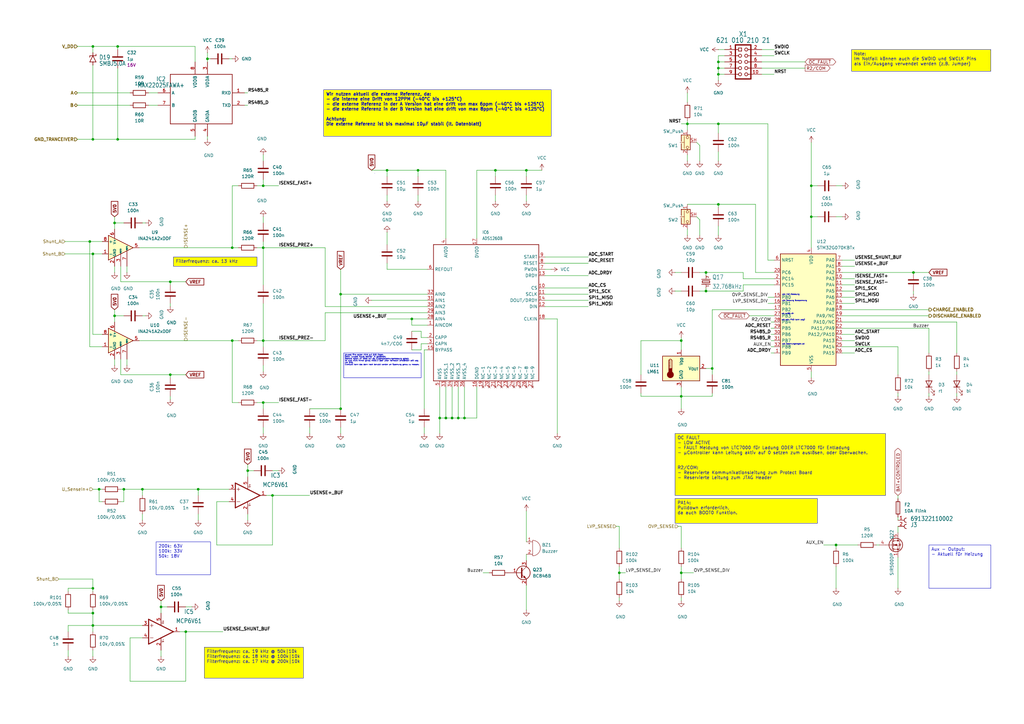
<source format=kicad_sch>
(kicad_sch
	(version 20231120)
	(generator "eeschema")
	(generator_version "8.0")
	(uuid "5f8b4aef-32eb-44a5-ac07-33765c2ecb50")
	(paper "A3")
	(lib_symbols
		(symbol "Amplifier_Current:INA241A2xDDF"
			(pin_names
				(offset 0.127)
			)
			(exclude_from_sim no)
			(in_bom yes)
			(on_board yes)
			(property "Reference" "U"
				(at 3.81 3.81 0)
				(effects
					(font
						(size 1.27 1.27)
					)
					(justify left)
				)
			)
			(property "Value" "INA241A2xDDF"
				(at 3.81 -2.54 0)
				(effects
					(font
						(size 1.27 1.27)
					)
					(justify left)
				)
			)
			(property "Footprint" "Package_TO_SOT_SMD:SOT-23-8"
				(at 0 -16.51 0)
				(effects
					(font
						(size 1.27 1.27)
					)
					(hide yes)
				)
			)
			(property "Datasheet" "https://www.ti.com/lit/ds/symlink/ina241b.pdf"
				(at 3.81 3.81 0)
				(effects
					(font
						(size 1.27 1.27)
					)
					(hide yes)
				)
			)
			(property "Description" "High- and Low-Side, Bidirectional, Zero-Drift, Current-Sense Amplifier With Enhanced PWM Rejection, 20V/V, ±0.01% Gain Accuracy, ±10 μV Offset Voltage, SOT-23-8"
				(at 0 0 0)
				(effects
					(font
						(size 1.27 1.27)
					)
					(hide yes)
				)
			)
			(property "ki_keywords" "current monitor shunt sensor bidirectional high low"
				(at 0 0 0)
				(effects
					(font
						(size 1.27 1.27)
					)
					(hide yes)
				)
			)
			(property "ki_fp_filters" "SOT?23*"
				(at 0 0 0)
				(effects
					(font
						(size 1.27 1.27)
					)
					(hide yes)
				)
			)
			(symbol "INA241A2xDDF_0_1"
				(polyline
					(pts
						(xy 5.08 0) (xy -5.08 5.08) (xy -5.08 -5.08) (xy 5.08 0)
					)
					(stroke
						(width 0.254)
						(type default)
					)
					(fill
						(type background)
					)
				)
			)
			(symbol "INA241A2xDDF_1_1"
				(pin input line
					(at -7.62 -2.54 0)
					(length 2.54)
					(name "-"
						(effects
							(font
								(size 1.27 1.27)
							)
						)
					)
					(number "1"
						(effects
							(font
								(size 1.27 1.27)
							)
						)
					)
				)
				(pin power_in line
					(at -2.54 -7.62 90)
					(length 3.81)
					(name "GND"
						(effects
							(font
								(size 1.016 1.016)
							)
						)
					)
					(number "2"
						(effects
							(font
								(size 1.27 1.27)
							)
						)
					)
				)
				(pin passive line
					(at 0 -7.62 90)
					(length 5.08)
					(name "REF2"
						(effects
							(font
								(size 0.508 0.508)
							)
						)
					)
					(number "3"
						(effects
							(font
								(size 1.27 1.27)
							)
						)
					)
				)
				(pin passive line
					(at -2.54 -7.62 90)
					(length 3.81) hide
					(name "GND"
						(effects
							(font
								(size 1.016 1.016)
							)
						)
					)
					(number "4"
						(effects
							(font
								(size 1.27 1.27)
							)
						)
					)
				)
				(pin output line
					(at 7.62 0 180)
					(length 2.54)
					(name "~"
						(effects
							(font
								(size 1.27 1.27)
							)
						)
					)
					(number "5"
						(effects
							(font
								(size 1.27 1.27)
							)
						)
					)
				)
				(pin power_in line
					(at -2.54 7.62 270)
					(length 3.81)
					(name "V+"
						(effects
							(font
								(size 1.016 1.016)
							)
						)
					)
					(number "6"
						(effects
							(font
								(size 1.27 1.27)
							)
						)
					)
				)
				(pin passive line
					(at 2.54 -7.62 90)
					(length 6.35)
					(name "REF1"
						(effects
							(font
								(size 0.508 0.508)
							)
						)
					)
					(number "7"
						(effects
							(font
								(size 1.27 1.27)
							)
						)
					)
				)
				(pin input line
					(at -7.62 2.54 0)
					(length 2.54)
					(name "+"
						(effects
							(font
								(size 1.27 1.27)
							)
						)
					)
					(number "8"
						(effects
							(font
								(size 1.27 1.27)
							)
						)
					)
				)
			)
		)
		(symbol "Device:Buzzer"
			(pin_names
				(offset 0.0254) hide)
			(exclude_from_sim no)
			(in_bom yes)
			(on_board yes)
			(property "Reference" "BZ"
				(at 3.81 1.27 0)
				(effects
					(font
						(size 1.27 1.27)
					)
					(justify left)
				)
			)
			(property "Value" "Buzzer"
				(at 3.81 -1.27 0)
				(effects
					(font
						(size 1.27 1.27)
					)
					(justify left)
				)
			)
			(property "Footprint" ""
				(at -0.635 2.54 90)
				(effects
					(font
						(size 1.27 1.27)
					)
					(hide yes)
				)
			)
			(property "Datasheet" "~"
				(at -0.635 2.54 90)
				(effects
					(font
						(size 1.27 1.27)
					)
					(hide yes)
				)
			)
			(property "Description" "Buzzer, polarized"
				(at 0 0 0)
				(effects
					(font
						(size 1.27 1.27)
					)
					(hide yes)
				)
			)
			(property "ki_keywords" "quartz resonator ceramic"
				(at 0 0 0)
				(effects
					(font
						(size 1.27 1.27)
					)
					(hide yes)
				)
			)
			(property "ki_fp_filters" "*Buzzer*"
				(at 0 0 0)
				(effects
					(font
						(size 1.27 1.27)
					)
					(hide yes)
				)
			)
			(symbol "Buzzer_0_1"
				(arc
					(start 0 -3.175)
					(mid 3.1612 0)
					(end 0 3.175)
					(stroke
						(width 0)
						(type default)
					)
					(fill
						(type none)
					)
				)
				(polyline
					(pts
						(xy -1.651 1.905) (xy -1.143 1.905)
					)
					(stroke
						(width 0)
						(type default)
					)
					(fill
						(type none)
					)
				)
				(polyline
					(pts
						(xy -1.397 2.159) (xy -1.397 1.651)
					)
					(stroke
						(width 0)
						(type default)
					)
					(fill
						(type none)
					)
				)
				(polyline
					(pts
						(xy 0 3.175) (xy 0 -3.175)
					)
					(stroke
						(width 0)
						(type default)
					)
					(fill
						(type none)
					)
				)
			)
			(symbol "Buzzer_1_1"
				(pin passive line
					(at -2.54 2.54 0)
					(length 2.54)
					(name "+"
						(effects
							(font
								(size 1.27 1.27)
							)
						)
					)
					(number "1"
						(effects
							(font
								(size 1.27 1.27)
							)
						)
					)
				)
				(pin passive line
					(at -2.54 -2.54 0)
					(length 2.54)
					(name "-"
						(effects
							(font
								(size 1.27 1.27)
							)
						)
					)
					(number "2"
						(effects
							(font
								(size 1.27 1.27)
							)
						)
					)
				)
			)
		)
		(symbol "Device:C"
			(pin_numbers hide)
			(pin_names
				(offset 0.254)
			)
			(exclude_from_sim no)
			(in_bom yes)
			(on_board yes)
			(property "Reference" "C"
				(at 0.635 2.54 0)
				(effects
					(font
						(size 1.27 1.27)
					)
					(justify left)
				)
			)
			(property "Value" "C"
				(at 0.635 -2.54 0)
				(effects
					(font
						(size 1.27 1.27)
					)
					(justify left)
				)
			)
			(property "Footprint" ""
				(at 0.9652 -3.81 0)
				(effects
					(font
						(size 1.27 1.27)
					)
					(hide yes)
				)
			)
			(property "Datasheet" "~"
				(at 0 0 0)
				(effects
					(font
						(size 1.27 1.27)
					)
					(hide yes)
				)
			)
			(property "Description" "Unpolarized capacitor"
				(at 0 0 0)
				(effects
					(font
						(size 1.27 1.27)
					)
					(hide yes)
				)
			)
			(property "ki_keywords" "cap capacitor"
				(at 0 0 0)
				(effects
					(font
						(size 1.27 1.27)
					)
					(hide yes)
				)
			)
			(property "ki_fp_filters" "C_*"
				(at 0 0 0)
				(effects
					(font
						(size 1.27 1.27)
					)
					(hide yes)
				)
			)
			(symbol "C_0_1"
				(polyline
					(pts
						(xy -2.032 -0.762) (xy 2.032 -0.762)
					)
					(stroke
						(width 0.508)
						(type default)
					)
					(fill
						(type none)
					)
				)
				(polyline
					(pts
						(xy -2.032 0.762) (xy 2.032 0.762)
					)
					(stroke
						(width 0.508)
						(type default)
					)
					(fill
						(type none)
					)
				)
			)
			(symbol "C_1_1"
				(pin passive line
					(at 0 3.81 270)
					(length 2.794)
					(name "~"
						(effects
							(font
								(size 1.27 1.27)
							)
						)
					)
					(number "1"
						(effects
							(font
								(size 1.27 1.27)
							)
						)
					)
				)
				(pin passive line
					(at 0 -3.81 90)
					(length 2.794)
					(name "~"
						(effects
							(font
								(size 1.27 1.27)
							)
						)
					)
					(number "2"
						(effects
							(font
								(size 1.27 1.27)
							)
						)
					)
				)
			)
		)
		(symbol "Device:Fuse"
			(pin_numbers hide)
			(pin_names
				(offset 0)
			)
			(exclude_from_sim no)
			(in_bom yes)
			(on_board yes)
			(property "Reference" "F"
				(at 2.032 0 90)
				(effects
					(font
						(size 1.27 1.27)
					)
				)
			)
			(property "Value" "Fuse"
				(at -1.905 0 90)
				(effects
					(font
						(size 1.27 1.27)
					)
				)
			)
			(property "Footprint" ""
				(at -1.778 0 90)
				(effects
					(font
						(size 1.27 1.27)
					)
					(hide yes)
				)
			)
			(property "Datasheet" "~"
				(at 0 0 0)
				(effects
					(font
						(size 1.27 1.27)
					)
					(hide yes)
				)
			)
			(property "Description" "Fuse"
				(at 0 0 0)
				(effects
					(font
						(size 1.27 1.27)
					)
					(hide yes)
				)
			)
			(property "ki_keywords" "fuse"
				(at 0 0 0)
				(effects
					(font
						(size 1.27 1.27)
					)
					(hide yes)
				)
			)
			(property "ki_fp_filters" "*Fuse*"
				(at 0 0 0)
				(effects
					(font
						(size 1.27 1.27)
					)
					(hide yes)
				)
			)
			(symbol "Fuse_0_1"
				(rectangle
					(start -0.762 -2.54)
					(end 0.762 2.54)
					(stroke
						(width 0.254)
						(type default)
					)
					(fill
						(type none)
					)
				)
				(polyline
					(pts
						(xy 0 2.54) (xy 0 -2.54)
					)
					(stroke
						(width 0)
						(type default)
					)
					(fill
						(type none)
					)
				)
			)
			(symbol "Fuse_1_1"
				(pin passive line
					(at 0 3.81 270)
					(length 1.27)
					(name "~"
						(effects
							(font
								(size 1.27 1.27)
							)
						)
					)
					(number "1"
						(effects
							(font
								(size 1.27 1.27)
							)
						)
					)
				)
				(pin passive line
					(at 0 -3.81 90)
					(length 1.27)
					(name "~"
						(effects
							(font
								(size 1.27 1.27)
							)
						)
					)
					(number "2"
						(effects
							(font
								(size 1.27 1.27)
							)
						)
					)
				)
			)
		)
		(symbol "Device:LED"
			(pin_numbers hide)
			(pin_names
				(offset 1.016) hide)
			(exclude_from_sim no)
			(in_bom yes)
			(on_board yes)
			(property "Reference" "D"
				(at 0 2.54 0)
				(effects
					(font
						(size 1.27 1.27)
					)
				)
			)
			(property "Value" "LED"
				(at 0 -2.54 0)
				(effects
					(font
						(size 1.27 1.27)
					)
				)
			)
			(property "Footprint" ""
				(at 0 0 0)
				(effects
					(font
						(size 1.27 1.27)
					)
					(hide yes)
				)
			)
			(property "Datasheet" "~"
				(at 0 0 0)
				(effects
					(font
						(size 1.27 1.27)
					)
					(hide yes)
				)
			)
			(property "Description" "Light emitting diode"
				(at 0 0 0)
				(effects
					(font
						(size 1.27 1.27)
					)
					(hide yes)
				)
			)
			(property "ki_keywords" "LED diode"
				(at 0 0 0)
				(effects
					(font
						(size 1.27 1.27)
					)
					(hide yes)
				)
			)
			(property "ki_fp_filters" "LED* LED_SMD:* LED_THT:*"
				(at 0 0 0)
				(effects
					(font
						(size 1.27 1.27)
					)
					(hide yes)
				)
			)
			(symbol "LED_0_1"
				(polyline
					(pts
						(xy -1.27 -1.27) (xy -1.27 1.27)
					)
					(stroke
						(width 0.254)
						(type default)
					)
					(fill
						(type none)
					)
				)
				(polyline
					(pts
						(xy -1.27 0) (xy 1.27 0)
					)
					(stroke
						(width 0)
						(type default)
					)
					(fill
						(type none)
					)
				)
				(polyline
					(pts
						(xy 1.27 -1.27) (xy 1.27 1.27) (xy -1.27 0) (xy 1.27 -1.27)
					)
					(stroke
						(width 0.254)
						(type default)
					)
					(fill
						(type none)
					)
				)
				(polyline
					(pts
						(xy -3.048 -0.762) (xy -4.572 -2.286) (xy -3.81 -2.286) (xy -4.572 -2.286) (xy -4.572 -1.524)
					)
					(stroke
						(width 0)
						(type default)
					)
					(fill
						(type none)
					)
				)
				(polyline
					(pts
						(xy -1.778 -0.762) (xy -3.302 -2.286) (xy -2.54 -2.286) (xy -3.302 -2.286) (xy -3.302 -1.524)
					)
					(stroke
						(width 0)
						(type default)
					)
					(fill
						(type none)
					)
				)
			)
			(symbol "LED_1_1"
				(pin passive line
					(at -3.81 0 0)
					(length 2.54)
					(name "K"
						(effects
							(font
								(size 1.27 1.27)
							)
						)
					)
					(number "1"
						(effects
							(font
								(size 1.27 1.27)
							)
						)
					)
				)
				(pin passive line
					(at 3.81 0 180)
					(length 2.54)
					(name "A"
						(effects
							(font
								(size 1.27 1.27)
							)
						)
					)
					(number "2"
						(effects
							(font
								(size 1.27 1.27)
							)
						)
					)
				)
			)
		)
		(symbol "Device:Q_NPN_BEC"
			(pin_names
				(offset 0) hide)
			(exclude_from_sim no)
			(in_bom yes)
			(on_board yes)
			(property "Reference" "Q"
				(at 5.08 1.27 0)
				(effects
					(font
						(size 1.27 1.27)
					)
					(justify left)
				)
			)
			(property "Value" "Q_NPN_BEC"
				(at 5.08 -1.27 0)
				(effects
					(font
						(size 1.27 1.27)
					)
					(justify left)
				)
			)
			(property "Footprint" ""
				(at 5.08 2.54 0)
				(effects
					(font
						(size 1.27 1.27)
					)
					(hide yes)
				)
			)
			(property "Datasheet" "~"
				(at 0 0 0)
				(effects
					(font
						(size 1.27 1.27)
					)
					(hide yes)
				)
			)
			(property "Description" "NPN transistor, base/emitter/collector"
				(at 0 0 0)
				(effects
					(font
						(size 1.27 1.27)
					)
					(hide yes)
				)
			)
			(property "ki_keywords" "transistor NPN"
				(at 0 0 0)
				(effects
					(font
						(size 1.27 1.27)
					)
					(hide yes)
				)
			)
			(symbol "Q_NPN_BEC_0_1"
				(polyline
					(pts
						(xy 0.635 0.635) (xy 2.54 2.54)
					)
					(stroke
						(width 0)
						(type default)
					)
					(fill
						(type none)
					)
				)
				(polyline
					(pts
						(xy 0.635 -0.635) (xy 2.54 -2.54) (xy 2.54 -2.54)
					)
					(stroke
						(width 0)
						(type default)
					)
					(fill
						(type none)
					)
				)
				(polyline
					(pts
						(xy 0.635 1.905) (xy 0.635 -1.905) (xy 0.635 -1.905)
					)
					(stroke
						(width 0.508)
						(type default)
					)
					(fill
						(type none)
					)
				)
				(polyline
					(pts
						(xy 1.27 -1.778) (xy 1.778 -1.27) (xy 2.286 -2.286) (xy 1.27 -1.778) (xy 1.27 -1.778)
					)
					(stroke
						(width 0)
						(type default)
					)
					(fill
						(type outline)
					)
				)
				(circle
					(center 1.27 0)
					(radius 2.8194)
					(stroke
						(width 0.254)
						(type default)
					)
					(fill
						(type none)
					)
				)
			)
			(symbol "Q_NPN_BEC_1_1"
				(pin input line
					(at -5.08 0 0)
					(length 5.715)
					(name "B"
						(effects
							(font
								(size 1.27 1.27)
							)
						)
					)
					(number "1"
						(effects
							(font
								(size 1.27 1.27)
							)
						)
					)
				)
				(pin passive line
					(at 2.54 -5.08 90)
					(length 2.54)
					(name "E"
						(effects
							(font
								(size 1.27 1.27)
							)
						)
					)
					(number "2"
						(effects
							(font
								(size 1.27 1.27)
							)
						)
					)
				)
				(pin passive line
					(at 2.54 5.08 270)
					(length 2.54)
					(name "C"
						(effects
							(font
								(size 1.27 1.27)
							)
						)
					)
					(number "3"
						(effects
							(font
								(size 1.27 1.27)
							)
						)
					)
				)
			)
		)
		(symbol "Device:R"
			(pin_numbers hide)
			(pin_names
				(offset 0)
			)
			(exclude_from_sim no)
			(in_bom yes)
			(on_board yes)
			(property "Reference" "R"
				(at 2.032 0 90)
				(effects
					(font
						(size 1.27 1.27)
					)
				)
			)
			(property "Value" "R"
				(at 0 0 90)
				(effects
					(font
						(size 1.27 1.27)
					)
				)
			)
			(property "Footprint" ""
				(at -1.778 0 90)
				(effects
					(font
						(size 1.27 1.27)
					)
					(hide yes)
				)
			)
			(property "Datasheet" "~"
				(at 0 0 0)
				(effects
					(font
						(size 1.27 1.27)
					)
					(hide yes)
				)
			)
			(property "Description" "Resistor"
				(at 0 0 0)
				(effects
					(font
						(size 1.27 1.27)
					)
					(hide yes)
				)
			)
			(property "ki_keywords" "R res resistor"
				(at 0 0 0)
				(effects
					(font
						(size 1.27 1.27)
					)
					(hide yes)
				)
			)
			(property "ki_fp_filters" "R_*"
				(at 0 0 0)
				(effects
					(font
						(size 1.27 1.27)
					)
					(hide yes)
				)
			)
			(symbol "R_0_1"
				(rectangle
					(start -1.016 -2.54)
					(end 1.016 2.54)
					(stroke
						(width 0.254)
						(type default)
					)
					(fill
						(type none)
					)
				)
			)
			(symbol "R_1_1"
				(pin passive line
					(at 0 3.81 270)
					(length 1.27)
					(name "~"
						(effects
							(font
								(size 1.27 1.27)
							)
						)
					)
					(number "1"
						(effects
							(font
								(size 1.27 1.27)
							)
						)
					)
				)
				(pin passive line
					(at 0 -3.81 90)
					(length 1.27)
					(name "~"
						(effects
							(font
								(size 1.27 1.27)
							)
						)
					)
					(number "2"
						(effects
							(font
								(size 1.27 1.27)
							)
						)
					)
				)
			)
		)
		(symbol "MCU_ST_STM32G0:STM32G070KBTx"
			(exclude_from_sim no)
			(in_bom yes)
			(on_board yes)
			(property "Reference" "U"
				(at -10.16 24.13 0)
				(effects
					(font
						(size 1.27 1.27)
					)
					(justify left)
				)
			)
			(property "Value" "STM32G070KBTx"
				(at 5.08 24.13 0)
				(effects
					(font
						(size 1.27 1.27)
					)
					(justify left)
				)
			)
			(property "Footprint" "Package_QFP:LQFP-32_7x7mm_P0.8mm"
				(at -10.16 -22.86 0)
				(effects
					(font
						(size 1.27 1.27)
					)
					(justify right)
					(hide yes)
				)
			)
			(property "Datasheet" "https://www.st.com/resource/en/datasheet/stm32g070kb.pdf"
				(at 0 0 0)
				(effects
					(font
						(size 1.27 1.27)
					)
					(hide yes)
				)
			)
			(property "Description" "STMicroelectronics Arm Cortex-M0+ MCU, 128KB flash, 36KB RAM, 64 MHz, 2.0-3.6V, 29 GPIO, LQFP32"
				(at 0 0 0)
				(effects
					(font
						(size 1.27 1.27)
					)
					(hide yes)
				)
			)
			(property "ki_locked" ""
				(at 0 0 0)
				(effects
					(font
						(size 1.27 1.27)
					)
				)
			)
			(property "ki_keywords" "Arm Cortex-M0+ STM32G0 STM32G0x0 Value line"
				(at 0 0 0)
				(effects
					(font
						(size 1.27 1.27)
					)
					(hide yes)
				)
			)
			(property "ki_fp_filters" "LQFP*7x7mm*P0.8mm*"
				(at 0 0 0)
				(effects
					(font
						(size 1.27 1.27)
					)
					(hide yes)
				)
			)
			(symbol "STM32G070KBTx_0_1"
				(rectangle
					(start -10.16 -22.86)
					(end 12.7 22.86)
					(stroke
						(width 0.254)
						(type default)
					)
					(fill
						(type background)
					)
				)
			)
			(symbol "STM32G070KBTx_1_1"
				(pin bidirectional line
					(at -12.7 -17.78 0)
					(length 2.54)
					(name "PB9"
						(effects
							(font
								(size 1.27 1.27)
							)
						)
					)
					(number "1"
						(effects
							(font
								(size 1.27 1.27)
							)
						)
					)
					(alternate "I2C1_SDA" bidirectional line)
					(alternate "IR_OUT" bidirectional line)
					(alternate "SPI2_NSS" bidirectional line)
					(alternate "TIM17_CH1" bidirectional line)
					(alternate "USART3_RX" bidirectional line)
				)
				(pin bidirectional line
					(at 15.24 12.7 180)
					(length 2.54)
					(name "PA3"
						(effects
							(font
								(size 1.27 1.27)
							)
						)
					)
					(number "10"
						(effects
							(font
								(size 1.27 1.27)
							)
						)
					)
					(alternate "ADC1_IN3" bidirectional line)
					(alternate "SPI2_MISO" bidirectional line)
					(alternate "TIM15_CH2" bidirectional line)
					(alternate "USART2_RX" bidirectional line)
				)
				(pin bidirectional line
					(at 15.24 10.16 180)
					(length 2.54)
					(name "PA4"
						(effects
							(font
								(size 1.27 1.27)
							)
						)
					)
					(number "11"
						(effects
							(font
								(size 1.27 1.27)
							)
						)
					)
					(alternate "ADC1_IN4" bidirectional line)
					(alternate "I2S1_WS" bidirectional line)
					(alternate "RTC_OUT_ALARM" bidirectional line)
					(alternate "RTC_OUT_CALIB" bidirectional line)
					(alternate "RTC_TAMP_IN1" bidirectional line)
					(alternate "RTC_TS" bidirectional line)
					(alternate "SPI1_NSS" bidirectional line)
					(alternate "SPI2_MOSI" bidirectional line)
					(alternate "SYS_WKUP2" bidirectional line)
					(alternate "TIM14_CH1" bidirectional line)
				)
				(pin bidirectional line
					(at 15.24 7.62 180)
					(length 2.54)
					(name "PA5"
						(effects
							(font
								(size 1.27 1.27)
							)
						)
					)
					(number "12"
						(effects
							(font
								(size 1.27 1.27)
							)
						)
					)
					(alternate "ADC1_IN5" bidirectional line)
					(alternate "I2S1_CK" bidirectional line)
					(alternate "SPI1_SCK" bidirectional line)
					(alternate "USART3_TX" bidirectional line)
				)
				(pin bidirectional line
					(at 15.24 5.08 180)
					(length 2.54)
					(name "PA6"
						(effects
							(font
								(size 1.27 1.27)
							)
						)
					)
					(number "13"
						(effects
							(font
								(size 1.27 1.27)
							)
						)
					)
					(alternate "ADC1_IN6" bidirectional line)
					(alternate "I2S1_MCK" bidirectional line)
					(alternate "SPI1_MISO" bidirectional line)
					(alternate "TIM16_CH1" bidirectional line)
					(alternate "TIM1_BK" bidirectional line)
					(alternate "TIM3_CH1" bidirectional line)
					(alternate "USART3_CTS" bidirectional line)
					(alternate "USART3_NSS" bidirectional line)
				)
				(pin bidirectional line
					(at 15.24 2.54 180)
					(length 2.54)
					(name "PA7"
						(effects
							(font
								(size 1.27 1.27)
							)
						)
					)
					(number "14"
						(effects
							(font
								(size 1.27 1.27)
							)
						)
					)
					(alternate "ADC1_IN7" bidirectional line)
					(alternate "I2S1_SD" bidirectional line)
					(alternate "SPI1_MOSI" bidirectional line)
					(alternate "TIM14_CH1" bidirectional line)
					(alternate "TIM17_CH1" bidirectional line)
					(alternate "TIM1_CH1N" bidirectional line)
					(alternate "TIM3_CH2" bidirectional line)
				)
				(pin bidirectional line
					(at -12.7 5.08 0)
					(length 2.54)
					(name "PB0"
						(effects
							(font
								(size 1.27 1.27)
							)
						)
					)
					(number "15"
						(effects
							(font
								(size 1.27 1.27)
							)
						)
					)
					(alternate "ADC1_IN8" bidirectional line)
					(alternate "I2S1_WS" bidirectional line)
					(alternate "SPI1_NSS" bidirectional line)
					(alternate "TIM1_CH2N" bidirectional line)
					(alternate "TIM3_CH3" bidirectional line)
					(alternate "USART3_RX" bidirectional line)
				)
				(pin bidirectional line
					(at -12.7 2.54 0)
					(length 2.54)
					(name "PB1"
						(effects
							(font
								(size 1.27 1.27)
							)
						)
					)
					(number "16"
						(effects
							(font
								(size 1.27 1.27)
							)
						)
					)
					(alternate "ADC1_IN9" bidirectional line)
					(alternate "TIM14_CH1" bidirectional line)
					(alternate "TIM1_CH3N" bidirectional line)
					(alternate "TIM3_CH4" bidirectional line)
					(alternate "USART3_CK" bidirectional line)
					(alternate "USART3_DE" bidirectional line)
					(alternate "USART3_RTS" bidirectional line)
				)
				(pin bidirectional line
					(at -12.7 0 0)
					(length 2.54)
					(name "PB2"
						(effects
							(font
								(size 1.27 1.27)
							)
						)
					)
					(number "17"
						(effects
							(font
								(size 1.27 1.27)
							)
						)
					)
					(alternate "ADC1_IN10" bidirectional line)
					(alternate "SPI2_MISO" bidirectional line)
					(alternate "USART3_TX" bidirectional line)
				)
				(pin bidirectional line
					(at 15.24 0 180)
					(length 2.54)
					(name "PA8"
						(effects
							(font
								(size 1.27 1.27)
							)
						)
					)
					(number "18"
						(effects
							(font
								(size 1.27 1.27)
							)
						)
					)
					(alternate "RCC_MCO" bidirectional line)
					(alternate "SPI2_NSS" bidirectional line)
					(alternate "TIM1_CH1" bidirectional line)
				)
				(pin bidirectional line
					(at 15.24 -2.54 180)
					(length 2.54)
					(name "PA9/NC"
						(effects
							(font
								(size 1.27 1.27)
							)
						)
					)
					(number "19"
						(effects
							(font
								(size 1.27 1.27)
							)
						)
					)
					(alternate "I2C1_SCL" bidirectional line)
					(alternate "RCC_MCO" bidirectional line)
					(alternate "SPI2_MISO" bidirectional line)
					(alternate "TIM15_BK" bidirectional line)
					(alternate "TIM1_CH2" bidirectional line)
					(alternate "USART1_TX" bidirectional line)
				)
				(pin bidirectional line
					(at -12.7 12.7 0)
					(length 2.54)
					(name "PC14"
						(effects
							(font
								(size 1.27 1.27)
							)
						)
					)
					(number "2"
						(effects
							(font
								(size 1.27 1.27)
							)
						)
					)
					(alternate "RCC_OSC32_IN" bidirectional line)
					(alternate "RCC_OSC_IN" bidirectional line)
					(alternate "TIM1_BK2" bidirectional line)
				)
				(pin bidirectional line
					(at -12.7 15.24 0)
					(length 2.54)
					(name "PC6"
						(effects
							(font
								(size 1.27 1.27)
							)
						)
					)
					(number "20"
						(effects
							(font
								(size 1.27 1.27)
							)
						)
					)
					(alternate "TIM3_CH1" bidirectional line)
				)
				(pin bidirectional line
					(at 15.24 -5.08 180)
					(length 2.54)
					(name "PA10/NC"
						(effects
							(font
								(size 1.27 1.27)
							)
						)
					)
					(number "21"
						(effects
							(font
								(size 1.27 1.27)
							)
						)
					)
					(alternate "I2C1_SDA" bidirectional line)
					(alternate "SPI2_MOSI" bidirectional line)
					(alternate "TIM17_BK" bidirectional line)
					(alternate "TIM1_CH3" bidirectional line)
					(alternate "USART1_RX" bidirectional line)
				)
				(pin bidirectional line
					(at 15.24 -7.62 180)
					(length 2.54)
					(name "PA11/PA9"
						(effects
							(font
								(size 1.27 1.27)
							)
						)
					)
					(number "22"
						(effects
							(font
								(size 1.27 1.27)
							)
						)
					)
					(alternate "ADC1_EXTI11" bidirectional line)
					(alternate "I2C2_SCL" bidirectional line)
					(alternate "I2S1_MCK" bidirectional line)
					(alternate "SPI1_MISO" bidirectional line)
					(alternate "TIM1_BK2" bidirectional line)
					(alternate "TIM1_CH4" bidirectional line)
					(alternate "USART1_CTS" bidirectional line)
					(alternate "USART1_NSS" bidirectional line)
				)
				(pin bidirectional line
					(at 15.24 -10.16 180)
					(length 2.54)
					(name "PA12/PA10"
						(effects
							(font
								(size 1.27 1.27)
							)
						)
					)
					(number "23"
						(effects
							(font
								(size 1.27 1.27)
							)
						)
					)
					(alternate "I2C2_SDA" bidirectional line)
					(alternate "I2S1_SD" bidirectional line)
					(alternate "I2S_CKIN" bidirectional line)
					(alternate "SPI1_MOSI" bidirectional line)
					(alternate "TIM1_ETR" bidirectional line)
					(alternate "USART1_CK" bidirectional line)
					(alternate "USART1_DE" bidirectional line)
					(alternate "USART1_RTS" bidirectional line)
				)
				(pin bidirectional line
					(at 15.24 -12.7 180)
					(length 2.54)
					(name "PA13"
						(effects
							(font
								(size 1.27 1.27)
							)
						)
					)
					(number "24"
						(effects
							(font
								(size 1.27 1.27)
							)
						)
					)
					(alternate "IR_OUT" bidirectional line)
					(alternate "SYS_SWDIO" bidirectional line)
				)
				(pin bidirectional line
					(at 15.24 -15.24 180)
					(length 2.54)
					(name "PA14"
						(effects
							(font
								(size 1.27 1.27)
							)
						)
					)
					(number "25"
						(effects
							(font
								(size 1.27 1.27)
							)
						)
					)
					(alternate "SYS_SWCLK" bidirectional line)
					(alternate "USART2_TX" bidirectional line)
				)
				(pin bidirectional line
					(at 15.24 -17.78 180)
					(length 2.54)
					(name "PA15"
						(effects
							(font
								(size 1.27 1.27)
							)
						)
					)
					(number "26"
						(effects
							(font
								(size 1.27 1.27)
							)
						)
					)
					(alternate "I2S1_WS" bidirectional line)
					(alternate "SPI1_NSS" bidirectional line)
					(alternate "USART2_RX" bidirectional line)
					(alternate "USART3_CK" bidirectional line)
					(alternate "USART3_DE" bidirectional line)
					(alternate "USART3_RTS" bidirectional line)
					(alternate "USART4_CK" bidirectional line)
					(alternate "USART4_DE" bidirectional line)
					(alternate "USART4_RTS" bidirectional line)
				)
				(pin bidirectional line
					(at -12.7 -2.54 0)
					(length 2.54)
					(name "PB3"
						(effects
							(font
								(size 1.27 1.27)
							)
						)
					)
					(number "27"
						(effects
							(font
								(size 1.27 1.27)
							)
						)
					)
					(alternate "I2S1_CK" bidirectional line)
					(alternate "SPI1_SCK" bidirectional line)
					(alternate "TIM1_CH2" bidirectional line)
					(alternate "USART1_CK" bidirectional line)
					(alternate "USART1_DE" bidirectional line)
					(alternate "USART1_RTS" bidirectional line)
				)
				(pin bidirectional line
					(at -12.7 -5.08 0)
					(length 2.54)
					(name "PB4"
						(effects
							(font
								(size 1.27 1.27)
							)
						)
					)
					(number "28"
						(effects
							(font
								(size 1.27 1.27)
							)
						)
					)
					(alternate "I2S1_MCK" bidirectional line)
					(alternate "SPI1_MISO" bidirectional line)
					(alternate "TIM17_BK" bidirectional line)
					(alternate "TIM3_CH1" bidirectional line)
					(alternate "USART1_CTS" bidirectional line)
					(alternate "USART1_NSS" bidirectional line)
				)
				(pin bidirectional line
					(at -12.7 -7.62 0)
					(length 2.54)
					(name "PB5"
						(effects
							(font
								(size 1.27 1.27)
							)
						)
					)
					(number "29"
						(effects
							(font
								(size 1.27 1.27)
							)
						)
					)
					(alternate "I2C1_SMBA" bidirectional line)
					(alternate "I2S1_SD" bidirectional line)
					(alternate "SPI1_MOSI" bidirectional line)
					(alternate "SYS_WKUP6" bidirectional line)
					(alternate "TIM16_BK" bidirectional line)
					(alternate "TIM3_CH2" bidirectional line)
				)
				(pin bidirectional line
					(at -12.7 10.16 0)
					(length 2.54)
					(name "PC15"
						(effects
							(font
								(size 1.27 1.27)
							)
						)
					)
					(number "3"
						(effects
							(font
								(size 1.27 1.27)
							)
						)
					)
					(alternate "RCC_OSC32_EN" bidirectional line)
					(alternate "RCC_OSC32_OUT" bidirectional line)
					(alternate "RCC_OSC_EN" bidirectional line)
					(alternate "TIM15_BK" bidirectional line)
				)
				(pin bidirectional line
					(at -12.7 -10.16 0)
					(length 2.54)
					(name "PB6"
						(effects
							(font
								(size 1.27 1.27)
							)
						)
					)
					(number "30"
						(effects
							(font
								(size 1.27 1.27)
							)
						)
					)
					(alternate "I2C1_SCL" bidirectional line)
					(alternate "SPI2_MISO" bidirectional line)
					(alternate "TIM16_CH1N" bidirectional line)
					(alternate "TIM1_CH3" bidirectional line)
					(alternate "USART1_TX" bidirectional line)
				)
				(pin bidirectional line
					(at -12.7 -12.7 0)
					(length 2.54)
					(name "PB7"
						(effects
							(font
								(size 1.27 1.27)
							)
						)
					)
					(number "31"
						(effects
							(font
								(size 1.27 1.27)
							)
						)
					)
					(alternate "I2C1_SDA" bidirectional line)
					(alternate "SPI2_MOSI" bidirectional line)
					(alternate "TIM17_CH1N" bidirectional line)
					(alternate "USART1_RX" bidirectional line)
					(alternate "USART4_CTS" bidirectional line)
					(alternate "USART4_NSS" bidirectional line)
				)
				(pin bidirectional line
					(at -12.7 -15.24 0)
					(length 2.54)
					(name "PB8"
						(effects
							(font
								(size 1.27 1.27)
							)
						)
					)
					(number "32"
						(effects
							(font
								(size 1.27 1.27)
							)
						)
					)
					(alternate "I2C1_SCL" bidirectional line)
					(alternate "SPI2_SCK" bidirectional line)
					(alternate "TIM15_BK" bidirectional line)
					(alternate "TIM16_CH1" bidirectional line)
					(alternate "USART3_TX" bidirectional line)
				)
				(pin power_in line
					(at 2.54 25.4 270)
					(length 2.54)
					(name "VDD"
						(effects
							(font
								(size 1.27 1.27)
							)
						)
					)
					(number "4"
						(effects
							(font
								(size 1.27 1.27)
							)
						)
					)
				)
				(pin power_in line
					(at 2.54 -25.4 90)
					(length 2.54)
					(name "VSS"
						(effects
							(font
								(size 1.27 1.27)
							)
						)
					)
					(number "5"
						(effects
							(font
								(size 1.27 1.27)
							)
						)
					)
				)
				(pin input line
					(at -12.7 20.32 0)
					(length 2.54)
					(name "NRST"
						(effects
							(font
								(size 1.27 1.27)
							)
						)
					)
					(number "6"
						(effects
							(font
								(size 1.27 1.27)
							)
						)
					)
				)
				(pin bidirectional line
					(at 15.24 20.32 180)
					(length 2.54)
					(name "PA0"
						(effects
							(font
								(size 1.27 1.27)
							)
						)
					)
					(number "7"
						(effects
							(font
								(size 1.27 1.27)
							)
						)
					)
					(alternate "ADC1_IN0" bidirectional line)
					(alternate "RTC_TAMP_IN2" bidirectional line)
					(alternate "SPI2_SCK" bidirectional line)
					(alternate "SYS_WKUP1" bidirectional line)
					(alternate "USART2_CTS" bidirectional line)
					(alternate "USART2_NSS" bidirectional line)
					(alternate "USART4_TX" bidirectional line)
				)
				(pin bidirectional line
					(at 15.24 17.78 180)
					(length 2.54)
					(name "PA1"
						(effects
							(font
								(size 1.27 1.27)
							)
						)
					)
					(number "8"
						(effects
							(font
								(size 1.27 1.27)
							)
						)
					)
					(alternate "ADC1_IN1" bidirectional line)
					(alternate "I2C1_SMBA" bidirectional line)
					(alternate "I2S1_CK" bidirectional line)
					(alternate "SPI1_SCK" bidirectional line)
					(alternate "TIM15_CH1N" bidirectional line)
					(alternate "USART2_CK" bidirectional line)
					(alternate "USART2_DE" bidirectional line)
					(alternate "USART2_RTS" bidirectional line)
					(alternate "USART4_RX" bidirectional line)
				)
				(pin bidirectional line
					(at 15.24 15.24 180)
					(length 2.54)
					(name "PA2"
						(effects
							(font
								(size 1.27 1.27)
							)
						)
					)
					(number "9"
						(effects
							(font
								(size 1.27 1.27)
							)
						)
					)
					(alternate "ADC1_IN2" bidirectional line)
					(alternate "I2S1_SD" bidirectional line)
					(alternate "RCC_LSCO" bidirectional line)
					(alternate "SPI1_MOSI" bidirectional line)
					(alternate "SYS_WKUP4" bidirectional line)
					(alternate "TIM15_CH1" bidirectional line)
					(alternate "USART2_TX" bidirectional line)
				)
			)
		)
		(symbol "Sensor_Temperature:MCP9700x-HTT"
			(exclude_from_sim no)
			(in_bom yes)
			(on_board yes)
			(property "Reference" "U"
				(at -6.35 6.35 0)
				(effects
					(font
						(size 1.27 1.27)
					)
				)
			)
			(property "Value" "MCP9700x-HTT"
				(at 1.27 6.35 0)
				(effects
					(font
						(size 1.27 1.27)
					)
					(justify left)
				)
			)
			(property "Footprint" "Package_TO_SOT_SMD:SOT-23"
				(at 0 -10.16 0)
				(effects
					(font
						(size 1.27 1.27)
					)
					(hide yes)
				)
			)
			(property "Datasheet" "http://ww1.microchip.com/downloads/en/devicedoc/20001942g.pdf"
				(at -3.81 6.35 0)
				(effects
					(font
						(size 1.27 1.27)
					)
					(hide yes)
				)
			)
			(property "Description" "Low power, analog thermistor temperature sensor, ±4C accuracy, -40C to +150C, in SOT-23-3"
				(at 0 0 0)
				(effects
					(font
						(size 1.27 1.27)
					)
					(hide yes)
				)
			)
			(property "ki_keywords" "temperature sensor thermistor"
				(at 0 0 0)
				(effects
					(font
						(size 1.27 1.27)
					)
					(hide yes)
				)
			)
			(property "ki_fp_filters" "SOT?23*"
				(at 0 0 0)
				(effects
					(font
						(size 1.27 1.27)
					)
					(hide yes)
				)
			)
			(symbol "MCP9700x-HTT_0_1"
				(rectangle
					(start -7.62 5.08)
					(end 7.62 -5.08)
					(stroke
						(width 0.254)
						(type default)
					)
					(fill
						(type background)
					)
				)
				(circle
					(center -4.445 -2.54)
					(radius 1.27)
					(stroke
						(width 0.254)
						(type default)
					)
					(fill
						(type outline)
					)
				)
				(rectangle
					(start -3.81 -1.905)
					(end -5.08 0)
					(stroke
						(width 0.254)
						(type default)
					)
					(fill
						(type outline)
					)
				)
				(arc
					(start -3.81 3.175)
					(mid -4.445 3.8073)
					(end -5.08 3.175)
					(stroke
						(width 0.254)
						(type default)
					)
					(fill
						(type none)
					)
				)
				(polyline
					(pts
						(xy -5.08 0.635) (xy -4.445 0.635)
					)
					(stroke
						(width 0.254)
						(type default)
					)
					(fill
						(type none)
					)
				)
				(polyline
					(pts
						(xy -5.08 1.27) (xy -4.445 1.27)
					)
					(stroke
						(width 0.254)
						(type default)
					)
					(fill
						(type none)
					)
				)
				(polyline
					(pts
						(xy -5.08 1.905) (xy -4.445 1.905)
					)
					(stroke
						(width 0.254)
						(type default)
					)
					(fill
						(type none)
					)
				)
				(polyline
					(pts
						(xy -5.08 2.54) (xy -4.445 2.54)
					)
					(stroke
						(width 0.254)
						(type default)
					)
					(fill
						(type none)
					)
				)
				(polyline
					(pts
						(xy -5.08 3.175) (xy -5.08 0)
					)
					(stroke
						(width 0.254)
						(type default)
					)
					(fill
						(type none)
					)
				)
				(polyline
					(pts
						(xy -5.08 3.175) (xy -4.445 3.175)
					)
					(stroke
						(width 0.254)
						(type default)
					)
					(fill
						(type none)
					)
				)
				(polyline
					(pts
						(xy -3.81 3.175) (xy -3.81 0)
					)
					(stroke
						(width 0.254)
						(type default)
					)
					(fill
						(type none)
					)
				)
			)
			(symbol "MCP9700x-HTT_1_1"
				(pin power_in line
					(at 0 7.62 270)
					(length 2.54)
					(name "V_{DD}"
						(effects
							(font
								(size 1.27 1.27)
							)
						)
					)
					(number "1"
						(effects
							(font
								(size 1.27 1.27)
							)
						)
					)
				)
				(pin output line
					(at 10.16 0 180)
					(length 2.54)
					(name "V_{OUT}"
						(effects
							(font
								(size 1.27 1.27)
							)
						)
					)
					(number "2"
						(effects
							(font
								(size 1.27 1.27)
							)
						)
					)
				)
				(pin power_in line
					(at 0 -7.62 90)
					(length 2.54)
					(name "GND"
						(effects
							(font
								(size 1.27 1.27)
							)
						)
					)
					(number "3"
						(effects
							(font
								(size 1.27 1.27)
							)
						)
					)
				)
			)
		)
		(symbol "Switch:SW_Push_Shielded"
			(pin_names
				(offset 1.016) hide)
			(exclude_from_sim no)
			(in_bom yes)
			(on_board yes)
			(property "Reference" "SW"
				(at 4.318 2.032 0)
				(effects
					(font
						(size 1.27 1.27)
					)
					(justify left)
				)
			)
			(property "Value" "SW_Push_Shielded"
				(at 0 4.572 0)
				(effects
					(font
						(size 1.27 1.27)
					)
				)
			)
			(property "Footprint" ""
				(at 0 5.08 0)
				(effects
					(font
						(size 1.27 1.27)
					)
					(hide yes)
				)
			)
			(property "Datasheet" "~"
				(at 0 5.08 0)
				(effects
					(font
						(size 1.27 1.27)
					)
					(hide yes)
				)
			)
			(property "Description" "Generic push-button switch, two contact pins and shield pin(s)"
				(at 0 0 0)
				(effects
					(font
						(size 1.27 1.27)
					)
					(hide yes)
				)
			)
			(property "ki_keywords" "switch normally-open pushbutton momentary"
				(at 0 0 0)
				(effects
					(font
						(size 1.27 1.27)
					)
					(hide yes)
				)
			)
			(symbol "SW_Push_Shielded_0_1"
				(circle
					(center -2.032 0)
					(radius 0.508)
					(stroke
						(width 0)
						(type default)
					)
					(fill
						(type none)
					)
				)
				(polyline
					(pts
						(xy 0 1.27) (xy 0 3.048)
					)
					(stroke
						(width 0)
						(type default)
					)
					(fill
						(type none)
					)
				)
				(polyline
					(pts
						(xy 2.54 1.27) (xy -2.54 1.27)
					)
					(stroke
						(width 0)
						(type default)
					)
					(fill
						(type none)
					)
				)
				(polyline
					(pts
						(xy 0.508 2.54) (xy 3.048 2.54) (xy 3.048 -1.143) (xy -3.048 -1.143) (xy -3.048 2.54) (xy -0.508 2.54)
					)
					(stroke
						(width -0.0254)
						(type default)
					)
					(fill
						(type none)
					)
				)
				(polyline
					(pts
						(xy 0.508 2.54) (xy 3.048 2.54) (xy 3.048 -1.143) (xy -3.048 -1.143) (xy -3.048 2.54) (xy -0.508 2.54)
					)
					(stroke
						(width 0.254)
						(type default)
					)
					(fill
						(type none)
					)
				)
				(circle
					(center 2.032 0)
					(radius 0.508)
					(stroke
						(width 0)
						(type default)
					)
					(fill
						(type none)
					)
				)
				(pin passive line
					(at -5.08 0 0)
					(length 2.54)
					(name "1"
						(effects
							(font
								(size 1.27 1.27)
							)
						)
					)
					(number "1"
						(effects
							(font
								(size 1.27 1.27)
							)
						)
					)
				)
				(pin passive line
					(at 5.08 0 180)
					(length 2.54)
					(name "2"
						(effects
							(font
								(size 1.27 1.27)
							)
						)
					)
					(number "2"
						(effects
							(font
								(size 1.27 1.27)
							)
						)
					)
				)
			)
			(symbol "SW_Push_Shielded_1_1"
				(rectangle
					(start -3.048 2.54)
					(end 3.048 -1.27)
					(stroke
						(width -0.0254)
						(type default)
					)
					(fill
						(type background)
					)
				)
				(pin passive line
					(at 0 -3.81 90)
					(length 2.54)
					(name "B"
						(effects
							(font
								(size 1.27 1.27)
							)
						)
					)
					(number "SH"
						(effects
							(font
								(size 1.27 1.27)
							)
						)
					)
				)
			)
		)
		(symbol "Transistor_FET:SiR696DP"
			(pin_names hide)
			(exclude_from_sim no)
			(in_bom yes)
			(on_board yes)
			(property "Reference" "Q"
				(at 5.08 1.905 0)
				(effects
					(font
						(size 1.27 1.27)
					)
					(justify left)
				)
			)
			(property "Value" "SiR696DP"
				(at 5.08 0 0)
				(effects
					(font
						(size 1.27 1.27)
					)
					(justify left)
				)
			)
			(property "Footprint" "Package_SO:PowerPAK_SO-8_Single"
				(at 5.08 -1.905 0)
				(effects
					(font
						(size 1.27 1.27)
						(italic yes)
					)
					(justify left)
					(hide yes)
				)
			)
			(property "Datasheet" "https://www.vishay.com/docs/65689/sir696dp.pdf"
				(at 5.08 -3.81 0)
				(effects
					(font
						(size 1.27 1.27)
					)
					(justify left)
					(hide yes)
				)
			)
			(property "Description" "60A Id, 125V Vds N-Channel MOSFET, 9.6mOhm Ron, 19.4 nC Qg(typ), PowerPAK-8"
				(at 0 0 0)
				(effects
					(font
						(size 1.27 1.27)
					)
					(hide yes)
				)
			)
			(property "ki_keywords" "NMOS NFET Vishay"
				(at 0 0 0)
				(effects
					(font
						(size 1.27 1.27)
					)
					(hide yes)
				)
			)
			(property "ki_fp_filters" "PowerPAK*SO*Single*"
				(at 0 0 0)
				(effects
					(font
						(size 1.27 1.27)
					)
					(hide yes)
				)
			)
			(symbol "SiR696DP_0_1"
				(polyline
					(pts
						(xy 0.254 0) (xy -2.54 0)
					)
					(stroke
						(width 0)
						(type default)
					)
					(fill
						(type none)
					)
				)
				(polyline
					(pts
						(xy 0.254 1.905) (xy 0.254 -1.905)
					)
					(stroke
						(width 0.254)
						(type default)
					)
					(fill
						(type none)
					)
				)
				(polyline
					(pts
						(xy 0.762 -1.27) (xy 0.762 -2.286)
					)
					(stroke
						(width 0.254)
						(type default)
					)
					(fill
						(type none)
					)
				)
				(polyline
					(pts
						(xy 0.762 0.508) (xy 0.762 -0.508)
					)
					(stroke
						(width 0.254)
						(type default)
					)
					(fill
						(type none)
					)
				)
				(polyline
					(pts
						(xy 0.762 2.286) (xy 0.762 1.27)
					)
					(stroke
						(width 0.254)
						(type default)
					)
					(fill
						(type none)
					)
				)
				(polyline
					(pts
						(xy 2.54 2.54) (xy 2.54 1.778)
					)
					(stroke
						(width 0)
						(type default)
					)
					(fill
						(type none)
					)
				)
				(polyline
					(pts
						(xy 2.54 -2.54) (xy 2.54 0) (xy 0.762 0)
					)
					(stroke
						(width 0)
						(type default)
					)
					(fill
						(type none)
					)
				)
				(polyline
					(pts
						(xy 0.762 -1.778) (xy 3.302 -1.778) (xy 3.302 1.778) (xy 0.762 1.778)
					)
					(stroke
						(width 0)
						(type default)
					)
					(fill
						(type none)
					)
				)
				(polyline
					(pts
						(xy 1.016 0) (xy 2.032 0.381) (xy 2.032 -0.381) (xy 1.016 0)
					)
					(stroke
						(width 0)
						(type default)
					)
					(fill
						(type outline)
					)
				)
				(polyline
					(pts
						(xy 2.794 0.508) (xy 2.921 0.381) (xy 3.683 0.381) (xy 3.81 0.254)
					)
					(stroke
						(width 0)
						(type default)
					)
					(fill
						(type none)
					)
				)
				(polyline
					(pts
						(xy 3.302 0.381) (xy 2.921 -0.254) (xy 3.683 -0.254) (xy 3.302 0.381)
					)
					(stroke
						(width 0)
						(type default)
					)
					(fill
						(type none)
					)
				)
				(circle
					(center 1.651 0)
					(radius 2.794)
					(stroke
						(width 0.254)
						(type default)
					)
					(fill
						(type none)
					)
				)
				(circle
					(center 2.54 -1.778)
					(radius 0.254)
					(stroke
						(width 0)
						(type default)
					)
					(fill
						(type outline)
					)
				)
				(circle
					(center 2.54 1.778)
					(radius 0.254)
					(stroke
						(width 0)
						(type default)
					)
					(fill
						(type outline)
					)
				)
			)
			(symbol "SiR696DP_1_1"
				(pin passive line
					(at 2.54 -5.08 90)
					(length 2.54)
					(name "S"
						(effects
							(font
								(size 1.27 1.27)
							)
						)
					)
					(number "1"
						(effects
							(font
								(size 1.27 1.27)
							)
						)
					)
				)
				(pin passive line
					(at 2.54 -5.08 90)
					(length 2.54) hide
					(name "S"
						(effects
							(font
								(size 1.27 1.27)
							)
						)
					)
					(number "2"
						(effects
							(font
								(size 1.27 1.27)
							)
						)
					)
				)
				(pin passive line
					(at 2.54 -5.08 90)
					(length 2.54) hide
					(name "S"
						(effects
							(font
								(size 1.27 1.27)
							)
						)
					)
					(number "3"
						(effects
							(font
								(size 1.27 1.27)
							)
						)
					)
				)
				(pin input line
					(at -5.08 0 0)
					(length 2.54)
					(name "G"
						(effects
							(font
								(size 1.27 1.27)
							)
						)
					)
					(number "4"
						(effects
							(font
								(size 1.27 1.27)
							)
						)
					)
				)
				(pin passive line
					(at 2.54 5.08 270)
					(length 2.54)
					(name "D"
						(effects
							(font
								(size 1.27 1.27)
							)
						)
					)
					(number "5"
						(effects
							(font
								(size 1.27 1.27)
							)
						)
					)
				)
			)
		)
		(symbol "myGreenMeterLibInport:691321100002_EAGLE_WR-TBL_REV19A_691322110002"
			(exclude_from_sim no)
			(in_bom yes)
			(on_board yes)
			(property "Reference" "J"
				(at 1.27 0.238 0)
				(effects
					(font
						(size 1.778 1.5113)
					)
					(justify left bottom)
				)
			)
			(property "Value" ""
				(at 1.27 -2.54 0)
				(effects
					(font
						(size 1.778 1.5113)
					)
					(justify left bottom)
				)
			)
			(property "Footprint" "greenMeter_v3:691321100002_EAGLE_WR-TBL_REV19A_691322110002"
				(at 0 0 0)
				(effects
					(font
						(size 1.27 1.27)
					)
					(hide yes)
				)
			)
			(property "Datasheet" ""
				(at 0 0 0)
				(effects
					(font
						(size 1.27 1.27)
					)
					(hide yes)
				)
			)
			(property "Description" "WR-TBL Serie 3221 - 3.50mm Horizontal PCB Header, 2 Pins=>Code : Con_TBL_Pluggable_3.50_PCB_H_691322110002\n\nhttp://katalog.we-online.de/media/images/eican/Con_TBL_Pluggable_3.50_PCB_H_6913221100xx_pf2.jpg\n\nDetails see: http://katalog.we-online.de/en/em/TBL_3_50_3221_HORIZONTAL_PCB_HEADER_69132211000X http://katalog.we-online.de/en/em/TBL_3_50_3221_HORIZONTAL_PCB_HEADER_69132211000X\n\nCreated 2014-06-18, Karrer Zheng\n2014 (C) Würth Elektronik"
				(at 0 0 0)
				(effects
					(font
						(size 1.27 1.27)
					)
					(hide yes)
				)
			)
			(property "ki_locked" ""
				(at 0 0 0)
				(effects
					(font
						(size 1.27 1.27)
					)
				)
			)
			(symbol "691321100002_EAGLE_WR-TBL_REV19A_691322110002_1_0"
				(arc
					(start -1.651 -1.651)
					(mid -2.54 -2.54)
					(end -1.651 -3.429)
					(stroke
						(width 0.254)
						(type solid)
					)
					(fill
						(type none)
					)
				)
				(arc
					(start -1.651 0.889)
					(mid -2.54 0)
					(end -1.651 -0.889)
					(stroke
						(width 0.254)
						(type solid)
					)
					(fill
						(type none)
					)
				)
				(pin passive line
					(at -5.08 -2.54 0)
					(length 2.54)
					(name "2"
						(effects
							(font
								(size 0 0)
							)
						)
					)
					(number "1"
						(effects
							(font
								(size 1.27 1.27)
							)
						)
					)
				)
				(pin passive line
					(at -5.08 0 0)
					(length 2.54)
					(name "1"
						(effects
							(font
								(size 0 0)
							)
						)
					)
					(number "2"
						(effects
							(font
								(size 1.27 1.27)
							)
						)
					)
				)
			)
		)
		(symbol "myGreenMeterLibInport:ABS07W_ABS07-32.768KHZ-D-2-T"
			(exclude_from_sim no)
			(in_bom yes)
			(on_board yes)
			(property "Reference" "Q"
				(at 2.54 1.016 0)
				(effects
					(font
						(size 1.778 1.5113)
					)
					(justify left bottom)
				)
			)
			(property "Value" ""
				(at 2.54 -2.54 0)
				(effects
					(font
						(size 1.778 1.5113)
					)
					(justify left bottom)
				)
			)
			(property "Footprint" "greenMeter_v3:ABS07W_ABS07W"
				(at 0 0 0)
				(effects
					(font
						(size 1.27 1.27)
					)
					(hide yes)
				)
			)
			(property "Datasheet" ""
				(at 0 0 0)
				(effects
					(font
						(size 1.27 1.27)
					)
					(hide yes)
				)
			)
			(property "Description" "32.768KHZ IoT OPTIMIZED SMD CRYSTAL"
				(at 0 0 0)
				(effects
					(font
						(size 1.27 1.27)
					)
					(hide yes)
				)
			)
			(property "ki_locked" ""
				(at 0 0 0)
				(effects
					(font
						(size 1.27 1.27)
					)
				)
			)
			(symbol "ABS07W_ABS07-32.768KHZ-D-2-T_1_0"
				(polyline
					(pts
						(xy -2.54 0) (xy -1.016 0)
					)
					(stroke
						(width 0.1524)
						(type solid)
					)
					(fill
						(type none)
					)
				)
				(polyline
					(pts
						(xy -1.016 1.778) (xy -1.016 -1.778)
					)
					(stroke
						(width 0.254)
						(type solid)
					)
					(fill
						(type none)
					)
				)
				(polyline
					(pts
						(xy -0.381 -1.524) (xy 0.381 -1.524)
					)
					(stroke
						(width 0.254)
						(type solid)
					)
					(fill
						(type none)
					)
				)
				(polyline
					(pts
						(xy -0.381 1.524) (xy -0.381 -1.524)
					)
					(stroke
						(width 0.254)
						(type solid)
					)
					(fill
						(type none)
					)
				)
				(polyline
					(pts
						(xy 0.381 -1.524) (xy 0.381 1.524)
					)
					(stroke
						(width 0.254)
						(type solid)
					)
					(fill
						(type none)
					)
				)
				(polyline
					(pts
						(xy 0.381 1.524) (xy -0.381 1.524)
					)
					(stroke
						(width 0.254)
						(type solid)
					)
					(fill
						(type none)
					)
				)
				(polyline
					(pts
						(xy 1.016 0) (xy 2.54 0)
					)
					(stroke
						(width 0.1524)
						(type solid)
					)
					(fill
						(type none)
					)
				)
				(polyline
					(pts
						(xy 1.016 1.778) (xy 1.016 -1.778)
					)
					(stroke
						(width 0.254)
						(type solid)
					)
					(fill
						(type none)
					)
				)
				(text "1"
					(at -2.159 -1.143 0)
					(effects
						(font
							(size 0.8636 0.734)
						)
						(justify left bottom)
					)
				)
				(text "2"
					(at 1.524 -1.143 0)
					(effects
						(font
							(size 0.8636 0.734)
						)
						(justify left bottom)
					)
				)
				(pin passive line
					(at -2.54 0 0)
					(length 0)
					(name "1"
						(effects
							(font
								(size 0 0)
							)
						)
					)
					(number "1"
						(effects
							(font
								(size 0 0)
							)
						)
					)
				)
				(pin passive line
					(at 2.54 0 180)
					(length 0)
					(name "2"
						(effects
							(font
								(size 0 0)
							)
						)
					)
					(number "2"
						(effects
							(font
								(size 0 0)
							)
						)
					)
				)
			)
		)
		(symbol "myGreenMeterLibInport:ADS1260_ADS1260"
			(exclude_from_sim no)
			(in_bom yes)
			(on_board yes)
			(property "Reference" "IC"
				(at 33.02 -35.56 90)
				(effects
					(font
						(size 1.27 1.0795)
					)
					(justify left bottom)
				)
			)
			(property "Value" ""
				(at -15.24 15.24 90)
				(effects
					(font
						(size 1.27 1.0795)
					)
					(justify left bottom)
				)
			)
			(property "Footprint" "greenMeter_v3:ADS1260_VQFN-32"
				(at 0 0 0)
				(effects
					(font
						(size 1.27 1.27)
					)
					(hide yes)
				)
			)
			(property "Datasheet" ""
				(at 0 0 0)
				(effects
					(font
						(size 1.27 1.27)
					)
					(hide yes)
				)
			)
			(property "Description" "ADS126x Precision, 5-channel and 10-channel, 40-kSPS, 24-bit, delta-sigma ADCs with PGA and monitors"
				(at 0 0 0)
				(effects
					(font
						(size 1.27 1.27)
					)
					(hide yes)
				)
			)
			(property "ki_locked" ""
				(at 0 0 0)
				(effects
					(font
						(size 1.27 1.27)
					)
				)
			)
			(symbol "ADS1260_ADS1260_1_0"
				(polyline
					(pts
						(xy -12.7 -35.56) (xy 30.48 -35.56)
					)
					(stroke
						(width 0.254)
						(type solid)
					)
					(fill
						(type none)
					)
				)
				(polyline
					(pts
						(xy -12.7 20.32) (xy -12.7 -35.56)
					)
					(stroke
						(width 0.254)
						(type solid)
					)
					(fill
						(type none)
					)
				)
				(polyline
					(pts
						(xy 30.48 -35.56) (xy 30.48 20.32)
					)
					(stroke
						(width 0.254)
						(type solid)
					)
					(fill
						(type none)
					)
				)
				(polyline
					(pts
						(xy 30.48 20.32) (xy -12.7 20.32)
					)
					(stroke
						(width 0.254)
						(type solid)
					)
					(fill
						(type none)
					)
				)
				(pin input line
					(at -15.24 -12.7 0)
					(length 2.54)
					(name "AINCOM"
						(effects
							(font
								(size 1.27 1.27)
							)
						)
					)
					(number "1"
						(effects
							(font
								(size 1.27 1.27)
							)
						)
					)
				)
				(pin input line
					(at 33.02 2.54 180)
					(length 2.54)
					(name "CS"
						(effects
							(font
								(size 1.27 1.27)
							)
						)
					)
					(number "10"
						(effects
							(font
								(size 1.27 1.27)
							)
						)
					)
				)
				(pin input line
					(at 33.02 0 180)
					(length 2.54)
					(name "SCLK"
						(effects
							(font
								(size 1.27 1.27)
							)
						)
					)
					(number "11"
						(effects
							(font
								(size 1.27 1.27)
							)
						)
					)
				)
				(pin input line
					(at 33.02 -5.08 180)
					(length 2.54)
					(name "DIN"
						(effects
							(font
								(size 1.27 1.27)
							)
						)
					)
					(number "12"
						(effects
							(font
								(size 1.27 1.27)
							)
						)
					)
				)
				(pin output line
					(at 33.02 7.62 180)
					(length 2.54)
					(name "DRDY"
						(effects
							(font
								(size 1.27 1.27)
							)
						)
					)
					(number "13"
						(effects
							(font
								(size 1.27 1.27)
							)
						)
					)
				)
				(pin output line
					(at 33.02 -2.54 180)
					(length 2.54)
					(name "DOUT/DRDY"
						(effects
							(font
								(size 1.27 1.27)
							)
						)
					)
					(number "14"
						(effects
							(font
								(size 1.27 1.27)
							)
						)
					)
				)
				(pin output line
					(at -15.24 -22.86 0)
					(length 2.54)
					(name "BYPASS"
						(effects
							(font
								(size 1.27 1.27)
							)
						)
					)
					(number "15"
						(effects
							(font
								(size 1.27 1.27)
							)
						)
					)
				)
				(pin power_in line
					(at 5.08 -38.1 90)
					(length 2.54)
					(name "DGND"
						(effects
							(font
								(size 1.27 1.27)
							)
						)
					)
					(number "16"
						(effects
							(font
								(size 1.27 1.27)
							)
						)
					)
				)
				(pin power_in line
					(at 5.08 22.86 270)
					(length 2.54)
					(name "DVDD"
						(effects
							(font
								(size 1.27 1.27)
							)
						)
					)
					(number "17"
						(effects
							(font
								(size 1.27 1.27)
							)
						)
					)
				)
				(pin input line
					(at 33.02 -10.16 180)
					(length 2.54)
					(name "CLKIN"
						(effects
							(font
								(size 1.27 1.27)
							)
						)
					)
					(number "18"
						(effects
							(font
								(size 1.27 1.27)
							)
						)
					)
				)
				(pin no_connect line
					(at 7.62 -38.1 90)
					(length 2.54)
					(name "NC-1"
						(effects
							(font
								(size 1.27 1.27)
							)
						)
					)
					(number "19"
						(effects
							(font
								(size 1.27 1.27)
							)
						)
					)
				)
				(pin passive line
					(at -15.24 -17.78 0)
					(length 2.54)
					(name "CAPP"
						(effects
							(font
								(size 1.27 1.27)
							)
						)
					)
					(number "2"
						(effects
							(font
								(size 1.27 1.27)
							)
						)
					)
				)
				(pin no_connect line
					(at 10.16 -38.1 90)
					(length 2.54)
					(name "NC-2"
						(effects
							(font
								(size 1.27 1.27)
							)
						)
					)
					(number "20"
						(effects
							(font
								(size 1.27 1.27)
							)
						)
					)
				)
				(pin no_connect line
					(at 12.7 -38.1 90)
					(length 2.54)
					(name "NC-3"
						(effects
							(font
								(size 1.27 1.27)
							)
						)
					)
					(number "21"
						(effects
							(font
								(size 1.27 1.27)
							)
						)
					)
				)
				(pin no_connect line
					(at 15.24 -38.1 90)
					(length 2.54)
					(name "NC-4"
						(effects
							(font
								(size 1.27 1.27)
							)
						)
					)
					(number "22"
						(effects
							(font
								(size 1.27 1.27)
							)
						)
					)
				)
				(pin no_connect line
					(at 17.78 -38.1 90)
					(length 2.54)
					(name "NC-5"
						(effects
							(font
								(size 1.27 1.27)
							)
						)
					)
					(number "23"
						(effects
							(font
								(size 1.27 1.27)
							)
						)
					)
				)
				(pin no_connect line
					(at 20.32 -38.1 90)
					(length 2.54)
					(name "NC-6"
						(effects
							(font
								(size 1.27 1.27)
							)
						)
					)
					(number "24"
						(effects
							(font
								(size 1.27 1.27)
							)
						)
					)
				)
				(pin no_connect line
					(at 22.86 -38.1 90)
					(length 2.54)
					(name "NC-7"
						(effects
							(font
								(size 1.27 1.27)
							)
						)
					)
					(number "25"
						(effects
							(font
								(size 1.27 1.27)
							)
						)
					)
				)
				(pin no_connect line
					(at 25.4 -38.1 90)
					(length 2.54)
					(name "NC-8"
						(effects
							(font
								(size 1.27 1.27)
							)
						)
					)
					(number "26"
						(effects
							(font
								(size 1.27 1.27)
							)
						)
					)
				)
				(pin no_connect line
					(at 27.94 -38.1 90)
					(length 2.54)
					(name "NC-9"
						(effects
							(font
								(size 1.27 1.27)
							)
						)
					)
					(number "27"
						(effects
							(font
								(size 1.27 1.27)
							)
						)
					)
				)
				(pin input line
					(at -15.24 -10.16 0)
					(length 2.54)
					(name "AIN4"
						(effects
							(font
								(size 1.27 1.27)
							)
						)
					)
					(number "28"
						(effects
							(font
								(size 1.27 1.27)
							)
						)
					)
				)
				(pin input line
					(at -15.24 -7.62 0)
					(length 2.54)
					(name "AIN3"
						(effects
							(font
								(size 1.27 1.27)
							)
						)
					)
					(number "29"
						(effects
							(font
								(size 1.27 1.27)
							)
						)
					)
				)
				(pin passive line
					(at -15.24 -20.32 0)
					(length 2.54)
					(name "CAPN"
						(effects
							(font
								(size 1.27 1.27)
							)
						)
					)
					(number "3"
						(effects
							(font
								(size 1.27 1.27)
							)
						)
					)
				)
				(pin input line
					(at -15.24 -5.08 0)
					(length 2.54)
					(name "AIN2"
						(effects
							(font
								(size 1.27 1.27)
							)
						)
					)
					(number "30"
						(effects
							(font
								(size 1.27 1.27)
							)
						)
					)
				)
				(pin input line
					(at -15.24 -2.54 0)
					(length 2.54)
					(name "AIN1"
						(effects
							(font
								(size 1.27 1.27)
							)
						)
					)
					(number "31"
						(effects
							(font
								(size 1.27 1.27)
							)
						)
					)
				)
				(pin input line
					(at -15.24 0 0)
					(length 2.54)
					(name "AIN0"
						(effects
							(font
								(size 1.27 1.27)
							)
						)
					)
					(number "32"
						(effects
							(font
								(size 1.27 1.27)
							)
						)
					)
				)
				(pin power_in line
					(at -7.62 -38.1 90)
					(length 2.54)
					(name "AVSS_1"
						(effects
							(font
								(size 1.27 1.27)
							)
						)
					)
					(number "33"
						(effects
							(font
								(size 1.27 1.27)
							)
						)
					)
				)
				(pin power_in line
					(at -5.08 -38.1 90)
					(length 2.54)
					(name "AVSS_2"
						(effects
							(font
								(size 1.27 1.27)
							)
						)
					)
					(number "34"
						(effects
							(font
								(size 1.27 1.27)
							)
						)
					)
				)
				(pin power_in line
					(at -2.54 -38.1 90)
					(length 2.54)
					(name "AVSS_3"
						(effects
							(font
								(size 1.27 1.27)
							)
						)
					)
					(number "35"
						(effects
							(font
								(size 1.27 1.27)
							)
						)
					)
				)
				(pin power_in line
					(at 0 -38.1 90)
					(length 2.54)
					(name "AVSS_4"
						(effects
							(font
								(size 1.27 1.27)
							)
						)
					)
					(number "36"
						(effects
							(font
								(size 1.27 1.27)
							)
						)
					)
				)
				(pin power_in line
					(at -7.62 22.86 270)
					(length 2.54)
					(name "AVDD"
						(effects
							(font
								(size 1.27 1.27)
							)
						)
					)
					(number "4"
						(effects
							(font
								(size 1.27 1.27)
							)
						)
					)
				)
				(pin power_in line
					(at -10.16 -38.1 90)
					(length 2.54)
					(name "AVSS"
						(effects
							(font
								(size 1.27 1.27)
							)
						)
					)
					(number "5"
						(effects
							(font
								(size 1.27 1.27)
							)
						)
					)
				)
				(pin power_out line
					(at -15.24 10.16 0)
					(length 2.54)
					(name "REFOUT"
						(effects
							(font
								(size 1.27 1.27)
							)
						)
					)
					(number "6"
						(effects
							(font
								(size 1.27 1.27)
							)
						)
					)
				)
				(pin input line
					(at 33.02 10.16 180)
					(length 2.54)
					(name "PWDN"
						(effects
							(font
								(size 1.27 1.27)
							)
						)
					)
					(number "7"
						(effects
							(font
								(size 1.27 1.27)
							)
						)
					)
				)
				(pin input line
					(at 33.02 12.7 180)
					(length 2.54)
					(name "RESET"
						(effects
							(font
								(size 1.27 1.27)
							)
						)
					)
					(number "8"
						(effects
							(font
								(size 1.27 1.27)
							)
						)
					)
				)
				(pin input line
					(at 33.02 15.24 180)
					(length 2.54)
					(name "START"
						(effects
							(font
								(size 1.27 1.27)
							)
						)
					)
					(number "9"
						(effects
							(font
								(size 1.27 1.27)
							)
						)
					)
				)
			)
		)
		(symbol "myGreenMeterLibInport:A_CONN_PF2X5SMD1.27MM"
			(exclude_from_sim no)
			(in_bom yes)
			(on_board yes)
			(property "Reference" "X"
				(at -2.54 8.255 0)
				(effects
					(font
						(size 2.032 1.7272)
					)
					(justify left bottom)
				)
			)
			(property "Value" ""
				(at -3.175 -10.16 0)
				(effects
					(font
						(size 2.032 1.7272)
					)
					(justify left bottom)
				)
			)
			(property "Footprint" "greenMeter_v3:A_CONN_PF2X5SMD50MIL"
				(at 0 0 0)
				(effects
					(font
						(size 1.27 1.27)
					)
					(hide yes)
				)
			)
			(property "Datasheet" ""
				(at 0 0 0)
				(effects
					(font
						(size 1.27 1.27)
					)
					(hide yes)
				)
			)
			(property "Description" ""
				(at 0 0 0)
				(effects
					(font
						(size 1.27 1.27)
					)
					(hide yes)
				)
			)
			(property "ki_locked" ""
				(at 0 0 0)
				(effects
					(font
						(size 1.27 1.27)
					)
				)
			)
			(symbol "A_CONN_PF2X5SMD1.27MM_1_0"
				(circle
					(center -1.27 -5.08)
					(radius 0.635)
					(stroke
						(width 0.254)
						(type solid)
					)
					(fill
						(type none)
					)
				)
				(circle
					(center -1.27 -2.54)
					(radius 0.635)
					(stroke
						(width 0.254)
						(type solid)
					)
					(fill
						(type none)
					)
				)
				(circle
					(center -1.27 0)
					(radius 0.635)
					(stroke
						(width 0.254)
						(type solid)
					)
					(fill
						(type none)
					)
				)
				(circle
					(center -1.27 2.54)
					(radius 0.635)
					(stroke
						(width 0.254)
						(type solid)
					)
					(fill
						(type none)
					)
				)
				(polyline
					(pts
						(xy -3.175 -6.985) (xy -3.175 6.985)
					)
					(stroke
						(width 0.508)
						(type solid)
					)
					(fill
						(type none)
					)
				)
				(polyline
					(pts
						(xy -3.175 6.985) (xy 3.175 6.985)
					)
					(stroke
						(width 0.508)
						(type solid)
					)
					(fill
						(type none)
					)
				)
				(polyline
					(pts
						(xy -2.54 -5.08) (xy -1.905 -5.08)
					)
					(stroke
						(width 0.254)
						(type solid)
					)
					(fill
						(type none)
					)
				)
				(polyline
					(pts
						(xy -2.54 -2.54) (xy -1.905 -2.54)
					)
					(stroke
						(width 0.254)
						(type solid)
					)
					(fill
						(type none)
					)
				)
				(polyline
					(pts
						(xy -2.54 0) (xy -1.905 0)
					)
					(stroke
						(width 0.254)
						(type solid)
					)
					(fill
						(type none)
					)
				)
				(polyline
					(pts
						(xy -2.54 2.54) (xy -1.905 2.54)
					)
					(stroke
						(width 0.254)
						(type solid)
					)
					(fill
						(type none)
					)
				)
				(polyline
					(pts
						(xy -2.54 5.08) (xy -1.905 5.08)
					)
					(stroke
						(width 0.254)
						(type solid)
					)
					(fill
						(type none)
					)
				)
				(polyline
					(pts
						(xy -1.905 4.445) (xy -1.905 5.715)
					)
					(stroke
						(width 0.254)
						(type solid)
					)
					(fill
						(type none)
					)
				)
				(polyline
					(pts
						(xy -1.905 5.715) (xy -0.635 5.715)
					)
					(stroke
						(width 0.254)
						(type solid)
					)
					(fill
						(type none)
					)
				)
				(polyline
					(pts
						(xy -0.635 4.445) (xy -1.905 4.445)
					)
					(stroke
						(width 0.254)
						(type solid)
					)
					(fill
						(type none)
					)
				)
				(polyline
					(pts
						(xy -0.635 5.715) (xy -0.635 4.445)
					)
					(stroke
						(width 0.254)
						(type solid)
					)
					(fill
						(type none)
					)
				)
				(polyline
					(pts
						(xy 1.905 -5.08) (xy 2.54 -5.08)
					)
					(stroke
						(width 0.254)
						(type solid)
					)
					(fill
						(type none)
					)
				)
				(polyline
					(pts
						(xy 1.905 -2.54) (xy 2.54 -2.54)
					)
					(stroke
						(width 0.254)
						(type solid)
					)
					(fill
						(type none)
					)
				)
				(polyline
					(pts
						(xy 1.905 0) (xy 2.54 0)
					)
					(stroke
						(width 0.254)
						(type solid)
					)
					(fill
						(type none)
					)
				)
				(polyline
					(pts
						(xy 1.905 2.54) (xy 2.54 2.54)
					)
					(stroke
						(width 0.254)
						(type solid)
					)
					(fill
						(type none)
					)
				)
				(polyline
					(pts
						(xy 1.905 5.08) (xy 2.54 5.08)
					)
					(stroke
						(width 0.254)
						(type solid)
					)
					(fill
						(type none)
					)
				)
				(polyline
					(pts
						(xy 3.175 -6.985) (xy -3.175 -6.985)
					)
					(stroke
						(width 0.508)
						(type solid)
					)
					(fill
						(type none)
					)
				)
				(polyline
					(pts
						(xy 3.175 6.985) (xy 3.175 -6.985)
					)
					(stroke
						(width 0.508)
						(type solid)
					)
					(fill
						(type none)
					)
				)
				(circle
					(center 1.27 -5.08)
					(radius 0.635)
					(stroke
						(width 0.254)
						(type solid)
					)
					(fill
						(type none)
					)
				)
				(circle
					(center 1.27 -2.54)
					(radius 0.635)
					(stroke
						(width 0.254)
						(type solid)
					)
					(fill
						(type none)
					)
				)
				(circle
					(center 1.27 0)
					(radius 0.635)
					(stroke
						(width 0.254)
						(type solid)
					)
					(fill
						(type none)
					)
				)
				(circle
					(center 1.27 2.54)
					(radius 0.635)
					(stroke
						(width 0.254)
						(type solid)
					)
					(fill
						(type none)
					)
				)
				(circle
					(center 1.27 5.08)
					(radius 0.635)
					(stroke
						(width 0.254)
						(type solid)
					)
					(fill
						(type none)
					)
				)
				(pin passive line
					(at -7.62 5.08 0)
					(length 5.08)
					(name "1"
						(effects
							(font
								(size 0 0)
							)
						)
					)
					(number "1"
						(effects
							(font
								(size 1.27 1.27)
							)
						)
					)
				)
				(pin passive line
					(at 7.62 -5.08 180)
					(length 5.08)
					(name "10"
						(effects
							(font
								(size 0 0)
							)
						)
					)
					(number "10"
						(effects
							(font
								(size 1.27 1.27)
							)
						)
					)
				)
				(pin passive line
					(at 7.62 5.08 180)
					(length 5.08)
					(name "2"
						(effects
							(font
								(size 0 0)
							)
						)
					)
					(number "2"
						(effects
							(font
								(size 1.27 1.27)
							)
						)
					)
				)
				(pin passive line
					(at -7.62 2.54 0)
					(length 5.08)
					(name "3"
						(effects
							(font
								(size 0 0)
							)
						)
					)
					(number "3"
						(effects
							(font
								(size 1.27 1.27)
							)
						)
					)
				)
				(pin passive line
					(at 7.62 2.54 180)
					(length 5.08)
					(name "4"
						(effects
							(font
								(size 0 0)
							)
						)
					)
					(number "4"
						(effects
							(font
								(size 1.27 1.27)
							)
						)
					)
				)
				(pin passive line
					(at -7.62 0 0)
					(length 5.08)
					(name "5"
						(effects
							(font
								(size 0 0)
							)
						)
					)
					(number "5"
						(effects
							(font
								(size 1.27 1.27)
							)
						)
					)
				)
				(pin passive line
					(at 7.62 0 180)
					(length 5.08)
					(name "6"
						(effects
							(font
								(size 0 0)
							)
						)
					)
					(number "6"
						(effects
							(font
								(size 1.27 1.27)
							)
						)
					)
				)
				(pin passive line
					(at -7.62 -2.54 0)
					(length 5.08)
					(name "7"
						(effects
							(font
								(size 0 0)
							)
						)
					)
					(number "7"
						(effects
							(font
								(size 1.27 1.27)
							)
						)
					)
				)
				(pin passive line
					(at 7.62 -2.54 180)
					(length 5.08)
					(name "8"
						(effects
							(font
								(size 0 0)
							)
						)
					)
					(number "8"
						(effects
							(font
								(size 1.27 1.27)
							)
						)
					)
				)
				(pin passive line
					(at -7.62 -5.08 0)
					(length 5.08)
					(name "9"
						(effects
							(font
								(size 0 0)
							)
						)
					)
					(number "9"
						(effects
							(font
								(size 1.27 1.27)
							)
						)
					)
				)
			)
		)
		(symbol "myGreenMeterLibInport:DIODE_SUPPRESSOR-SMBJ"
			(exclude_from_sim no)
			(in_bom yes)
			(on_board yes)
			(property "Reference" "D"
				(at 2.794 1.905 0)
				(effects
					(font
						(size 1.778 1.5113)
					)
					(justify left bottom)
				)
			)
			(property "Value" ""
				(at 2.794 -0.889 0)
				(effects
					(font
						(size 1.778 1.5113)
					)
					(justify left bottom)
				)
			)
			(property "Footprint" "greenMeter_v3:DIODE_SMBJ"
				(at 0 0 0)
				(effects
					(font
						(size 1.27 1.27)
					)
					(hide yes)
				)
			)
			(property "Datasheet" ""
				(at 0 0 0)
				(effects
					(font
						(size 1.27 1.27)
					)
					(hide yes)
				)
			)
			(property "Description" "Suppressor diode"
				(at 0 0 0)
				(effects
					(font
						(size 1.27 1.27)
					)
					(hide yes)
				)
			)
			(property "ki_locked" ""
				(at 0 0 0)
				(effects
					(font
						(size 1.27 1.27)
					)
				)
			)
			(symbol "DIODE_SUPPRESSOR-SMBJ_1_0"
				(polyline
					(pts
						(xy -1.27 -1.27) (xy 0 -1.27)
					)
					(stroke
						(width 0.254)
						(type solid)
					)
					(fill
						(type none)
					)
				)
				(polyline
					(pts
						(xy -1.27 1.27) (xy -1.27 0.635)
					)
					(stroke
						(width 0.254)
						(type solid)
					)
					(fill
						(type none)
					)
				)
				(polyline
					(pts
						(xy 0 -2.54) (xy 0 -1.27)
					)
					(stroke
						(width 0.254)
						(type solid)
					)
					(fill
						(type none)
					)
				)
				(polyline
					(pts
						(xy 0 -1.27) (xy 1.27 -1.27)
					)
					(stroke
						(width 0.254)
						(type solid)
					)
					(fill
						(type none)
					)
				)
				(polyline
					(pts
						(xy 0 1.27) (xy -1.27 -1.27)
					)
					(stroke
						(width 0.254)
						(type solid)
					)
					(fill
						(type none)
					)
				)
				(polyline
					(pts
						(xy 0 1.27) (xy -1.27 1.27)
					)
					(stroke
						(width 0.254)
						(type solid)
					)
					(fill
						(type none)
					)
				)
				(polyline
					(pts
						(xy 0 2.54) (xy 0 1.27)
					)
					(stroke
						(width 0.254)
						(type solid)
					)
					(fill
						(type none)
					)
				)
				(polyline
					(pts
						(xy 1.27 -1.27) (xy 0 1.27)
					)
					(stroke
						(width 0.254)
						(type solid)
					)
					(fill
						(type none)
					)
				)
				(polyline
					(pts
						(xy 1.27 1.27) (xy 0 1.27)
					)
					(stroke
						(width 0.254)
						(type solid)
					)
					(fill
						(type none)
					)
				)
				(polyline
					(pts
						(xy 1.27 1.905) (xy 1.27 1.27)
					)
					(stroke
						(width 0.254)
						(type solid)
					)
					(fill
						(type none)
					)
				)
				(pin passive line
					(at 0 -2.54 90)
					(length 0)
					(name "A"
						(effects
							(font
								(size 0 0)
							)
						)
					)
					(number "A"
						(effects
							(font
								(size 0 0)
							)
						)
					)
				)
				(pin passive line
					(at 0 2.54 270)
					(length 0)
					(name "C"
						(effects
							(font
								(size 0 0)
							)
						)
					)
					(number "C"
						(effects
							(font
								(size 0 0)
							)
						)
					)
				)
			)
		)
		(symbol "myGreenMeterLibInport:MAXIM_MAX22025"
			(exclude_from_sim no)
			(in_bom yes)
			(on_board yes)
			(property "Reference" "IC"
				(at 7.62 15.24 0)
				(effects
					(font
						(size 1.778 1.5113)
					)
					(justify left bottom)
				)
			)
			(property "Value" ""
				(at 7.62 12.7 0)
				(effects
					(font
						(size 1.778 1.5113)
					)
					(justify left bottom)
				)
			)
			(property "Footprint" "greenMeter_v3:MAXIM_SO08-208"
				(at 0 0 0)
				(effects
					(font
						(size 1.27 1.27)
					)
					(hide yes)
				)
			)
			(property "Datasheet" ""
				(at 0 0 0)
				(effects
					(font
						(size 1.27 1.27)
					)
					(hide yes)
				)
			)
			(property "Description" "Compact, Isolated, Half-Duplex RS-485/RS-422 Transceivers with AutoDirection Control"
				(at 0 0 0)
				(effects
					(font
						(size 1.27 1.27)
					)
					(hide yes)
				)
			)
			(property "ki_locked" ""
				(at 0 0 0)
				(effects
					(font
						(size 1.27 1.27)
					)
				)
			)
			(symbol "MAXIM_MAX22025_1_0"
				(polyline
					(pts
						(xy -12.7 -10.16) (xy -12.7 10.16)
					)
					(stroke
						(width 0.254)
						(type solid)
					)
					(fill
						(type none)
					)
				)
				(polyline
					(pts
						(xy -12.7 10.16) (xy 12.7 10.16)
					)
					(stroke
						(width 0.254)
						(type solid)
					)
					(fill
						(type none)
					)
				)
				(polyline
					(pts
						(xy 12.7 -10.16) (xy -12.7 -10.16)
					)
					(stroke
						(width 0.254)
						(type solid)
					)
					(fill
						(type none)
					)
				)
				(polyline
					(pts
						(xy 12.7 10.16) (xy 12.7 -10.16)
					)
					(stroke
						(width 0.254)
						(type solid)
					)
					(fill
						(type none)
					)
				)
				(pin output line
					(at -17.78 2.54 0)
					(length 5.08)
					(name "RXD"
						(effects
							(font
								(size 1.27 1.27)
							)
						)
					)
					(number "1"
						(effects
							(font
								(size 1.27 1.27)
							)
						)
					)
				)
				(pin input line
					(at -17.78 -2.54 0)
					(length 5.08)
					(name "TXD"
						(effects
							(font
								(size 1.27 1.27)
							)
						)
					)
					(number "2"
						(effects
							(font
								(size 1.27 1.27)
							)
						)
					)
				)
				(pin power_in line
					(at -2.54 15.24 270)
					(length 5.08)
					(name "VDDA"
						(effects
							(font
								(size 1.27 1.27)
							)
						)
					)
					(number "3"
						(effects
							(font
								(size 1.27 1.27)
							)
						)
					)
				)
				(pin power_in line
					(at -2.54 -15.24 90)
					(length 5.08)
					(name "GNDA"
						(effects
							(font
								(size 1.27 1.27)
							)
						)
					)
					(number "4"
						(effects
							(font
								(size 1.27 1.27)
							)
						)
					)
				)
				(pin power_in line
					(at 2.54 -15.24 90)
					(length 5.08)
					(name "GNDB"
						(effects
							(font
								(size 1.27 1.27)
							)
						)
					)
					(number "5"
						(effects
							(font
								(size 1.27 1.27)
							)
						)
					)
				)
				(pin bidirectional line
					(at 17.78 2.54 180)
					(length 5.08)
					(name "A"
						(effects
							(font
								(size 1.27 1.27)
							)
						)
					)
					(number "6"
						(effects
							(font
								(size 1.27 1.27)
							)
						)
					)
				)
				(pin bidirectional line
					(at 17.78 -2.54 180)
					(length 5.08)
					(name "B"
						(effects
							(font
								(size 1.27 1.27)
							)
						)
					)
					(number "7"
						(effects
							(font
								(size 1.27 1.27)
							)
						)
					)
				)
				(pin power_in line
					(at 2.54 15.24 270)
					(length 5.08)
					(name "VDDB"
						(effects
							(font
								(size 1.27 1.27)
							)
						)
					)
					(number "8"
						(effects
							(font
								(size 1.27 1.27)
							)
						)
					)
				)
			)
		)
		(symbol "myGreenMeterLibInport:S08_MCP601OT"
			(exclude_from_sim no)
			(in_bom yes)
			(on_board yes)
			(property "Reference" "IC"
				(at 2.54 3.175 0)
				(effects
					(font
						(size 1.778 1.5113)
					)
					(justify left bottom)
				)
			)
			(property "Value" ""
				(at 2.54 -5.08 0)
				(effects
					(font
						(size 1.778 1.5113)
					)
					(justify left bottom)
				)
			)
			(property "Footprint" "greenMeter_v3:S08_SOT23-5"
				(at 0 0 0)
				(effects
					(font
						(size 1.27 1.27)
					)
					(hide yes)
				)
			)
			(property "Datasheet" ""
				(at 0 0 0)
				(effects
					(font
						(size 1.27 1.27)
					)
					(hide yes)
				)
			)
			(property "Description" "Single Op Amp 2.7V to 6.0V Single Supply CMOS\n\nSource: http://ww1.microchip.com/downloads/en/DeviceDoc/21314g.pdf"
				(at 0 0 0)
				(effects
					(font
						(size 1.27 1.27)
					)
					(hide yes)
				)
			)
			(property "ki_locked" ""
				(at 0 0 0)
				(effects
					(font
						(size 1.27 1.27)
					)
				)
			)
			(symbol "S08_MCP601OT_1_0"
				(polyline
					(pts
						(xy -5.08 -5.08) (xy 5.08 0)
					)
					(stroke
						(width 0.4064)
						(type solid)
					)
					(fill
						(type none)
					)
				)
				(polyline
					(pts
						(xy -5.08 5.08) (xy -5.08 -5.08)
					)
					(stroke
						(width 0.4064)
						(type solid)
					)
					(fill
						(type none)
					)
				)
				(polyline
					(pts
						(xy -4.445 -2.54) (xy -3.175 -2.54)
					)
					(stroke
						(width 0.1524)
						(type solid)
					)
					(fill
						(type none)
					)
				)
				(polyline
					(pts
						(xy -4.445 2.54) (xy -3.175 2.54)
					)
					(stroke
						(width 0.1524)
						(type solid)
					)
					(fill
						(type none)
					)
				)
				(polyline
					(pts
						(xy -3.81 3.175) (xy -3.81 1.905)
					)
					(stroke
						(width 0.1524)
						(type solid)
					)
					(fill
						(type none)
					)
				)
				(polyline
					(pts
						(xy 5.08 0) (xy -5.08 5.08)
					)
					(stroke
						(width 0.4064)
						(type solid)
					)
					(fill
						(type none)
					)
				)
				(text "V+"
					(at 1.27 3.175 900)
					(effects
						(font
							(size 0.8128 0.6908)
						)
						(justify left bottom)
					)
				)
				(text "V-"
					(at 1.27 -4.445 900)
					(effects
						(font
							(size 0.8128 0.6908)
						)
						(justify left bottom)
					)
				)
				(pin output line
					(at 7.62 0 180)
					(length 2.54)
					(name "OUT"
						(effects
							(font
								(size 0 0)
							)
						)
					)
					(number "1"
						(effects
							(font
								(size 1.27 1.27)
							)
						)
					)
				)
				(pin power_in line
					(at 0 -7.62 90)
					(length 5.08)
					(name "V-"
						(effects
							(font
								(size 0 0)
							)
						)
					)
					(number "2"
						(effects
							(font
								(size 1.27 1.27)
							)
						)
					)
				)
				(pin input line
					(at -7.62 2.54 0)
					(length 2.54)
					(name "+IN"
						(effects
							(font
								(size 0 0)
							)
						)
					)
					(number "3"
						(effects
							(font
								(size 1.27 1.27)
							)
						)
					)
				)
				(pin input line
					(at -7.62 -2.54 0)
					(length 2.54)
					(name "-IN"
						(effects
							(font
								(size 0 0)
							)
						)
					)
					(number "4"
						(effects
							(font
								(size 1.27 1.27)
							)
						)
					)
				)
				(pin power_in line
					(at 0 7.62 270)
					(length 5.08)
					(name "V+"
						(effects
							(font
								(size 0 0)
							)
						)
					)
					(number "5"
						(effects
							(font
								(size 1.27 1.27)
							)
						)
					)
				)
			)
		)
		(symbol "power:GND"
			(power)
			(pin_numbers hide)
			(pin_names
				(offset 0) hide)
			(exclude_from_sim no)
			(in_bom yes)
			(on_board yes)
			(property "Reference" "#PWR"
				(at 0 -6.35 0)
				(effects
					(font
						(size 1.27 1.27)
					)
					(hide yes)
				)
			)
			(property "Value" "GND"
				(at 0 -3.81 0)
				(effects
					(font
						(size 1.27 1.27)
					)
				)
			)
			(property "Footprint" ""
				(at 0 0 0)
				(effects
					(font
						(size 1.27 1.27)
					)
					(hide yes)
				)
			)
			(property "Datasheet" ""
				(at 0 0 0)
				(effects
					(font
						(size 1.27 1.27)
					)
					(hide yes)
				)
			)
			(property "Description" "Power symbol creates a global label with name \"GND\" , ground"
				(at 0 0 0)
				(effects
					(font
						(size 1.27 1.27)
					)
					(hide yes)
				)
			)
			(property "ki_keywords" "global power"
				(at 0 0 0)
				(effects
					(font
						(size 1.27 1.27)
					)
					(hide yes)
				)
			)
			(symbol "GND_0_1"
				(polyline
					(pts
						(xy 0 0) (xy 0 -1.27) (xy 1.27 -1.27) (xy 0 -2.54) (xy -1.27 -1.27) (xy 0 -1.27)
					)
					(stroke
						(width 0)
						(type default)
					)
					(fill
						(type none)
					)
				)
			)
			(symbol "GND_1_1"
				(pin power_in line
					(at 0 0 270)
					(length 0)
					(name "~"
						(effects
							(font
								(size 1.27 1.27)
							)
						)
					)
					(number "1"
						(effects
							(font
								(size 1.27 1.27)
							)
						)
					)
				)
			)
		)
		(symbol "power:VCC"
			(power)
			(pin_numbers hide)
			(pin_names
				(offset 0) hide)
			(exclude_from_sim no)
			(in_bom yes)
			(on_board yes)
			(property "Reference" "#PWR"
				(at 0 -3.81 0)
				(effects
					(font
						(size 1.27 1.27)
					)
					(hide yes)
				)
			)
			(property "Value" "VCC"
				(at 0 3.556 0)
				(effects
					(font
						(size 1.27 1.27)
					)
				)
			)
			(property "Footprint" ""
				(at 0 0 0)
				(effects
					(font
						(size 1.27 1.27)
					)
					(hide yes)
				)
			)
			(property "Datasheet" ""
				(at 0 0 0)
				(effects
					(font
						(size 1.27 1.27)
					)
					(hide yes)
				)
			)
			(property "Description" "Power symbol creates a global label with name \"VCC\""
				(at 0 0 0)
				(effects
					(font
						(size 1.27 1.27)
					)
					(hide yes)
				)
			)
			(property "ki_keywords" "global power"
				(at 0 0 0)
				(effects
					(font
						(size 1.27 1.27)
					)
					(hide yes)
				)
			)
			(symbol "VCC_0_1"
				(polyline
					(pts
						(xy -0.762 1.27) (xy 0 2.54)
					)
					(stroke
						(width 0)
						(type default)
					)
					(fill
						(type none)
					)
				)
				(polyline
					(pts
						(xy 0 0) (xy 0 2.54)
					)
					(stroke
						(width 0)
						(type default)
					)
					(fill
						(type none)
					)
				)
				(polyline
					(pts
						(xy 0 2.54) (xy 0.762 1.27)
					)
					(stroke
						(width 0)
						(type default)
					)
					(fill
						(type none)
					)
				)
			)
			(symbol "VCC_1_1"
				(pin power_in line
					(at 0 0 90)
					(length 0)
					(name "~"
						(effects
							(font
								(size 1.27 1.27)
							)
						)
					)
					(number "1"
						(effects
							(font
								(size 1.27 1.27)
							)
						)
					)
				)
			)
		)
	)
	(junction
		(at 292.1 151.13)
		(diameter 0)
		(color 0 0 0 0)
		(uuid "0141fa5a-4d9d-455c-8e3c-5f6f0e75dd02")
	)
	(junction
		(at 215.9 69.85)
		(diameter 0)
		(color 0 0 0 0)
		(uuid "06493a85-45c1-4afa-a764-380188a4a623")
	)
	(junction
		(at 294.64 25.4)
		(diameter 0)
		(color 0 0 0 0)
		(uuid "0a6ab167-ce11-49d7-b3ac-d1c6ae6215ad")
	)
	(junction
		(at 279.4 162.56)
		(diameter 0)
		(color 0 0 0 0)
		(uuid "14c7c91d-b2f5-4cd5-a4f4-e1583e36775d")
	)
	(junction
		(at 36.83 99.06)
		(diameter 0)
		(color 0 0 0 0)
		(uuid "198212c6-364a-4a92-b64f-e0e6c93a07e6")
	)
	(junction
		(at 185.42 171.45)
		(diameter 0)
		(color 0 0 0 0)
		(uuid "1a85895b-8b43-4d62-8c97-639311303cbd")
	)
	(junction
		(at 180.34 171.45)
		(diameter 0)
		(color 0 0 0 0)
		(uuid "1d6fcd1d-ad84-4b57-97df-36099cdf419b")
	)
	(junction
		(at 254 234.95)
		(diameter 0)
		(color 0 0 0 0)
		(uuid "1de5a4b8-cb71-48e6-82a8-cdf4ed71b08f")
	)
	(junction
		(at 40.64 200.66)
		(diameter 0)
		(color 0 0 0 0)
		(uuid "208d45bb-c6ea-474c-a7b3-0458f579b30d")
	)
	(junction
		(at 95.25 139.7)
		(diameter 0)
		(color 0 0 0 0)
		(uuid "223349d8-fb32-4a42-8d3b-4ad897251c4e")
	)
	(junction
		(at 81.28 200.66)
		(diameter 0)
		(color 0 0 0 0)
		(uuid "28f3f1dc-d674-411b-bcc3-73a7e335387f")
	)
	(junction
		(at 38.1 57.15)
		(diameter 0)
		(color 0 0 0 0)
		(uuid "30f496ef-7bc5-4d2c-b7b3-b695d131fc10")
	)
	(junction
		(at 332.74 76.2)
		(diameter 0)
		(color 0 0 0 0)
		(uuid "3e73f2a3-5cc9-4452-a9e2-308484b36f34")
	)
	(junction
		(at 294.64 30.48)
		(diameter 0)
		(color 0 0 0 0)
		(uuid "44999461-867c-413c-a2d4-ab80a7971c04")
	)
	(junction
		(at 107.95 101.6)
		(diameter 0)
		(color 0 0 0 0)
		(uuid "467a74ca-80d1-40c4-bdf3-5bc07fb3676e")
	)
	(junction
		(at 182.88 171.45)
		(diameter 0)
		(color 0 0 0 0)
		(uuid "4960ae4b-d1c9-44ee-9e07-2a9046df9aa2")
	)
	(junction
		(at 107.95 165.1)
		(diameter 0)
		(color 0 0 0 0)
		(uuid "4c31585d-2360-465f-9b8d-bbe2129e4d0a")
	)
	(junction
		(at 58.42 200.66)
		(diameter 0)
		(color 0 0 0 0)
		(uuid "56e7f568-7440-450d-9d82-11dbc48e1f59")
	)
	(junction
		(at 111.76 203.2)
		(diameter 0)
		(color 0 0 0 0)
		(uuid "58c86668-e784-4bb2-a81e-0e91b68dbb09")
	)
	(junction
		(at 38.1 104.14)
		(diameter 0)
		(color 0 0 0 0)
		(uuid "61700dde-7caf-4766-9228-9038035e9206")
	)
	(junction
		(at 38.1 19.05)
		(diameter 0)
		(color 0 0 0 0)
		(uuid "62dc78c3-1eca-483d-92c0-a64ffaf8f8e2")
	)
	(junction
		(at 203.2 69.85)
		(diameter 0)
		(color 0 0 0 0)
		(uuid "649c44ca-3af9-4951-ba43-fb412f222a64")
	)
	(junction
		(at 69.85 115.57)
		(diameter 0)
		(color 0 0 0 0)
		(uuid "6718a875-0335-45de-b6e8-68bde15f9ebe")
	)
	(junction
		(at 101.6 193.04)
		(diameter 0)
		(color 0 0 0 0)
		(uuid "6cb38d43-0955-4717-9698-ea83c90f6f62")
	)
	(junction
		(at 38.1 251.46)
		(diameter 0)
		(color 0 0 0 0)
		(uuid "702e030a-9014-4e42-8b53-0c970d35e774")
	)
	(junction
		(at 289.56 111.76)
		(diameter 0)
		(color 0 0 0 0)
		(uuid "733fdf81-18fa-4143-a9d0-a12e175213d5")
	)
	(junction
		(at 85.09 24.13)
		(diameter 0)
		(color 0 0 0 0)
		(uuid "78aa97a4-7e03-4135-93aa-d9ec30701063")
	)
	(junction
		(at 139.7 167.64)
		(diameter 0)
		(color 0 0 0 0)
		(uuid "7e5a2dc4-1035-47a9-b553-14a94cf170b7")
	)
	(junction
		(at 48.26 19.05)
		(diameter 0)
		(color 0 0 0 0)
		(uuid "8adce716-8dcd-4a40-b683-020168b33db6")
	)
	(junction
		(at 332.74 88.9)
		(diameter 0)
		(color 0 0 0 0)
		(uuid "8e260c89-8f08-4c84-a9b7-36f5d15e8d26")
	)
	(junction
		(at 294.64 27.94)
		(diameter 0)
		(color 0 0 0 0)
		(uuid "97edc120-4010-4d1c-a244-d9e5f81a8850")
	)
	(junction
		(at 38.1 256.54)
		(diameter 0)
		(color 0 0 0 0)
		(uuid "9ce07d18-9eb0-495e-8a09-06790ce192bd")
	)
	(junction
		(at 289.56 119.38)
		(diameter 0)
		(color 0 0 0 0)
		(uuid "a01cd704-8269-4f0e-b256-0dc8d740adb2")
	)
	(junction
		(at 107.95 139.7)
		(diameter 0)
		(color 0 0 0 0)
		(uuid "a2a477d7-d500-478d-bd92-dbe1ded7610e")
	)
	(junction
		(at 48.26 57.15)
		(diameter 0)
		(color 0 0 0 0)
		(uuid "a50f3989-38bd-4660-8c9e-1629ef971c14")
	)
	(junction
		(at 374.65 111.76)
		(diameter 0)
		(color 0 0 0 0)
		(uuid "a85cb35a-a72e-40b0-9f37-7da786331653")
	)
	(junction
		(at 168.91 130.81)
		(diameter 0)
		(color 0 0 0 0)
		(uuid "b1482e92-8387-463c-81f6-d6255e8caf1e")
	)
	(junction
		(at 46.99 129.54)
		(diameter 0)
		(color 0 0 0 0)
		(uuid "b577b76f-28bf-41b9-b509-425e144c5f21")
	)
	(junction
		(at 279.4 139.7)
		(diameter 0)
		(color 0 0 0 0)
		(uuid "b83752a8-b18f-45af-8e1c-42b471e8df8d")
	)
	(junction
		(at 95.25 101.6)
		(diameter 0)
		(color 0 0 0 0)
		(uuid "b8f08c7e-80c6-47a3-afb2-39323c02afe6")
	)
	(junction
		(at 69.85 153.67)
		(diameter 0)
		(color 0 0 0 0)
		(uuid "ba5b7ff5-5a50-42e1-9175-b09139c9754a")
	)
	(junction
		(at 281.94 50.8)
		(diameter 0)
		(color 0 0 0 0)
		(uuid "baaaa768-6e6b-458b-baa3-3207183d9301")
	)
	(junction
		(at 171.45 69.85)
		(diameter 0)
		(color 0 0 0 0)
		(uuid "c017cff5-9933-4269-9f8f-6f7cd4f62627")
	)
	(junction
		(at 76.2 259.08)
		(diameter 0)
		(color 0 0 0 0)
		(uuid "c23ff039-3881-45f8-a3c7-6ea7700d8627")
	)
	(junction
		(at 50.8 200.66)
		(diameter 0)
		(color 0 0 0 0)
		(uuid "c31a1fd5-ba1b-4674-97e3-ea9e0415845c")
	)
	(junction
		(at 158.75 69.85)
		(diameter 0)
		(color 0 0 0 0)
		(uuid "cbed7b61-5f71-4fa1-a0a0-031824d48348")
	)
	(junction
		(at 294.64 83.82)
		(diameter 0)
		(color 0 0 0 0)
		(uuid "cd11c8f9-8439-49b6-8c22-127fd468f782")
	)
	(junction
		(at 342.9 223.52)
		(diameter 0)
		(color 0 0 0 0)
		(uuid "d00bbf30-1b09-4834-8d18-dffc4f55b839")
	)
	(junction
		(at 38.1 241.3)
		(diameter 0)
		(color 0 0 0 0)
		(uuid "d0541f0c-0826-4d30-b086-ba260f7dda29")
	)
	(junction
		(at 107.95 76.2)
		(diameter 0)
		(color 0 0 0 0)
		(uuid "d5ddfa6a-1979-407e-8421-a4cc7ca89795")
	)
	(junction
		(at 46.99 91.44)
		(diameter 0)
		(color 0 0 0 0)
		(uuid "dd28b4bb-4205-4ade-9967-19f48e7fbd96")
	)
	(junction
		(at 294.64 50.8)
		(diameter 0)
		(color 0 0 0 0)
		(uuid "e82eefcc-aeae-463f-9a0b-82cb388efaa1")
	)
	(junction
		(at 279.4 234.95)
		(diameter 0)
		(color 0 0 0 0)
		(uuid "e8598206-e8d3-4651-a5b8-999129ffeffb")
	)
	(junction
		(at 139.7 120.65)
		(diameter 0)
		(color 0 0 0 0)
		(uuid "eb15a046-5d27-49a2-af01-8b4702a481ca")
	)
	(junction
		(at 66.04 248.92)
		(diameter 0)
		(color 0 0 0 0)
		(uuid "f0b845a2-2740-4db7-85da-7dc5488f3740")
	)
	(junction
		(at 187.96 171.45)
		(diameter 0)
		(color 0 0 0 0)
		(uuid "f331d7cf-761c-4f13-a53d-d23063622ab1")
	)
	(junction
		(at 190.5 171.45)
		(diameter 0)
		(color 0 0 0 0)
		(uuid "f683121e-f094-4ffa-b328-cfcff103201b")
	)
	(wire
		(pts
			(xy 107.95 99.06) (xy 107.95 101.6)
		)
		(stroke
			(width 0)
			(type default)
		)
		(uuid "0154077b-f2af-4f75-bfc9-f426d2f485db")
	)
	(wire
		(pts
			(xy 254 234.95) (xy 254 237.49)
		)
		(stroke
			(width 0)
			(type default)
		)
		(uuid "05b7976b-5792-4a63-83a7-55ae5feced52")
	)
	(wire
		(pts
			(xy 190.5 158.75) (xy 190.5 171.45)
		)
		(stroke
			(width 0)
			(type default)
		)
		(uuid "05e89d3d-04e3-4686-a173-8ab69b6c6524")
	)
	(wire
		(pts
			(xy 279.4 162.56) (xy 292.1 162.56)
		)
		(stroke
			(width 0)
			(type default)
		)
		(uuid "06204578-1ebe-4de2-8198-02c5288526e5")
	)
	(wire
		(pts
			(xy 304.8 114.3) (xy 304.8 111.76)
		)
		(stroke
			(width 0)
			(type default)
		)
		(uuid "06b2f663-1b30-459e-8bcc-c8c6c87a8315")
	)
	(wire
		(pts
			(xy 81.28 210.82) (xy 81.28 213.36)
		)
		(stroke
			(width 0)
			(type default)
		)
		(uuid "07e7479a-38b5-44a2-9b40-1b15983d8752")
	)
	(wire
		(pts
			(xy 38.1 256.54) (xy 58.42 256.54)
		)
		(stroke
			(width 0)
			(type default)
		)
		(uuid "0964c950-d82d-4fae-bace-7414dc75f1f0")
	)
	(wire
		(pts
			(xy 171.45 69.85) (xy 171.45 72.39)
		)
		(stroke
			(width 0)
			(type default)
		)
		(uuid "09fd2f95-c9ca-4074-98ff-da82fae50511")
	)
	(wire
		(pts
			(xy 345.44 144.78) (xy 350.52 144.78)
		)
		(stroke
			(width 0)
			(type default)
		)
		(uuid "0cd7cbe8-d5eb-4927-8799-c9f26ce9dc06")
	)
	(wire
		(pts
			(xy 262.89 162.56) (xy 279.4 162.56)
		)
		(stroke
			(width 0)
			(type default)
		)
		(uuid "0d451ca6-c8a3-4596-b71c-53cc5c4c5c37")
	)
	(wire
		(pts
			(xy 36.83 142.24) (xy 41.91 142.24)
		)
		(stroke
			(width 0)
			(type default)
		)
		(uuid "0fb4a833-ded6-4782-8e2b-19edf786bbe1")
	)
	(wire
		(pts
			(xy 101.6 193.04) (xy 101.6 195.58)
		)
		(stroke
			(width 0)
			(type default)
		)
		(uuid "0ff050eb-0354-4c7d-8aae-e251adb65994")
	)
	(wire
		(pts
			(xy 281.94 50.8) (xy 281.94 53.34)
		)
		(stroke
			(width 0)
			(type default)
		)
		(uuid "10092342-6ccd-4f9a-8da3-57f50cfd66c7")
	)
	(wire
		(pts
			(xy 182.88 158.75) (xy 182.88 171.45)
		)
		(stroke
			(width 0)
			(type default)
		)
		(uuid "104f328a-05be-41c3-be31-8186b0eb1ebc")
	)
	(wire
		(pts
			(xy 48.26 57.15) (xy 80.01 57.15)
		)
		(stroke
			(width 0)
			(type default)
		)
		(uuid "10aabad7-6557-44a4-bbe5-0aef3edc38d1")
	)
	(wire
		(pts
			(xy 262.89 161.29) (xy 262.89 162.56)
		)
		(stroke
			(width 0)
			(type default)
		)
		(uuid "1122cbeb-0606-405e-8b70-84c4fd3b0023")
	)
	(wire
		(pts
			(xy 48.26 19.05) (xy 48.26 20.32)
		)
		(stroke
			(width 0)
			(type default)
		)
		(uuid "11420d62-7722-45f1-b950-cd31f44990c2")
	)
	(wire
		(pts
			(xy 200.66 234.95) (xy 198.12 234.95)
		)
		(stroke
			(width 0)
			(type default)
		)
		(uuid "1391fff0-0963-4a93-b21d-da3fb140ecb8")
	)
	(wire
		(pts
			(xy 127 175.26) (xy 127 177.8)
		)
		(stroke
			(width 0)
			(type default)
		)
		(uuid "13f61d63-40fc-439e-9f4d-1c7106dcb8c1")
	)
	(wire
		(pts
			(xy 38.1 137.16) (xy 41.91 137.16)
		)
		(stroke
			(width 0)
			(type default)
		)
		(uuid "13f69aa1-7b4e-4b8f-9d5b-236e966b3837")
	)
	(wire
		(pts
			(xy 172.72 140.97) (xy 175.26 140.97)
		)
		(stroke
			(width 0)
			(type default)
		)
		(uuid "143c5181-18d3-4124-9f70-3fb0cfe0ed96")
	)
	(wire
		(pts
			(xy 215.9 69.85) (xy 215.9 72.39)
		)
		(stroke
			(width 0)
			(type default)
		)
		(uuid "174e1d75-4661-497e-ad9c-ffff72e35fe1")
	)
	(wire
		(pts
			(xy 332.74 58.42) (xy 332.74 76.2)
		)
		(stroke
			(width 0)
			(type default)
		)
		(uuid "177b1b9f-e9cb-43e9-98ae-9a55328fc4dc")
	)
	(wire
		(pts
			(xy 57.15 101.6) (xy 95.25 101.6)
		)
		(stroke
			(width 0)
			(type default)
		)
		(uuid "18b4aa3d-30e5-41be-ae3e-1962c42f3c0d")
	)
	(wire
		(pts
			(xy 368.3 215.9) (xy 368.3 218.44)
		)
		(stroke
			(width 0)
			(type default)
		)
		(uuid "190ee8d0-390e-4cb5-a04a-06eef73d4ce3")
	)
	(wire
		(pts
			(xy 69.85 162.56) (xy 69.85 163.83)
		)
		(stroke
			(width 0)
			(type default)
		)
		(uuid "1a75c86e-0bfc-4449-ada7-3e512cb7a9d5")
	)
	(wire
		(pts
			(xy 276.86 119.38) (xy 279.4 119.38)
		)
		(stroke
			(width 0)
			(type default)
		)
		(uuid "1c85cbb1-4204-48ad-a3f9-a59cf84b9919")
	)
	(wire
		(pts
			(xy 203.2 69.85) (xy 215.9 69.85)
		)
		(stroke
			(width 0)
			(type default)
		)
		(uuid "1c8708d5-a0cf-4536-98d3-2027a5929986")
	)
	(wire
		(pts
			(xy 158.75 72.39) (xy 158.75 69.85)
		)
		(stroke
			(width 0)
			(type default)
		)
		(uuid "1c974779-dafe-46ca-b055-2f302afdcf24")
	)
	(wire
		(pts
			(xy 345.44 109.22) (xy 350.52 109.22)
		)
		(stroke
			(width 0)
			(type default)
		)
		(uuid "1d2e9a35-fe85-4990-a72c-3df2407773fc")
	)
	(wire
		(pts
			(xy 185.42 158.75) (xy 185.42 171.45)
		)
		(stroke
			(width 0)
			(type default)
		)
		(uuid "1ee3c049-16ce-41d1-a555-569162aa8165")
	)
	(wire
		(pts
			(xy 105.41 165.1) (xy 107.95 165.1)
		)
		(stroke
			(width 0)
			(type default)
		)
		(uuid "1f3a66a4-f037-4e86-b7bf-28761f7c7298")
	)
	(wire
		(pts
			(xy 381 134.62) (xy 381 144.78)
		)
		(stroke
			(width 0)
			(type default)
		)
		(uuid "20aaa543-b489-43d3-9a69-86b58d6c453f")
	)
	(wire
		(pts
			(xy 49.53 205.74) (xy 50.8 205.74)
		)
		(stroke
			(width 0)
			(type default)
		)
		(uuid "21fa7033-d7d9-4ab4-b6de-48e21cd69aba")
	)
	(wire
		(pts
			(xy 100.33 43.18) (xy 101.6 43.18)
		)
		(stroke
			(width 0)
			(type default)
		)
		(uuid "22020b9b-7d12-4841-ad42-3a16ef3fe922")
	)
	(wire
		(pts
			(xy 332.74 152.4) (xy 332.74 154.94)
		)
		(stroke
			(width 0)
			(type default)
		)
		(uuid "2244f72a-5df1-415b-a633-3efc0b4c8781")
	)
	(wire
		(pts
			(xy 182.88 69.85) (xy 182.88 97.79)
		)
		(stroke
			(width 0)
			(type default)
		)
		(uuid "234636ba-bf7e-422a-aa10-b2c0ea9cbbc3")
	)
	(wire
		(pts
			(xy 223.52 113.03) (xy 241.3 113.03)
		)
		(stroke
			(width 0)
			(type default)
		)
		(uuid "23efa952-b676-489e-87cf-8b17fc6ea19c")
	)
	(wire
		(pts
			(xy 107.95 165.1) (xy 114.3 165.1)
		)
		(stroke
			(width 0)
			(type default)
		)
		(uuid "24ebde4e-78a9-4461-a538-bbce584f7e18")
	)
	(wire
		(pts
			(xy 49.53 153.67) (xy 69.85 153.67)
		)
		(stroke
			(width 0)
			(type default)
		)
		(uuid "26b1b28a-9c38-4c7c-82c8-87d8ff0eb67d")
	)
	(wire
		(pts
			(xy 287.02 111.76) (xy 289.56 111.76)
		)
		(stroke
			(width 0)
			(type default)
		)
		(uuid "279ecb04-bc37-4e25-a3f1-23518ef7f8c3")
	)
	(wire
		(pts
			(xy 294.64 83.82) (xy 309.88 83.82)
		)
		(stroke
			(width 0)
			(type default)
		)
		(uuid "27fdd323-da88-4494-9367-f01bdd8bdefc")
	)
	(wire
		(pts
			(xy 314.96 106.68) (xy 314.96 50.8)
		)
		(stroke
			(width 0)
			(type default)
		)
		(uuid "2814b649-c9dc-41ea-ad27-e3ff9c1db018")
	)
	(wire
		(pts
			(xy 203.2 80.01) (xy 203.2 82.55)
		)
		(stroke
			(width 0)
			(type default)
		)
		(uuid "282bfb7f-6b36-40d1-bafa-9308b236eb26")
	)
	(wire
		(pts
			(xy 279.4 245.11) (xy 279.4 246.38)
		)
		(stroke
			(width 0)
			(type default)
		)
		(uuid "29291dbc-56c5-4915-93c4-d16b032531b4")
	)
	(wire
		(pts
			(xy 38.1 250.19) (xy 38.1 251.46)
		)
		(stroke
			(width 0)
			(type default)
		)
		(uuid "292c570b-434f-49ef-9f00-6e1add093ef2")
	)
	(wire
		(pts
			(xy 368.3 203.2) (xy 368.3 204.47)
		)
		(stroke
			(width 0)
			(type default)
		)
		(uuid "2a4052bc-868f-47c2-a034-9129071599ec")
	)
	(wire
		(pts
			(xy 27.94 241.3) (xy 38.1 241.3)
		)
		(stroke
			(width 0)
			(type default)
		)
		(uuid "2ba1b0a7-20b3-42fb-9b8e-dd833ab5221b")
	)
	(wire
		(pts
			(xy 190.5 171.45) (xy 187.96 171.45)
		)
		(stroke
			(width 0)
			(type default)
		)
		(uuid "2d488174-daf4-4c4b-9ceb-a74bd9b27b92")
	)
	(wire
		(pts
			(xy 168.91 143.51) (xy 172.72 143.51)
		)
		(stroke
			(width 0)
			(type default)
		)
		(uuid "2e79987f-f2ba-4b2d-bca9-b002bc80191f")
	)
	(wire
		(pts
			(xy 38.1 266.7) (xy 38.1 269.24)
		)
		(stroke
			(width 0)
			(type default)
		)
		(uuid "2e95ff50-c1e5-45c9-a93b-d3870479f849")
	)
	(wire
		(pts
			(xy 111.76 203.2) (xy 127 203.2)
		)
		(stroke
			(width 0)
			(type default)
		)
		(uuid "2f6fdec9-d2f1-44cf-b151-36aa1715a0cf")
	)
	(wire
		(pts
			(xy 381 161.29) (xy 381 162.56)
		)
		(stroke
			(width 0)
			(type default)
		)
		(uuid "30b9e168-0369-4ec9-a8a2-9d68760327c8")
	)
	(wire
		(pts
			(xy 342.9 88.9) (xy 345.44 88.9)
		)
		(stroke
			(width 0)
			(type default)
		)
		(uuid "312c6f79-cbe3-4d7e-b8a0-b58a6e2abb8c")
	)
	(wire
		(pts
			(xy 107.95 73.66) (xy 107.95 76.2)
		)
		(stroke
			(width 0)
			(type default)
		)
		(uuid "3175d539-cf69-4045-8e07-f177bb31d389")
	)
	(wire
		(pts
			(xy 69.85 124.46) (xy 69.85 125.73)
		)
		(stroke
			(width 0)
			(type default)
		)
		(uuid "31845fd2-df12-445b-9dd4-fa85dcd7dfba")
	)
	(wire
		(pts
			(xy 46.99 91.44) (xy 50.8 91.44)
		)
		(stroke
			(width 0)
			(type default)
		)
		(uuid "32455aa8-451c-4903-9695-a5500506af1d")
	)
	(wire
		(pts
			(xy 26.67 99.06) (xy 36.83 99.06)
		)
		(stroke
			(width 0)
			(type default)
		)
		(uuid "328d90a3-a624-4f09-8004-b842d3d05e59")
	)
	(wire
		(pts
			(xy 38.1 19.05) (xy 38.1 21.59)
		)
		(stroke
			(width 0)
			(type default)
		)
		(uuid "32d76616-9704-4445-a59e-043e4b14b9aa")
	)
	(wire
		(pts
			(xy 105.41 101.6) (xy 107.95 101.6)
		)
		(stroke
			(width 0)
			(type default)
		)
		(uuid "32f9d3c0-d0cf-4405-afe9-101e1d277db8")
	)
	(wire
		(pts
			(xy 215.9 69.85) (xy 222.25 69.85)
		)
		(stroke
			(width 0)
			(type default)
		)
		(uuid "333c0e72-5b01-4374-bc6c-83fc811702aa")
	)
	(wire
		(pts
			(xy 368.3 228.6) (xy 368.3 241.3)
		)
		(stroke
			(width 0)
			(type default)
		)
		(uuid "34893ae5-95af-4ac3-9c0f-dfe43cd32f9a")
	)
	(wire
		(pts
			(xy 294.64 30.48) (xy 297.18 30.48)
		)
		(stroke
			(width 0)
			(type default)
		)
		(uuid "34cca5bb-b948-4de7-8a0a-8b8226b6b0d3")
	)
	(wire
		(pts
			(xy 46.99 109.22) (xy 46.99 111.76)
		)
		(stroke
			(width 0)
			(type default)
		)
		(uuid "352f8348-1ada-43c4-9915-5d1fb3db49fa")
	)
	(wire
		(pts
			(xy 195.58 69.85) (xy 203.2 69.85)
		)
		(stroke
			(width 0)
			(type default)
		)
		(uuid "35cade15-5972-4f85-a578-1bf5eea627a7")
	)
	(wire
		(pts
			(xy 139.7 120.65) (xy 175.26 120.65)
		)
		(stroke
			(width 0)
			(type default)
		)
		(uuid "373bf6bc-ddb8-4a39-a3af-f951bf0d30c7")
	)
	(wire
		(pts
			(xy 289.56 111.76) (xy 289.56 113.03)
		)
		(stroke
			(width 0)
			(type default)
		)
		(uuid "37f57d31-a345-476f-a07b-b052c0822dd8")
	)
	(wire
		(pts
			(xy 107.95 63.5) (xy 107.95 66.04)
		)
		(stroke
			(width 0)
			(type default)
		)
		(uuid "3cd1b7af-8ab7-4df3-a17d-9bdf73dd6244")
	)
	(wire
		(pts
			(xy 50.8 205.74) (xy 50.8 200.66)
		)
		(stroke
			(width 0)
			(type default)
		)
		(uuid "3cded14f-2878-4239-b085-6d2219013a47")
	)
	(wire
		(pts
			(xy 107.95 139.7) (xy 107.95 142.24)
		)
		(stroke
			(width 0)
			(type default)
		)
		(uuid "3d94b066-5058-4965-9215-7d02ec68f4af")
	)
	(wire
		(pts
			(xy 279.4 232.41) (xy 279.4 234.95)
		)
		(stroke
			(width 0)
			(type default)
		)
		(uuid "3e7b1f10-fb8c-4572-82da-64f3c373081e")
	)
	(wire
		(pts
			(xy 345.44 139.7) (xy 350.52 139.7)
		)
		(stroke
			(width 0)
			(type default)
		)
		(uuid "3ee7fe8e-d4aa-4712-a41e-348e73cf9f18")
	)
	(wire
		(pts
			(xy 172.72 143.51) (xy 172.72 140.97)
		)
		(stroke
			(width 0)
			(type default)
		)
		(uuid "3fdccae0-9691-4659-b7fa-e381788e22ad")
	)
	(wire
		(pts
			(xy 279.4 50.8) (xy 281.94 50.8)
		)
		(stroke
			(width 0)
			(type default)
		)
		(uuid "3fe7b452-ae8d-4836-ad05-4ca77fa64f84")
	)
	(wire
		(pts
			(xy 173.99 175.26) (xy 173.99 177.8)
		)
		(stroke
			(width 0)
			(type default)
		)
		(uuid "4027cb60-2f2b-41a8-9ff7-60f269da3fcc")
	)
	(wire
		(pts
			(xy 317.5 111.76) (xy 309.88 111.76)
		)
		(stroke
			(width 0)
			(type default)
		)
		(uuid "40d4584f-e19b-4ae8-930c-0ccc2939c5e4")
	)
	(wire
		(pts
			(xy 168.91 135.89) (xy 172.72 135.89)
		)
		(stroke
			(width 0)
			(type default)
		)
		(uuid "4249d812-fe23-42ca-aea9-0fe9687a1d70")
	)
	(wire
		(pts
			(xy 76.2 259.08) (xy 91.44 259.08)
		)
		(stroke
			(width 0)
			(type default)
		)
		(uuid "43939b15-443e-4beb-b3e2-5ea54c541a52")
	)
	(wire
		(pts
			(xy 345.44 106.68) (xy 350.52 106.68)
		)
		(stroke
			(width 0)
			(type default)
		)
		(uuid "43ef9be0-e441-4908-8082-2ca257c6bee4")
	)
	(wire
		(pts
			(xy 40.64 205.74) (xy 40.64 200.66)
		)
		(stroke
			(width 0)
			(type default)
		)
		(uuid "440d9101-8726-47f0-a110-131cfae2a222")
	)
	(wire
		(pts
			(xy 215.9 227.33) (xy 215.9 229.87)
		)
		(stroke
			(width 0)
			(type default)
		)
		(uuid "44119a89-1c45-469d-975f-18c72e21ced0")
	)
	(wire
		(pts
			(xy 95.25 101.6) (xy 97.79 101.6)
		)
		(stroke
			(width 0)
			(type default)
		)
		(uuid "455490a4-abda-43fb-acb2-28e880f23f78")
	)
	(wire
		(pts
			(xy 312.42 30.48) (xy 317.5 30.48)
		)
		(stroke
			(width 0)
			(type default)
		)
		(uuid "45b7a38b-3e92-48d9-9597-936f1fa9f185")
	)
	(wire
		(pts
			(xy 171.45 69.85) (xy 182.88 69.85)
		)
		(stroke
			(width 0)
			(type default)
		)
		(uuid "461eec94-8dd7-47df-bf8e-f064f5516b78")
	)
	(wire
		(pts
			(xy 180.34 158.75) (xy 180.34 171.45)
		)
		(stroke
			(width 0)
			(type default)
		)
		(uuid "4649eda0-a334-47ef-85d1-15b897a96a3e")
	)
	(wire
		(pts
			(xy 27.94 250.19) (xy 27.94 251.46)
		)
		(stroke
			(width 0)
			(type default)
		)
		(uuid "48275783-91cc-415d-bde4-4351815d9483")
	)
	(wire
		(pts
			(xy 133.35 128.27) (xy 133.35 139.7)
		)
		(stroke
			(width 0)
			(type default)
		)
		(uuid "4885f6f3-c272-431f-9e71-285c19fb36e1")
	)
	(wire
		(pts
			(xy 294.64 22.86) (xy 294.64 25.4)
		)
		(stroke
			(width 0)
			(type default)
		)
		(uuid "49e92356-4c11-429e-96b8-22dd393d27e1")
	)
	(wire
		(pts
			(xy 281.94 49.53) (xy 281.94 50.8)
		)
		(stroke
			(width 0)
			(type default)
		)
		(uuid "4ae3e08c-7ca3-4aa9-8b76-ff62df334253")
	)
	(wire
		(pts
			(xy 38.1 57.15) (xy 48.26 57.15)
		)
		(stroke
			(width 0)
			(type default)
		)
		(uuid "4b8de967-f3cc-430d-b7ef-034cc64d8d7c")
	)
	(wire
		(pts
			(xy 342.9 223.52) (xy 351.79 223.52)
		)
		(stroke
			(width 0)
			(type default)
		)
		(uuid "4bc6e220-a5e6-487e-9870-0f6e8cd12395")
	)
	(wire
		(pts
			(xy 312.42 20.32) (xy 317.5 20.32)
		)
		(stroke
			(width 0)
			(type default)
		)
		(uuid "4be975bb-2261-437b-8741-ae1bb986049a")
	)
	(wire
		(pts
			(xy 332.74 88.9) (xy 332.74 101.6)
		)
		(stroke
			(width 0)
			(type default)
		)
		(uuid "4cca9285-9bc1-4ad3-ae01-28176a3c269c")
	)
	(wire
		(pts
			(xy 41.91 205.74) (xy 40.64 205.74)
		)
		(stroke
			(width 0)
			(type default)
		)
		(uuid "4cdee2ad-ebab-4fc3-bf07-03b91d325bca")
	)
	(wire
		(pts
			(xy 69.85 115.57) (xy 76.2 115.57)
		)
		(stroke
			(width 0)
			(type default)
		)
		(uuid "4eda6f8c-f808-44b3-bfd1-a72b79fb78b0")
	)
	(wire
		(pts
			(xy 172.72 138.43) (xy 175.26 138.43)
		)
		(stroke
			(width 0)
			(type default)
		)
		(uuid "5061f076-a6fc-42de-8647-44cbd6d42736")
	)
	(wire
		(pts
			(xy 345.44 134.62) (xy 381 134.62)
		)
		(stroke
			(width 0)
			(type default)
		)
		(uuid "506e4c11-cb03-41ca-929c-b72c8a0f5b2d")
	)
	(wire
		(pts
			(xy 88.9 205.74) (xy 88.9 223.52)
		)
		(stroke
			(width 0)
			(type default)
		)
		(uuid "5197c034-eed3-454e-b7ab-ee7275a4d051")
	)
	(wire
		(pts
			(xy 289.56 151.13) (xy 292.1 151.13)
		)
		(stroke
			(width 0)
			(type default)
		)
		(uuid "52232a11-3595-4760-a1bb-6941e822c0f5")
	)
	(wire
		(pts
			(xy 281.94 38.1) (xy 281.94 41.91)
		)
		(stroke
			(width 0)
			(type default)
		)
		(uuid "529057e1-710c-4cb7-a76f-c30a29bebc24")
	)
	(wire
		(pts
			(xy 175.26 125.73) (xy 133.35 125.73)
		)
		(stroke
			(width 0)
			(type default)
		)
		(uuid "564ed716-c352-451e-bedd-908510524bf9")
	)
	(wire
		(pts
			(xy 52.07 109.22) (xy 52.07 111.76)
		)
		(stroke
			(width 0)
			(type default)
		)
		(uuid "57a0be3d-e7e9-438f-82e6-cace4937d89e")
	)
	(wire
		(pts
			(xy 36.83 99.06) (xy 41.91 99.06)
		)
		(stroke
			(width 0)
			(type default)
		)
		(uuid "57c31841-3b63-4f72-b9b2-a021433add6a")
	)
	(wire
		(pts
			(xy 195.58 97.79) (xy 195.58 69.85)
		)
		(stroke
			(width 0)
			(type default)
		)
		(uuid "57d731ac-3cb8-434f-a221-e99775476299")
	)
	(wire
		(pts
			(xy 95.25 76.2) (xy 95.25 101.6)
		)
		(stroke
			(width 0)
			(type default)
		)
		(uuid "595316ef-0e1f-4261-8808-76aaac669234")
	)
	(wire
		(pts
			(xy 223.52 105.41) (xy 241.3 105.41)
		)
		(stroke
			(width 0)
			(type default)
		)
		(uuid "5a3bb54d-a6a8-4e15-8505-855863fec42d")
	)
	(wire
		(pts
			(xy 345.44 121.92) (xy 350.52 121.92)
		)
		(stroke
			(width 0)
			(type default)
		)
		(uuid "5a408287-67d1-47dc-82f4-d28d80f97514")
	)
	(wire
		(pts
			(xy 139.7 120.65) (xy 139.7 167.64)
		)
		(stroke
			(width 0)
			(type default)
		)
		(uuid "5c7396cd-d521-4af3-9e87-77f09fcb8434")
	)
	(wire
		(pts
			(xy 49.53 147.32) (xy 49.53 153.67)
		)
		(stroke
			(width 0)
			(type default)
		)
		(uuid "5d41b64c-0e1f-4cf2-9235-f887f44c16ad")
	)
	(wire
		(pts
			(xy 289.56 119.38) (xy 289.56 118.11)
		)
		(stroke
			(width 0)
			(type default)
		)
		(uuid "5d98d5c1-4eed-4e5a-bb9f-ceddbcc7de1c")
	)
	(wire
		(pts
			(xy 316.23 134.62) (xy 317.5 134.62)
		)
		(stroke
			(width 0)
			(type default)
		)
		(uuid "5e5dae50-81b2-4799-8ef7-639263095398")
	)
	(wire
		(pts
			(xy 95.25 165.1) (xy 95.25 139.7)
		)
		(stroke
			(width 0)
			(type default)
		)
		(uuid "5ed238c6-8ebc-445e-a1f7-d44f33a03155")
	)
	(wire
		(pts
			(xy 345.44 114.3) (xy 350.52 114.3)
		)
		(stroke
			(width 0)
			(type default)
		)
		(uuid "5f785cbf-1341-4c88-9a18-b62925cde8b4")
	)
	(wire
		(pts
			(xy 281.94 83.82) (xy 294.64 83.82)
		)
		(stroke
			(width 0)
			(type default)
		)
		(uuid "5fe38772-31a6-45c6-abce-531f7dd67795")
	)
	(wire
		(pts
			(xy 93.98 205.74) (xy 88.9 205.74)
		)
		(stroke
			(width 0)
			(type default)
		)
		(uuid "60416f25-ba8c-429d-8691-6e3cb0029e3b")
	)
	(wire
		(pts
			(xy 111.76 193.04) (xy 114.3 193.04)
		)
		(stroke
			(width 0)
			(type default)
		)
		(uuid "60a8a09d-b174-4a68-9fa5-372d7260b749")
	)
	(wire
		(pts
			(xy 374.65 111.76) (xy 381 111.76)
		)
		(stroke
			(width 0)
			(type default)
		)
		(uuid "60e6b869-124e-4abf-a2be-2d2cf79338cb")
	)
	(wire
		(pts
			(xy 27.94 241.3) (xy 27.94 242.57)
		)
		(stroke
			(width 0)
			(type default)
		)
		(uuid "610dc4c7-9c20-4784-b7dc-a9168b63fdb8")
	)
	(wire
		(pts
			(xy 31.75 38.1) (xy 53.34 38.1)
		)
		(stroke
			(width 0)
			(type default)
		)
		(uuid "62a30c77-a8b0-4579-b2bb-a13fb080f819")
	)
	(wire
		(pts
			(xy 342.9 223.52) (xy 342.9 224.79)
		)
		(stroke
			(width 0)
			(type default)
		)
		(uuid "640c1953-7a90-4756-8452-5ef22bd3139f")
	)
	(wire
		(pts
			(xy 316.23 132.08) (xy 317.5 132.08)
		)
		(stroke
			(width 0)
			(type default)
		)
		(uuid "644cee58-5770-4ac0-a189-1d4e8419996f")
	)
	(wire
		(pts
			(xy 312.42 27.94) (xy 330.2 27.94)
		)
		(stroke
			(width 0)
			(type default)
		)
		(uuid "648cca90-56cf-4b8c-9b9b-6ed7ea615033")
	)
	(wire
		(pts
			(xy 294.64 20.32) (xy 297.18 20.32)
		)
		(stroke
			(width 0)
			(type default)
		)
		(uuid "6529d514-1606-43e9-9d38-ff423e41f32e")
	)
	(wire
		(pts
			(xy 381 152.4) (xy 381 153.67)
		)
		(stroke
			(width 0)
			(type default)
		)
		(uuid "6535be50-4fea-4528-bb27-c20ea9dd86a8")
	)
	(wire
		(pts
			(xy 57.15 139.7) (xy 95.25 139.7)
		)
		(stroke
			(width 0)
			(type default)
		)
		(uuid "655111a7-b774-41fa-a63d-473eb2a190f7")
	)
	(wire
		(pts
			(xy 105.41 76.2) (xy 107.95 76.2)
		)
		(stroke
			(width 0)
			(type default)
		)
		(uuid "65c8ba84-8a48-4420-bb02-68b7fba22d4a")
	)
	(wire
		(pts
			(xy 279.4 234.95) (xy 279.4 237.49)
		)
		(stroke
			(width 0)
			(type default)
		)
		(uuid "65d34ea6-8e1a-4847-ba2a-373c94794ed5")
	)
	(wire
		(pts
			(xy 38.1 200.66) (xy 40.64 200.66)
		)
		(stroke
			(width 0)
			(type default)
		)
		(uuid "66981c2f-2879-49d3-a1c5-3766d3bde650")
	)
	(wire
		(pts
			(xy 294.64 62.23) (xy 294.64 66.04)
		)
		(stroke
			(width 0)
			(type default)
		)
		(uuid "66c58994-5701-464f-9e97-d20b7f56bb72")
	)
	(wire
		(pts
			(xy 53.34 261.62) (xy 53.34 279.4)
		)
		(stroke
			(width 0)
			(type default)
		)
		(uuid "676035e5-dc67-465a-8e59-c1d4a1832bf8")
	)
	(wire
		(pts
			(xy 31.75 43.18) (xy 53.34 43.18)
		)
		(stroke
			(width 0)
			(type default)
		)
		(uuid "677417c2-77f5-42de-a373-e86f3eb12f5c")
	)
	(wire
		(pts
			(xy 27.94 266.7) (xy 27.94 269.24)
		)
		(stroke
			(width 0)
			(type default)
		)
		(uuid "678b2317-b673-46d6-94d6-c0a5f49155ba")
	)
	(wire
		(pts
			(xy 278.13 215.9) (xy 279.4 215.9)
		)
		(stroke
			(width 0)
			(type default)
		)
		(uuid "699cc158-9fe3-4047-80c2-8e837bfc6bd2")
	)
	(wire
		(pts
			(xy 107.95 88.9) (xy 107.95 91.44)
		)
		(stroke
			(width 0)
			(type default)
		)
		(uuid "6a2aa5b7-8409-408f-ae93-e7546f92b668")
	)
	(wire
		(pts
			(xy 168.91 130.81) (xy 175.26 130.81)
		)
		(stroke
			(width 0)
			(type default)
		)
		(uuid "6a5e0bec-ce8e-4611-be33-d29efa3f9afb")
	)
	(wire
		(pts
			(xy 281.94 63.5) (xy 281.94 66.04)
		)
		(stroke
			(width 0)
			(type default)
		)
		(uuid "6b5e6bcb-b243-4af0-ad29-994f3aa70c98")
	)
	(wire
		(pts
			(xy 58.42 200.66) (xy 58.42 203.2)
		)
		(stroke
			(width 0)
			(type default)
		)
		(uuid "6b6a582e-df2c-4e0d-9e67-2d96f5108620")
	)
	(wire
		(pts
			(xy 294.64 50.8) (xy 294.64 54.61)
		)
		(stroke
			(width 0)
			(type default)
		)
		(uuid "6e1e93e7-e130-429e-bf25-a35e9a0836a5")
	)
	(wire
		(pts
			(xy 294.64 30.48) (xy 294.64 27.94)
		)
		(stroke
			(width 0)
			(type default)
		)
		(uuid "6e87415b-63e7-49ba-a475-588688d820b2")
	)
	(wire
		(pts
			(xy 48.26 27.94) (xy 48.26 57.15)
		)
		(stroke
			(width 0)
			(type default)
		)
		(uuid "6ec359cb-3bef-4b4c-82cb-485e2cc2442a")
	)
	(wire
		(pts
			(xy 195.58 158.75) (xy 195.58 171.45)
		)
		(stroke
			(width 0)
			(type default)
		)
		(uuid "6f4f87a3-5b83-492b-a853-2f4353a40721")
	)
	(wire
		(pts
			(xy 223.52 110.49) (xy 226.06 110.49)
		)
		(stroke
			(width 0)
			(type default)
		)
		(uuid "6f88fff6-24e3-4759-a78b-8fd57bcc3c19")
	)
	(wire
		(pts
			(xy 368.3 142.24) (xy 368.3 153.67)
		)
		(stroke
			(width 0)
			(type default)
		)
		(uuid "6fbf074b-a5bb-4c06-af40-310718da5186")
	)
	(wire
		(pts
			(xy 317.5 106.68) (xy 314.96 106.68)
		)
		(stroke
			(width 0)
			(type default)
		)
		(uuid "6fd69749-1a89-4b79-b0a9-e080bbde7404")
	)
	(wire
		(pts
			(xy 317.5 114.3) (xy 304.8 114.3)
		)
		(stroke
			(width 0)
			(type default)
		)
		(uuid "6fdb308e-5244-48cc-8b09-feb6b6fa5909")
	)
	(wire
		(pts
			(xy 262.89 153.67) (xy 262.89 139.7)
		)
		(stroke
			(width 0)
			(type default)
		)
		(uuid "70346c06-a4d5-457d-a264-2bea7f112409")
	)
	(wire
		(pts
			(xy 58.42 129.54) (xy 59.69 129.54)
		)
		(stroke
			(width 0)
			(type default)
		)
		(uuid "70aaf8bb-e07d-47b6-8e1f-eccb319580ad")
	)
	(wire
		(pts
			(xy 215.9 209.55) (xy 215.9 222.25)
		)
		(stroke
			(width 0)
			(type default)
		)
		(uuid "7258daea-7bb6-4841-8245-bb0da97311c0")
	)
	(wire
		(pts
			(xy 215.9 240.03) (xy 215.9 250.19)
		)
		(stroke
			(width 0)
			(type default)
		)
		(uuid "72e16921-df24-4960-8d80-d0353bd0ad34")
	)
	(wire
		(pts
			(xy 38.1 256.54) (xy 38.1 259.08)
		)
		(stroke
			(width 0)
			(type default)
		)
		(uuid "732c6666-92de-48ba-8d6f-1f93731781eb")
	)
	(wire
		(pts
			(xy 100.33 38.1) (xy 101.6 38.1)
		)
		(stroke
			(width 0)
			(type default)
		)
		(uuid "75a0195e-5211-4aae-b6e7-d1038929d0ac")
	)
	(wire
		(pts
			(xy 292.1 151.13) (xy 292.1 127)
		)
		(stroke
			(width 0)
			(type default)
		)
		(uuid "75d80edd-46d9-471f-a74d-6ab6bf4db0fd")
	)
	(wire
		(pts
			(xy 314.96 50.8) (xy 294.64 50.8)
		)
		(stroke
			(width 0)
			(type default)
		)
		(uuid "761be8ea-ef6a-4ae6-9901-d597abbc5c55")
	)
	(wire
		(pts
			(xy 139.7 110.49) (xy 139.7 120.65)
		)
		(stroke
			(width 0)
			(type default)
		)
		(uuid "76b10ec8-4704-4fbc-9d96-3070172e56bf")
	)
	(wire
		(pts
			(xy 88.9 223.52) (xy 111.76 223.52)
		)
		(stroke
			(width 0)
			(type default)
		)
		(uuid "783b0be3-9ec3-43ba-8a8e-0538c1549284")
	)
	(wire
		(pts
			(xy 287.02 96.52) (xy 287.02 90.17)
		)
		(stroke
			(width 0)
			(type default)
		)
		(uuid "788b1484-30e3-4baa-b060-7eb8b1e9628b")
	)
	(wire
		(pts
			(xy 107.95 139.7) (xy 133.35 139.7)
		)
		(stroke
			(width 0)
			(type default)
		)
		(uuid "7895605c-1541-413b-b6fb-53ad15b7e617")
	)
	(wire
		(pts
			(xy 317.5 116.84) (xy 304.8 116.84)
		)
		(stroke
			(width 0)
			(type default)
		)
		(uuid "78e5bc76-48d3-4f17-9bb7-a29df6bf86f7")
	)
	(wire
		(pts
			(xy 68.58 248.92) (xy 66.04 248.92)
		)
		(stroke
			(width 0)
			(type default)
		)
		(uuid "79e534d3-ff8d-4d47-97fe-a40785d20357")
	)
	(wire
		(pts
			(xy 101.6 193.04) (xy 104.14 193.04)
		)
		(stroke
			(width 0)
			(type default)
		)
		(uuid "7a75708f-c153-45b0-aa6a-d41e54e8e9e3")
	)
	(wire
		(pts
			(xy 316.23 137.16) (xy 317.5 137.16)
		)
		(stroke
			(width 0)
			(type default)
		)
		(uuid "7b41af39-b847-40af-9744-df332a3aae31")
	)
	(wire
		(pts
			(xy 203.2 69.85) (xy 203.2 72.39)
		)
		(stroke
			(width 0)
			(type default)
		)
		(uuid "7c8dd1c2-a6a1-4ab6-af30-1a6c571cc081")
	)
	(wire
		(pts
			(xy 60.96 38.1) (xy 64.77 38.1)
		)
		(stroke
			(width 0)
			(type default)
		)
		(uuid "7d9829de-0c69-470c-93f7-51a570e8c1b4")
	)
	(wire
		(pts
			(xy 345.44 119.38) (xy 350.52 119.38)
		)
		(stroke
			(width 0)
			(type default)
		)
		(uuid "7dcaef26-f904-4bb7-a523-36df6a493ac4")
	)
	(wire
		(pts
			(xy 69.85 153.67) (xy 76.2 153.67)
		)
		(stroke
			(width 0)
			(type default)
		)
		(uuid "7e7959e9-4482-41db-b1c2-3133dfbc7581")
	)
	(wire
		(pts
			(xy 279.4 139.7) (xy 279.4 143.51)
		)
		(stroke
			(width 0)
			(type default)
		)
		(uuid "7eb0a1e0-bc3a-4539-b16f-402edb30c018")
	)
	(wire
		(pts
			(xy 345.44 137.16) (xy 350.52 137.16)
		)
		(stroke
			(width 0)
			(type default)
		)
		(uuid "7eb668c8-60a1-4012-a56b-c812a8d129a0")
	)
	(wire
		(pts
			(xy 312.42 25.4) (xy 330.2 25.4)
		)
		(stroke
			(width 0)
			(type default)
		)
		(uuid "7f06c05e-26d5-44de-99fd-88ce55500c72")
	)
	(wire
		(pts
			(xy 180.34 171.45) (xy 180.34 177.8)
		)
		(stroke
			(width 0)
			(type default)
		)
		(uuid "7ff06618-569b-4a56-ad92-25892ac576f1")
	)
	(wire
		(pts
			(xy 105.41 139.7) (xy 107.95 139.7)
		)
		(stroke
			(width 0)
			(type default)
		)
		(uuid "800f235c-1032-4e7a-be61-ca7b7bb16a3a")
	)
	(wire
		(pts
			(xy 40.64 200.66) (xy 41.91 200.66)
		)
		(stroke
			(width 0)
			(type default)
		)
		(uuid "80b12a7c-178e-437c-bddd-ac94ca80c9bf")
	)
	(wire
		(pts
			(xy 107.95 165.1) (xy 107.95 167.64)
		)
		(stroke
			(width 0)
			(type default)
		)
		(uuid "81fc967e-d56c-4db8-bb72-78b3190d0dc4")
	)
	(wire
		(pts
			(xy 279.4 215.9) (xy 279.4 224.79)
		)
		(stroke
			(width 0)
			(type default)
		)
		(uuid "82231261-4712-4bd4-94c5-fd86b75ed87b")
	)
	(wire
		(pts
			(xy 76.2 259.08) (xy 73.66 259.08)
		)
		(stroke
			(width 0)
			(type default)
		)
		(uuid "824ee7f8-a428-4e3b-81e5-52539d7a01b0")
	)
	(wire
		(pts
			(xy 58.42 91.44) (xy 59.69 91.44)
		)
		(stroke
			(width 0)
			(type default)
		)
		(uuid "834ce4ca-09d7-47fd-9922-e4e2859ca92b")
	)
	(wire
		(pts
			(xy 80.01 25.4) (xy 80.01 19.05)
		)
		(stroke
			(width 0)
			(type default)
		)
		(uuid "83b4e65b-6a9e-4e87-90e2-adf992d8e6e4")
	)
	(wire
		(pts
			(xy 97.79 76.2) (xy 95.25 76.2)
		)
		(stroke
			(width 0)
			(type default)
		)
		(uuid "846f615d-248e-43c4-91cd-bc0d3899808a")
	)
	(wire
		(pts
			(xy 187.96 158.75) (xy 187.96 171.45)
		)
		(stroke
			(width 0)
			(type default)
		)
		(uuid "8511e977-7719-4de1-bae6-c78ee9a12631")
	)
	(wire
		(pts
			(xy 368.3 212.09) (xy 368.3 213.36)
		)
		(stroke
			(width 0)
			(type default)
		)
		(uuid "854111f1-3f91-4b2c-8de0-5893a5e23082")
	)
	(wire
		(pts
			(xy 342.9 76.2) (xy 345.44 76.2)
		)
		(stroke
			(width 0)
			(type default)
		)
		(uuid "856ab9cb-67a2-4904-9b7f-819bc5884229")
	)
	(wire
		(pts
			(xy 316.23 142.24) (xy 317.5 142.24)
		)
		(stroke
			(width 0)
			(type default)
		)
		(uuid "8673dc61-f283-4a7a-88c9-aa03e61da4c8")
	)
	(wire
		(pts
			(xy 101.6 210.82) (xy 101.6 213.36)
		)
		(stroke
			(width 0)
			(type default)
		)
		(uuid "867c43ef-9d25-4f41-8783-e3d4c55e8650")
	)
	(wire
		(pts
			(xy 58.42 200.66) (xy 81.28 200.66)
		)
		(stroke
			(width 0)
			(type default)
		)
		(uuid "86893e1d-c2e3-4654-83f1-53832d5b556a")
	)
	(wire
		(pts
			(xy 223.52 130.81) (xy 228.6 130.81)
		)
		(stroke
			(width 0)
			(type default)
		)
		(uuid "8721d89e-0850-4331-9250-c90b9da191a5")
	)
	(wire
		(pts
			(xy 46.99 129.54) (xy 50.8 129.54)
		)
		(stroke
			(width 0)
			(type default)
		)
		(uuid "8a69bbb9-6aa1-4e7b-bd93-8948042ebb1c")
	)
	(wire
		(pts
			(xy 279.4 234.95) (xy 284.48 234.95)
		)
		(stroke
			(width 0)
			(type default)
		)
		(uuid "8a98edd6-8272-43fa-b911-ade91ad759f0")
	)
	(wire
		(pts
			(xy 80.01 55.88) (xy 80.01 57.15)
		)
		(stroke
			(width 0)
			(type default)
		)
		(uuid "8aad4cc9-fe7a-4828-9f58-68dc17ba0f23")
	)
	(wire
		(pts
			(xy 287.02 119.38) (xy 289.56 119.38)
		)
		(stroke
			(width 0)
			(type default)
		)
		(uuid "8b42dda1-33ef-4a9e-8835-5780940efd9a")
	)
	(wire
		(pts
			(xy 175.26 123.19) (xy 152.4 123.19)
		)
		(stroke
			(width 0)
			(type default)
		)
		(uuid "8bfd5bdc-a8cc-4562-8369-34c970dc0a39")
	)
	(wire
		(pts
			(xy 38.1 104.14) (xy 38.1 137.16)
		)
		(stroke
			(width 0)
			(type default)
		)
		(uuid "8c9682d5-125e-499e-9d39-5685aa46d0ba")
	)
	(wire
		(pts
			(xy 48.26 19.05) (xy 80.01 19.05)
		)
		(stroke
			(width 0)
			(type default)
		)
		(uuid "8e06f6bb-93b0-430c-be28-59c83a2cc5cd")
	)
	(wire
		(pts
			(xy 46.99 129.54) (xy 46.99 132.08)
		)
		(stroke
			(width 0)
			(type default)
		)
		(uuid "8fc01de9-1d45-4961-ba2c-885d3dc4b15b")
	)
	(wire
		(pts
			(xy 76.2 279.4) (xy 76.2 259.08)
		)
		(stroke
			(width 0)
			(type default)
		)
		(uuid "9075e164-9993-4fed-b18a-5455f3a708a4")
	)
	(wire
		(pts
			(xy 252.73 215.9) (xy 254 215.9)
		)
		(stroke
			(width 0)
			(type default)
		)
		(uuid "90fff63b-1d0d-4d72-a827-fa642775de3f")
	)
	(wire
		(pts
			(xy 152.4 69.85) (xy 158.75 69.85)
		)
		(stroke
			(width 0)
			(type default)
		)
		(uuid "948f9934-f0fe-4a8e-9049-4c496ddb8895")
	)
	(wire
		(pts
			(xy 223.52 120.65) (xy 241.3 120.65)
		)
		(stroke
			(width 0)
			(type default)
		)
		(uuid "94a177ec-0c26-4107-9321-7113b191b677")
	)
	(wire
		(pts
			(xy 304.8 116.84) (xy 304.8 119.38)
		)
		(stroke
			(width 0)
			(type default)
		)
		(uuid "95a87de2-52bd-45f8-bd25-f1643d563bb9")
	)
	(wire
		(pts
			(xy 107.95 101.6) (xy 133.35 101.6)
		)
		(stroke
			(width 0)
			(type default)
		)
		(uuid "95cb5306-1b60-488f-9d5a-16f4a6fb437b")
	)
	(wire
		(pts
			(xy 139.7 167.64) (xy 127 167.64)
		)
		(stroke
			(width 0)
			(type default)
		)
		(uuid "95ec877d-2d2c-4537-934f-7dd68c37d09c")
	)
	(wire
		(pts
			(xy 342.9 232.41) (xy 342.9 241.3)
		)
		(stroke
			(width 0)
			(type default)
		)
		(uuid "96a6b53a-3f34-49c0-96e4-8fb6defe8860")
	)
	(wire
		(pts
			(xy 27.94 259.08) (xy 27.94 256.54)
		)
		(stroke
			(width 0)
			(type default)
		)
		(uuid "96af2534-df46-4ff3-9da3-db2ded5fb3c6")
	)
	(wire
		(pts
			(xy 316.23 144.78) (xy 317.5 144.78)
		)
		(stroke
			(width 0)
			(type default)
		)
		(uuid "976d5c2e-fd55-4803-83ee-8924b05a514d")
	)
	(wire
		(pts
			(xy 368.3 161.29) (xy 368.3 162.56)
		)
		(stroke
			(width 0)
			(type default)
		)
		(uuid "982c1332-cf32-471c-8aee-e9139ee57af2")
	)
	(wire
		(pts
			(xy 66.04 266.7) (xy 66.04 269.24)
		)
		(stroke
			(width 0)
			(type default)
		)
		(uuid "99e67778-5233-4a2b-af66-7bec93845b0e")
	)
	(wire
		(pts
			(xy 392.43 132.08) (xy 392.43 144.78)
		)
		(stroke
			(width 0)
			(type default)
		)
		(uuid "9b31ab61-6007-4029-b4dc-cd023846999c")
	)
	(wire
		(pts
			(xy 24.13 237.49) (xy 38.1 237.49)
		)
		(stroke
			(width 0)
			(type default)
		)
		(uuid "9b89c58e-0639-4266-9a4d-59cffe05277f")
	)
	(wire
		(pts
			(xy 345.44 127) (xy 381 127)
		)
		(stroke
			(width 0)
			(type default)
		)
		(uuid "9bf34426-f3e4-4fa9-b72d-2d759b5ef3d1")
	)
	(wire
		(pts
			(xy 158.75 69.85) (xy 171.45 69.85)
		)
		(stroke
			(width 0)
			(type default)
		)
		(uuid "9c880919-50f6-4f49-8056-74926df11692")
	)
	(wire
		(pts
			(xy 279.4 162.56) (xy 279.4 167.64)
		)
		(stroke
			(width 0)
			(type default)
		)
		(uuid "9d346047-9197-4cd8-9f79-ae7c71e806e8")
	)
	(wire
		(pts
			(xy 168.91 130.81) (xy 168.91 133.35)
		)
		(stroke
			(width 0)
			(type default)
		)
		(uuid "9eb98639-557d-49c1-b13d-878667f2c415")
	)
	(wire
		(pts
			(xy 158.75 95.25) (xy 158.75 100.33)
		)
		(stroke
			(width 0)
			(type default)
		)
		(uuid "9ecec135-4b70-4f59-ba88-4cebfea8cecf")
	)
	(wire
		(pts
			(xy 314.96 121.92) (xy 317.5 121.92)
		)
		(stroke
			(width 0)
			(type default)
		)
		(uuid "a0cfe683-4a8b-4b62-944c-d6e3e1040113")
	)
	(wire
		(pts
			(xy 50.8 200.66) (xy 58.42 200.66)
		)
		(stroke
			(width 0)
			(type default)
		)
		(uuid "a18a0ac4-301d-44b1-93d7-dba085960597")
	)
	(wire
		(pts
			(xy 38.1 104.14) (xy 41.91 104.14)
		)
		(stroke
			(width 0)
			(type default)
		)
		(uuid "a2b320da-496d-4e62-903a-1f1859c9a86f")
	)
	(wire
		(pts
			(xy 332.74 88.9) (xy 335.28 88.9)
		)
		(stroke
			(width 0)
			(type default)
		)
		(uuid "a2cb0485-bcfe-4685-969b-708c68c87f1d")
	)
	(wire
		(pts
			(xy 304.8 111.76) (xy 289.56 111.76)
		)
		(stroke
			(width 0)
			(type default)
		)
		(uuid "a36db153-e119-4629-bd24-c1223a77f4aa")
	)
	(wire
		(pts
			(xy 332.74 76.2) (xy 335.28 76.2)
		)
		(stroke
			(width 0)
			(type default)
		)
		(uuid "a3b5f705-ebd4-4099-bea6-886cc326d90c")
	)
	(wire
		(pts
			(xy 97.79 165.1) (xy 95.25 165.1)
		)
		(stroke
			(width 0)
			(type default)
		)
		(uuid "a3d39812-b4fa-4724-99cd-dc79e1e601ba")
	)
	(wire
		(pts
			(xy 314.96 124.46) (xy 317.5 124.46)
		)
		(stroke
			(width 0)
			(type default)
		)
		(uuid "a549d8c7-542d-4261-8c9e-5f247ec74bb0")
	)
	(wire
		(pts
			(xy 101.6 190.5) (xy 101.6 193.04)
		)
		(stroke
			(width 0)
			(type default)
		)
		(uuid "a6c5317e-9550-41c4-9c63-abbfccf10c5d")
	)
	(wire
		(pts
			(xy 31.75 19.05) (xy 38.1 19.05)
		)
		(stroke
			(width 0)
			(type default)
		)
		(uuid "a6ca01cd-2773-4078-b2ca-50e81558c5a3")
	)
	(wire
		(pts
			(xy 85.09 25.4) (xy 85.09 24.13)
		)
		(stroke
			(width 0)
			(type default)
		)
		(uuid "a793bca0-8e69-47eb-8214-653a1254df38")
	)
	(wire
		(pts
			(xy 133.35 125.73) (xy 133.35 101.6)
		)
		(stroke
			(width 0)
			(type default)
		)
		(uuid "a7e64edf-52a9-4efc-9e3f-9f45a63f869d")
	)
	(wire
		(pts
			(xy 85.09 21.59) (xy 85.09 24.13)
		)
		(stroke
			(width 0)
			(type default)
		)
		(uuid "a8783a00-c1a4-4376-9287-3f643e76be69")
	)
	(wire
		(pts
			(xy 38.1 251.46) (xy 38.1 256.54)
		)
		(stroke
			(width 0)
			(type default)
		)
		(uuid "a89da82f-0373-4c02-acc1-8684e0eddb45")
	)
	(wire
		(pts
			(xy 297.18 22.86) (xy 294.64 22.86)
		)
		(stroke
			(width 0)
			(type default)
		)
		(uuid "a9717ace-a3f4-4d35-98cc-35c974a4c678")
	)
	(wire
		(pts
			(xy 58.42 210.82) (xy 58.42 213.36)
		)
		(stroke
			(width 0)
			(type default)
		)
		(uuid "a980b574-4279-4ef7-9d98-45d7dd22bc14")
	)
	(wire
		(pts
			(xy 345.44 129.54) (xy 381 129.54)
		)
		(stroke
			(width 0)
			(type default)
		)
		(uuid "a9df7915-5bbb-4d27-b7e1-a54c2301712b")
	)
	(wire
		(pts
			(xy 158.75 107.95) (xy 158.75 110.49)
		)
		(stroke
			(width 0)
			(type default)
		)
		(uuid "aaeccaf8-bf05-4bf5-a467-6caba1ede520")
	)
	(wire
		(pts
			(xy 223.52 125.73) (xy 241.3 125.73)
		)
		(stroke
			(width 0)
			(type default)
		)
		(uuid "ab71cd2c-9e51-4fac-ad40-46a2775cff9a")
	)
	(wire
		(pts
			(xy 93.98 24.13) (xy 95.25 24.13)
		)
		(stroke
			(width 0)
			(type default)
		)
		(uuid "abe228a8-8f35-4dc3-8c71-a40245a117c5")
	)
	(wire
		(pts
			(xy 158.75 80.01) (xy 158.75 82.55)
		)
		(stroke
			(width 0)
			(type default)
		)
		(uuid "abf56244-142e-4e23-a0f5-a5a8030f0424")
	)
	(wire
		(pts
			(xy 345.44 142.24) (xy 368.3 142.24)
		)
		(stroke
			(width 0)
			(type default)
		)
		(uuid "ae726156-1ed6-4646-aa9e-3d671cb769fa")
	)
	(wire
		(pts
			(xy 49.53 109.22) (xy 49.53 115.57)
		)
		(stroke
			(width 0)
			(type default)
		)
		(uuid "aee60c9a-4386-4de9-a43d-57ae6f52b0ec")
	)
	(wire
		(pts
			(xy 107.95 175.26) (xy 107.95 177.8)
		)
		(stroke
			(width 0)
			(type default)
		)
		(uuid "b155c159-7975-49db-9163-af313822cd54")
	)
	(wire
		(pts
			(xy 292.1 161.29) (xy 292.1 162.56)
		)
		(stroke
			(width 0)
			(type default)
		)
		(uuid "b1bdf1d4-5ff3-46d3-b2d6-bd34c2b5e244")
	)
	(wire
		(pts
			(xy 312.42 22.86) (xy 317.5 22.86)
		)
		(stroke
			(width 0)
			(type default)
		)
		(uuid "b2788d16-3222-4e41-9b32-da1d8619cd99")
	)
	(wire
		(pts
			(xy 46.99 147.32) (xy 46.99 149.86)
		)
		(stroke
			(width 0)
			(type default)
		)
		(uuid "b2ec67e7-d766-4307-a805-be934033a139")
	)
	(wire
		(pts
			(xy 345.44 111.76) (xy 374.65 111.76)
		)
		(stroke
			(width 0)
			(type default)
		)
		(uuid "b3e9cf7e-0813-418d-99bc-fd4901a155eb")
	)
	(wire
		(pts
			(xy 66.04 246.38) (xy 66.04 248.92)
		)
		(stroke
			(width 0)
			(type default)
		)
		(uuid "b46b256f-92b4-40dc-8cbb-c3395e2bc506")
	)
	(wire
		(pts
			(xy 175.26 143.51) (xy 173.99 143.51)
		)
		(stroke
			(width 0)
			(type default)
		)
		(uuid "b46f915a-c108-40c6-affd-a1adb32c7ad5")
	)
	(wire
		(pts
			(xy 287.02 59.69) (xy 285.75 58.42)
		)
		(stroke
			(width 0)
			(type default)
		)
		(uuid "b503cab1-233e-4e56-8b92-6f698f7f17f8")
	)
	(wire
		(pts
			(xy 95.25 139.7) (xy 97.79 139.7)
		)
		(stroke
			(width 0)
			(type default)
		)
		(uuid "b53f06cf-87fa-40a6-a0f0-340ef82cfb4c")
	)
	(wire
		(pts
			(xy 66.04 248.92) (xy 66.04 251.46)
		)
		(stroke
			(width 0)
			(type default)
		)
		(uuid "b5a1def1-6aca-4991-b263-a95cf3d38168")
	)
	(wire
		(pts
			(xy 86.36 24.13) (xy 85.09 24.13)
		)
		(stroke
			(width 0)
			(type default)
		)
		(uuid "b5a5a3bc-eeee-4e65-811a-23a31bd20e49")
	)
	(wire
		(pts
			(xy 58.42 261.62) (xy 53.34 261.62)
		)
		(stroke
			(width 0)
			(type default)
		)
		(uuid "b5b05f06-f036-44eb-90b4-8335facea453")
	)
	(wire
		(pts
			(xy 316.23 139.7) (xy 317.5 139.7)
		)
		(stroke
			(width 0)
			(type default)
		)
		(uuid "b78f4718-4e9e-4872-a31d-af861c494a5d")
	)
	(wire
		(pts
			(xy 279.4 138.43) (xy 279.4 139.7)
		)
		(stroke
			(width 0)
			(type default)
		)
		(uuid "b7c71885-363b-4824-a4e0-50fed6928097")
	)
	(wire
		(pts
			(xy 38.1 19.05) (xy 48.26 19.05)
		)
		(stroke
			(width 0)
			(type default)
		)
		(uuid "b7e1b749-b090-4c5c-b446-4ac5a4b2f60a")
	)
	(wire
		(pts
			(xy 187.96 171.45) (xy 185.42 171.45)
		)
		(stroke
			(width 0)
			(type default)
		)
		(uuid "babc0f99-c31f-45c8-affd-f429c4b48472")
	)
	(wire
		(pts
			(xy 254 215.9) (xy 254 224.79)
		)
		(stroke
			(width 0)
			(type default)
		)
		(uuid "bdc118f7-d764-4b43-8d66-211e59d85b70")
	)
	(wire
		(pts
			(xy 107.95 124.46) (xy 107.95 139.7)
		)
		(stroke
			(width 0)
			(type default)
		)
		(uuid "c09dd0c7-48a5-4162-9244-32a42a6e53ba")
	)
	(wire
		(pts
			(xy 294.64 50.8) (xy 281.94 50.8)
		)
		(stroke
			(width 0)
			(type default)
		)
		(uuid "c0d2f0d5-bcd5-4396-921a-fbfdaec1c111")
	)
	(wire
		(pts
			(xy 158.75 130.81) (xy 168.91 130.81)
		)
		(stroke
			(width 0)
			(type default)
		)
		(uuid "c171e22f-c392-4a24-bb38-d63b7b8dce7b")
	)
	(wire
		(pts
			(xy 172.72 135.89) (xy 172.72 138.43)
		)
		(stroke
			(width 0)
			(type default)
		)
		(uuid "c18b8eb9-9423-46d9-8132-2cf0339748ef")
	)
	(wire
		(pts
			(xy 69.85 115.57) (xy 69.85 116.84)
		)
		(stroke
			(width 0)
			(type default)
		)
		(uuid "c1e853aa-ad59-4f2e-9fd2-e9689039bfa1")
	)
	(wire
		(pts
			(xy 46.99 91.44) (xy 46.99 93.98)
		)
		(stroke
			(width 0)
			(type default)
		)
		(uuid "c1ee0fe5-e175-41d2-a86c-80fcd4595c90")
	)
	(wire
		(pts
			(xy 111.76 203.2) (xy 109.22 203.2)
		)
		(stroke
			(width 0)
			(type default)
		)
		(uuid "c2387ca8-b9d3-4a03-bdb9-1134931c385a")
	)
	(wire
		(pts
			(xy 254 232.41) (xy 254 234.95)
		)
		(stroke
			(width 0)
			(type default)
		)
		(uuid "c5506d2f-a0d6-4608-9710-6815c1f46cc9")
	)
	(wire
		(pts
			(xy 374.65 119.38) (xy 374.65 120.65)
		)
		(stroke
			(width 0)
			(type default)
		)
		(uuid "c56fafcf-b730-4dff-af91-a91a4c5c9841")
	)
	(wire
		(pts
			(xy 223.52 107.95) (xy 241.3 107.95)
		)
		(stroke
			(width 0)
			(type default)
		)
		(uuid "c5bbdbdd-3ef7-4ec0-a3b7-ba083302ab5c")
	)
	(wire
		(pts
			(xy 27.94 251.46) (xy 38.1 251.46)
		)
		(stroke
			(width 0)
			(type default)
		)
		(uuid "c5c893f8-da0e-4bbc-aa9a-16d03ce8d0f5")
	)
	(wire
		(pts
			(xy 359.41 223.52) (xy 360.68 223.52)
		)
		(stroke
			(width 0)
			(type default)
		)
		(uuid "c684df8e-ff10-43b4-9db7-4a2b8f5d0e2b")
	)
	(wire
		(pts
			(xy 304.8 119.38) (xy 289.56 119.38)
		)
		(stroke
			(width 0)
			(type default)
		)
		(uuid "c73d2e57-2de9-4f69-ae66-a2c147855445")
	)
	(wire
		(pts
			(xy 345.44 132.08) (xy 392.43 132.08)
		)
		(stroke
			(width 0)
			(type default)
		)
		(uuid "c789811b-8b44-427a-b850-30f2f87ff820")
	)
	(wire
		(pts
			(xy 46.99 88.9) (xy 46.99 91.44)
		)
		(stroke
			(width 0)
			(type default)
		)
		(uuid "c8699eb1-bad8-444b-9890-5cb763a4a761")
	)
	(wire
		(pts
			(xy 345.44 116.84) (xy 350.52 116.84)
		)
		(stroke
			(width 0)
			(type default)
		)
		(uuid "c86bb376-046b-4ac4-a4a4-ba7f5dde6577")
	)
	(wire
		(pts
			(xy 38.1 237.49) (xy 38.1 241.3)
		)
		(stroke
			(width 0)
			(type default)
		)
		(uuid "cb7c798e-d703-4470-88af-48fddcb059d6")
	)
	(wire
		(pts
			(xy 173.99 143.51) (xy 173.99 167.64)
		)
		(stroke
			(width 0)
			(type default)
		)
		(uuid "ccc8f380-bca0-40db-a6ef-a07b209bf88a")
	)
	(wire
		(pts
			(xy 294.64 83.82) (xy 294.64 85.09)
		)
		(stroke
			(width 0)
			(type default)
		)
		(uuid "cd38aed2-7053-4715-bcb4-86996cc57dc3")
	)
	(wire
		(pts
			(xy 76.2 248.92) (xy 78.74 248.92)
		)
		(stroke
			(width 0)
			(type default)
		)
		(uuid "ce160ae2-d1c2-4b11-8836-1ab7f31e5f5f")
	)
	(wire
		(pts
			(xy 139.7 175.26) (xy 139.7 177.8)
		)
		(stroke
			(width 0)
			(type default)
		)
		(uuid "ce3dca9c-30c2-4a4e-93e0-a2d06d874122")
	)
	(wire
		(pts
			(xy 175.26 128.27) (xy 133.35 128.27)
		)
		(stroke
			(width 0)
			(type default)
		)
		(uuid "ce919623-cc8a-4beb-b796-160bb98dbf2f")
	)
	(wire
		(pts
			(xy 215.9 80.01) (xy 215.9 82.55)
		)
		(stroke
			(width 0)
			(type default)
		)
		(uuid "cfbda89a-1f00-4a07-9057-cf22d492cf31")
	)
	(wire
		(pts
			(xy 309.88 83.82) (xy 309.88 111.76)
		)
		(stroke
			(width 0)
			(type default)
		)
		(uuid "d061a28e-1334-4cfa-bb2c-7d1040edd904")
	)
	(wire
		(pts
			(xy 52.07 147.32) (xy 52.07 149.86)
		)
		(stroke
			(width 0)
			(type default)
		)
		(uuid "d32f5a43-7628-48a8-8b48-039365ae3080")
	)
	(wire
		(pts
			(xy 180.34 171.45) (xy 182.88 171.45)
		)
		(stroke
			(width 0)
			(type default)
		)
		(uuid "d3338916-76a9-4590-ab9c-375ecac62dda")
	)
	(wire
		(pts
			(xy 228.6 130.81) (xy 228.6 177.8)
		)
		(stroke
			(width 0)
			(type default)
		)
		(uuid "d50b6e39-6052-49e3-a968-4d014b84ea90")
	)
	(wire
		(pts
			(xy 294.64 25.4) (xy 294.64 27.94)
		)
		(stroke
			(width 0)
			(type default)
		)
		(uuid "d6312047-c21a-4184-a644-00f6f521f3ce")
	)
	(wire
		(pts
			(xy 49.53 200.66) (xy 50.8 200.66)
		)
		(stroke
			(width 0)
			(type default)
		)
		(uuid "d68d1ea1-e500-4a97-8bf6-45a0a834ea8a")
	)
	(wire
		(pts
			(xy 81.28 200.66) (xy 81.28 203.2)
		)
		(stroke
			(width 0)
			(type default)
		)
		(uuid "d6d7b6ff-7802-4ef8-9855-f41c30fb3dda")
	)
	(wire
		(pts
			(xy 168.91 133.35) (xy 175.26 133.35)
		)
		(stroke
			(width 0)
			(type default)
		)
		(uuid "d6eb5ef7-698a-4c5c-82cd-478b3e221cc6")
	)
	(wire
		(pts
			(xy 281.94 93.98) (xy 281.94 96.52)
		)
		(stroke
			(width 0)
			(type default)
		)
		(uuid "d6f3cd6c-12ec-46a9-bd6c-98cc6d5c58df")
	)
	(wire
		(pts
			(xy 107.95 149.86) (xy 107.95 152.4)
		)
		(stroke
			(width 0)
			(type default)
		)
		(uuid "d71d945e-495c-4ee9-b851-5486ee001070")
	)
	(wire
		(pts
			(xy 26.67 104.14) (xy 38.1 104.14)
		)
		(stroke
			(width 0)
			(type default)
		)
		(uuid "d7579a77-52c1-423a-8eaa-5930329e4256")
	)
	(wire
		(pts
			(xy 111.76 223.52) (xy 111.76 203.2)
		)
		(stroke
			(width 0)
			(type default)
		)
		(uuid "d7bc3cd1-ed03-47d7-b37c-d2b05ad5c270")
	)
	(wire
		(pts
			(xy 276.86 111.76) (xy 279.4 111.76)
		)
		(stroke
			(width 0)
			(type default)
		)
		(uuid "d80f1161-8bcd-4ace-bfc1-ad7963d9cc39")
	)
	(wire
		(pts
			(xy 49.53 115.57) (xy 69.85 115.57)
		)
		(stroke
			(width 0)
			(type default)
		)
		(uuid "d8694ed6-25e4-43ac-8567-ed77f5f7cfd2")
	)
	(wire
		(pts
			(xy 307.34 129.54) (xy 317.5 129.54)
		)
		(stroke
			(width 0)
			(type default)
		)
		(uuid "d8f5a0e7-81d6-4880-983e-4ce74623911d")
	)
	(wire
		(pts
			(xy 279.4 162.56) (xy 279.4 158.75)
		)
		(stroke
			(width 0)
			(type default)
		)
		(uuid "da394665-4eba-47e7-bb3a-406bfbc88622")
	)
	(wire
		(pts
			(xy 36.83 99.06) (xy 36.83 142.24)
		)
		(stroke
			(width 0)
			(type default)
		)
		(uuid "dac65257-b3cd-4094-ab6a-6793b4a8919f")
	)
	(wire
		(pts
			(xy 294.64 27.94) (xy 297.18 27.94)
		)
		(stroke
			(width 0)
			(type default)
		)
		(uuid "db9c71b0-e7f4-4082-a68d-62ad820c37f2")
	)
	(wire
		(pts
			(xy 69.85 154.94) (xy 69.85 153.67)
		)
		(stroke
			(width 0)
			(type default)
		)
		(uuid "df0dc244-ef7f-4ffd-99e9-b9d4e1b70837")
	)
	(wire
		(pts
			(xy 81.28 200.66) (xy 93.98 200.66)
		)
		(stroke
			(width 0)
			(type default)
		)
		(uuid "df24cc05-37ef-4946-8f64-63d5cfb4d74d")
	)
	(wire
		(pts
			(xy 85.09 55.88) (xy 85.09 57.15)
		)
		(stroke
			(width 0)
			(type default)
		)
		(uuid "df71c57e-c38b-4388-9c2e-4a2ffe9790b2")
	)
	(wire
		(pts
			(xy 332.74 76.2) (xy 332.74 88.9)
		)
		(stroke
			(width 0)
			(type default)
		)
		(uuid "e10a161a-90a1-4ff4-9016-8766dc006044")
	)
	(wire
		(pts
			(xy 223.52 123.19) (xy 241.3 123.19)
		)
		(stroke
			(width 0)
			(type default)
		)
		(uuid "e25d7d35-189a-40cf-b5aa-69633bd7f00f")
	)
	(wire
		(pts
			(xy 337.82 223.52) (xy 342.9 223.52)
		)
		(stroke
			(width 0)
			(type default)
		)
		(uuid "e28d7c44-7d2a-4e84-b189-e8c5367143b2")
	)
	(wire
		(pts
			(xy 53.34 279.4) (xy 76.2 279.4)
		)
		(stroke
			(width 0)
			(type default)
		)
		(uuid "e3438940-33ca-44f4-8641-f0bbc7f6858e")
	)
	(wire
		(pts
			(xy 175.26 110.49) (xy 158.75 110.49)
		)
		(stroke
			(width 0)
			(type default)
		)
		(uuid "e346499b-24e4-4220-acde-44e5e2c482a1")
	)
	(wire
		(pts
			(xy 292.1 151.13) (xy 292.1 153.67)
		)
		(stroke
			(width 0)
			(type default)
		)
		(uuid "e4006cef-c8a8-4229-9b02-c0a15f163e9f")
	)
	(wire
		(pts
			(xy 38.1 241.3) (xy 38.1 242.57)
		)
		(stroke
			(width 0)
			(type default)
		)
		(uuid "e4bf4118-1e8c-4e81-9162-bd18755b17fb")
	)
	(wire
		(pts
			(xy 185.42 171.45) (xy 182.88 171.45)
		)
		(stroke
			(width 0)
			(type default)
		)
		(uuid "e4c72dbd-dfb2-4e6e-a3a2-d327b2a94870")
	)
	(wire
		(pts
			(xy 107.95 76.2) (xy 114.3 76.2)
		)
		(stroke
			(width 0)
			(type default)
		)
		(uuid "e5846557-1c34-4a28-8ca7-8da666f94634")
	)
	(wire
		(pts
			(xy 27.94 256.54) (xy 38.1 256.54)
		)
		(stroke
			(width 0)
			(type default)
		)
		(uuid "e5b974c5-9689-4c8f-ab1c-07ded5a9b1f0")
	)
	(wire
		(pts
			(xy 345.44 124.46) (xy 350.52 124.46)
		)
		(stroke
			(width 0)
			(type default)
		)
		(uuid "e5c23f12-c47f-4bae-a90f-c57d64787c65")
	)
	(wire
		(pts
			(xy 287.02 66.04) (xy 287.02 59.69)
		)
		(stroke
			(width 0)
			(type default)
		)
		(uuid "e6209949-a0b2-4c4b-88e8-39ae9dfcd511")
	)
	(wire
		(pts
			(xy 195.58 171.45) (xy 190.5 171.45)
		)
		(stroke
			(width 0)
			(type default)
		)
		(uuid "e69a4112-9f73-4b54-abf7-383626a1b29e")
	)
	(wire
		(pts
			(xy 46.99 127) (xy 46.99 129.54)
		)
		(stroke
			(width 0)
			(type default)
		)
		(uuid "e6d4b483-12f5-41ed-a41c-5271b3740006")
	)
	(wire
		(pts
			(xy 254 245.11) (xy 254 246.38)
		)
		(stroke
			(width 0)
			(type default)
		)
		(uuid "e735f1cc-a0db-43e2-8778-e0628845f99b")
	)
	(wire
		(pts
			(xy 223.52 118.11) (xy 241.3 118.11)
		)
		(stroke
			(width 0)
			(type default)
		)
		(uuid "e76bd674-40b0-4aa6-8cff-1fcccbc411fd")
	)
	(wire
		(pts
			(xy 294.64 33.02) (xy 294.64 30.48)
		)
		(stroke
			(width 0)
			(type default)
		)
		(uuid "ea16a891-de11-4362-8cc5-f422fa095c1b")
	)
	(wire
		(pts
			(xy 292.1 127) (xy 317.5 127)
		)
		(stroke
			(width 0)
			(type default)
		)
		(uuid "ea966641-bef4-4d9c-aac9-3d77806115db")
	)
	(wire
		(pts
			(xy 297.18 25.4) (xy 294.64 25.4)
		)
		(stroke
			(width 0)
			(type default)
		)
		(uuid "ef8a925a-de4a-4e3f-be9b-24e4d4d20bee")
	)
	(wire
		(pts
			(xy 107.95 101.6) (xy 107.95 116.84)
		)
		(stroke
			(width 0)
			(type default)
		)
		(uuid "f03f3d6d-cfed-4a4c-bb38-4baeb92c5424")
	)
	(wire
		(pts
			(xy 38.1 26.67) (xy 38.1 57.15)
		)
		(stroke
			(width 0)
			(type default)
		)
		(uuid "f03f810f-4759-4e3c-bb9f-a2127ef9ad54")
	)
	(wire
		(pts
			(xy 31.75 57.15) (xy 38.1 57.15)
		)
		(stroke
			(width 0)
			(type default)
		)
		(uuid "f04b6268-9d91-429e-a9fa-6b2bba4b438f")
	)
	(wire
		(pts
			(xy 171.45 80.01) (xy 171.45 82.55)
		)
		(stroke
			(width 0)
			(type default)
		)
		(uuid "f37e8e82-9758-4859-9a03-574a9c8322f9")
	)
	(wire
		(pts
			(xy 294.64 92.71) (xy 294.64 96.52)
		)
		(stroke
			(width 0)
			(type default)
		)
		(uuid "f398c893-d386-492d-84b0-d7b262274200")
	)
	(wire
		(pts
			(xy 287.02 90.17) (xy 285.75 88.9)
		)
		(stroke
			(width 0)
			(type default)
		)
		(uuid "f66d95ef-402b-42cf-b751-7235aa8b99c4")
	)
	(wire
		(pts
			(xy 392.43 152.4) (xy 392.43 153.67)
		)
		(stroke
			(width 0)
			(type default)
		)
		(uuid "f8b3a484-30a9-4baf-9538-99a65c454f8f")
	)
	(wire
		(pts
			(xy 392.43 161.29) (xy 392.43 162.56)
		)
		(stroke
			(width 0)
			(type default)
		)
		(uuid "fb21113e-0608-40a1-991e-963157e7e9de")
	)
	(wire
		(pts
			(xy 254 234.95) (xy 256.54 234.95)
		)
		(stroke
			(width 0)
			(type default)
		)
		(uuid "fd616cfe-9286-4558-8eca-238c52a571c5")
	)
	(wire
		(pts
			(xy 60.96 43.18) (xy 64.77 43.18)
		)
		(stroke
			(width 0)
			(type default)
		)
		(uuid "fef09ab5-75ce-4ead-95a2-b836522d7cdd")
	)
	(wire
		(pts
			(xy 262.89 139.7) (xy 279.4 139.7)
		)
		(stroke
			(width 0)
			(type default)
		)
		(uuid "ff7f4edf-5f8b-46dc-b888-16e619f78647")
	)
	(text_box "OC FAULT\n- LOW ACTIVE\n- FAULT Meldung von LTC7000 für Ladung ODER LTC7000 für Entladung\n- µController kann Leitung aktiv auf 0 setzen zum auslösen, oder überwachen.\n\n\nR2/COM:\n- Reservierte Kommunikationsleitung zum Protect Board\n- Reservierte Leitung zum JTAG Header"
		(exclude_from_sim no)
		(at 276.86 177.8 0)
		(size 86.36 25.4)
		(stroke
			(width 0)
			(type default)
		)
		(fill
			(type color)
			(color 255 255 0 1)
		)
		(effects
			(font
				(size 1.27 1.27)
			)
			(justify left top)
		)
		(uuid "03c50df0-7d71-4bcf-87e2-bfcc82480a73")
	)
	(text_box "PA14:\nPulldown erforderlich,\nda auch BOOT0 Funktion."
		(exclude_from_sim no)
		(at 276.86 204.47 0)
		(size 58.42 10.16)
		(stroke
			(width 0)
			(type default)
		)
		(fill
			(type color)
			(color 255 255 0 1)
		)
		(effects
			(font
				(size 1.27 1.27)
			)
			(justify left top)
		)
		(uuid "0458b51a-6cdf-4165-be64-5bf800bb1d06")
	)
	(text_box "Note:\nIm Notfall können auch die SWDIO und SWCLK Pins\nals Ein/Ausgang verwendet werden (z.B. Jumper)"
		(exclude_from_sim no)
		(at 349.25 20.32 0)
		(size 57.15 8.89)
		(stroke
			(width 0)
			(type default)
		)
		(fill
			(type color)
			(color 255 255 0 1)
		)
		(effects
			(font
				(size 1.27 1.27)
			)
			(justify left top)
		)
		(uuid "361f39d2-157c-4352-94ee-632225d27de7")
	)
	(text_box "Unused Pins sollen nicht auf GND liegen.\nSiehe \"unused inputs section\" in datasheet.\nDeshalb haben wir diese auf die Eingangsspannungsmessung gelegt.\nIst zwar nicht immer genau AVDD/2 aber unter normalen Umständen weit weg von GND.\nEventuell kann das dann noch benutzt werden um Spannung genau zu messen."
		(exclude_from_sim no)
		(at 140.97 144.78 0)
		(size 31.75 10.16)
		(stroke
			(width 0)
			(type default)
		)
		(fill
			(type none)
		)
		(effects
			(font
				(size 0.5 0.5)
			)
			(justify left top)
		)
		(uuid "695baf66-ef1e-4858-9f17-005b5e68f604")
	)
	(text_box "200k: 63V\n100k: 33V\n50k: 18V"
		(exclude_from_sim no)
		(at 64.008 222.25 0)
		(size 22.352 13.462)
		(stroke
			(width 0)
			(type default)
		)
		(fill
			(type none)
		)
		(effects
			(font
				(size 1.27 1.27)
			)
			(justify left top)
		)
		(uuid "7c3ffd9d-3794-46ab-89e2-59a3f515c1c3")
	)
	(text_box ""
		(exclude_from_sim no)
		(at 153.67 71.12 0)
		(size 0 0)
		(stroke
			(width 0)
			(type default)
		)
		(fill
			(type color)
			(color 255 255 0 1)
		)
		(effects
			(font
				(size 1.27 1.27)
				(thickness 0.254)
				(bold yes)
			)
			(justify left top)
		)
		(uuid "b683364e-d3ce-476d-969e-13e68356c6bb")
	)
	(text_box "Wir nutzen aktuell die externe Referenz, da:\n- die interne eine Drift von 12PPM (-40°C bis +125°C)\n- die externe Referenz in der A Version hat eine drift von max 6ppm (-40°C bis +125°C)\n- die externe Referenz in der B Version hat eine drift von max 8ppm (-40°C bis +125°C)\n\nAchtung:\nDie externe Referenz ist bis maximal 10µF stabil (lt. Datenblatt) "
		(exclude_from_sim no)
		(at 132.715 36.83 0)
		(size 93.345 19.05)
		(stroke
			(width 0)
			(type default)
		)
		(fill
			(type color)
			(color 255 255 0 1)
		)
		(effects
			(font
				(size 1.27 1.27)
				(thickness 0.254)
				(bold yes)
			)
			(justify left top)
		)
		(uuid "ccd27898-107f-4271-af35-64d2416e2574")
	)
	(text_box "Aux - Output:\n- Aktuell für Heizung"
		(exclude_from_sim no)
		(at 381 223.52 0)
		(size 25.4 17.78)
		(stroke
			(width 0)
			(type default)
		)
		(fill
			(type none)
		)
		(effects
			(font
				(size 1.27 1.27)
			)
			(justify left top)
		)
		(uuid "dacda769-d75d-4353-ae6b-970600c2e60c")
	)
	(text_box "Filterfrequenz: ca. 13 kHz\n"
		(exclude_from_sim no)
		(at 71.12 105.41 0)
		(size 34.29 3.81)
		(stroke
			(width 0)
			(type default)
		)
		(fill
			(type color)
			(color 255 255 0 1)
		)
		(effects
			(font
				(size 1.27 1.27)
			)
			(justify left top)
		)
		(uuid "de5f2c51-24ef-4cf1-9dd2-6b6ad2d2864e")
	)
	(text_box "Filterfrequenz: ca. 19 kHz @ 50k|10k\nFilterfrequenz: ca. 18 kHz @ 100k|10k\nFilterfrequenz: ca. 17 kHz @ 200k|10k\n"
		(exclude_from_sim no)
		(at 83.82 265.43 0)
		(size 40.64 12.7)
		(stroke
			(width 0)
			(type default)
		)
		(fill
			(type color)
			(color 255 255 0 1)
		)
		(effects
			(font
				(size 1.27 1.27)
			)
			(justify left top)
		)
		(uuid "fdaac1a2-a98c-4e70-8e89-2ad0d78e8387")
	)
	(text "alt: Spannungsregler_sd\n"
		(exclude_from_sim no)
		(at 325.374 141.224 0)
		(effects
			(font
				(size 0.5 0.5)
				(thickness 0.254)
				(bold yes)
			)
		)
		(uuid "1f1a5a72-a756-4b14-9a7f-92891a747ca9")
	)
	(text "alt: Messung Busspannung"
		(exclude_from_sim no)
		(at 325.882 123.444 0)
		(effects
			(font
				(size 0.5 0.5)
			)
		)
		(uuid "7b28297e-91fc-4327-ac6c-24a24138507d")
	)
	(text "alt: Vref_Messsung"
		(exclude_from_sim no)
		(at 324.358 120.904 0)
		(effects
			(font
				(size 0.5 0.5)
			)
		)
		(uuid "c4e113c3-e711-478e-a18b-282663f8f38a")
	)
	(text "alt: adc-PWD kann weg?"
		(exclude_from_sim no)
		(at 325.374 131.318 0)
		(effects
			(font
				(size 0.5 0.5)
				(thickness 0.254)
				(bold yes)
			)
		)
		(uuid "f83bd702-ce0b-4ce4-a106-150bcec2bcc1")
	)
	(text "alt_rs485 dir"
		(exclude_from_sim no)
		(at 323.088 128.778 0)
		(effects
			(font
				(size 0.5 0.5)
				(thickness 0.254)
				(bold yes)
			)
		)
		(uuid "fdc329bd-3683-44fb-9fcc-b75bf2f3af44")
	)
	(label "SWCLK"
		(at 317.5 22.86 0)
		(fields_autoplaced yes)
		(effects
			(font
				(size 1.27 1.27)
				(thickness 0.254)
				(bold yes)
			)
			(justify left bottom)
		)
		(uuid "08ac2025-d3cc-4e21-8927-12828357f949")
	)
	(label "SWDIO"
		(at 317.5 20.32 0)
		(fields_autoplaced yes)
		(effects
			(font
				(size 1.27 1.27)
				(thickness 0.254)
				(bold yes)
			)
			(justify left bottom)
		)
		(uuid "101a2252-8f9a-4831-b26f-ca097e16f8b2")
	)
	(label "Buzzer"
		(at 198.12 234.95 180)
		(fields_autoplaced yes)
		(effects
			(font
				(size 1.27 1.27)
			)
			(justify right bottom)
		)
		(uuid "15c33944-98a4-4455-81e5-731def5b38cf")
	)
	(label "USENSE+_BUF"
		(at 127 203.2 0)
		(fields_autoplaced yes)
		(effects
			(font
				(size 1.27 1.27)
				(thickness 0.254)
				(bold yes)
			)
			(justify left bottom)
		)
		(uuid "1a13d324-40d9-49d6-92de-4d7d1394de04")
	)
	(label "SPI1_MISO"
		(at 241.3 123.19 0)
		(fields_autoplaced yes)
		(effects
			(font
				(size 1.27 1.27)
				(thickness 0.254)
				(bold yes)
			)
			(justify left bottom)
		)
		(uuid "1caf99e8-3ca5-4d90-ac31-4c1de77b6107")
	)
	(label "USENSE_SHUNT_BUF"
		(at 91.44 259.08 0)
		(fields_autoplaced yes)
		(effects
			(font
				(size 1.27 1.27)
				(thickness 0.254)
				(bold yes)
			)
			(justify left bottom)
		)
		(uuid "2cabee39-fb6a-437d-8164-1a61441b6c23")
	)
	(label "LVP_SENSE_DIV"
		(at 256.54 234.95 0)
		(fields_autoplaced yes)
		(effects
			(font
				(size 1.27 1.27)
			)
			(justify left bottom)
		)
		(uuid "2e8af873-5c10-4ce5-86ca-458d520f04f3")
	)
	(label "USENSE+_BUF"
		(at 350.52 109.22 0)
		(fields_autoplaced yes)
		(effects
			(font
				(size 1.27 1.27)
				(thickness 0.254)
				(bold yes)
			)
			(justify left bottom)
		)
		(uuid "2eb70141-33be-4fb4-ba32-f8a66fac12b4")
	)
	(label "R2{slash}COM"
		(at 316.23 132.08 180)
		(fields_autoplaced yes)
		(effects
			(font
				(size 1.27 1.27)
			)
			(justify right bottom)
		)
		(uuid "317fcbf8-6316-4457-95b3-60526856a26b")
	)
	(label "AUX_EN"
		(at 316.23 142.24 180)
		(fields_autoplaced yes)
		(effects
			(font
				(size 1.27 1.27)
			)
			(justify right bottom)
		)
		(uuid "3211a4a0-f94e-410c-a9a6-2cabe08ad66e")
	)
	(label "ADC_START"
		(at 350.52 137.16 0)
		(fields_autoplaced yes)
		(effects
			(font
				(size 1.27 1.27)
				(thickness 0.254)
				(bold yes)
			)
			(justify left bottom)
		)
		(uuid "385e3973-42f0-46d6-8d24-ffd2cefb6797")
	)
	(label "SPI1_MOSI"
		(at 241.3 125.73 0)
		(fields_autoplaced yes)
		(effects
			(font
				(size 1.27 1.27)
				(thickness 0.254)
				(bold yes)
			)
			(justify left bottom)
		)
		(uuid "3b95e7e8-a376-434b-b1d4-5cd200f98ff3")
	)
	(label "ADC_RESET"
		(at 316.23 134.62 180)
		(fields_autoplaced yes)
		(effects
			(font
				(size 1.27 1.27)
				(thickness 0.254)
				(bold yes)
			)
			(justify right bottom)
		)
		(uuid "43cd11a6-192e-4b3d-a78e-b202c46433a1")
	)
	(label "RS485_R"
		(at 316.23 139.7 180)
		(fields_autoplaced yes)
		(effects
			(font
				(size 1.27 1.27)
				(thickness 0.254)
				(bold yes)
			)
			(justify right bottom)
		)
		(uuid "48388972-a241-46f0-a129-11892b3836f4")
	)
	(label "SPI1_MISO"
		(at 350.52 121.92 0)
		(fields_autoplaced yes)
		(effects
			(font
				(size 1.27 1.27)
				(thickness 0.254)
				(bold yes)
			)
			(justify left bottom)
		)
		(uuid "4e16b8a3-6b0e-4b73-b71a-9dd9d6651f4d")
	)
	(label "ISENSE_FAST+"
		(at 350.52 114.3 0)
		(fields_autoplaced yes)
		(effects
			(font
				(size 1.27 1.27)
				(thickness 0.254)
				(bold yes)
			)
			(justify left bottom)
		)
		(uuid "4edf84cd-0693-4aa7-a083-2c1b7eb0b32f")
	)
	(label "Buzzer"
		(at 381 134.62 180)
		(fields_autoplaced yes)
		(effects
			(font
				(size 1.27 1.27)
			)
			(justify right bottom)
		)
		(uuid "55f337b0-1595-4fe0-ad96-843cf8245147")
	)
	(label "ADC_START"
		(at 241.3 105.41 0)
		(fields_autoplaced yes)
		(effects
			(font
				(size 1.27 1.27)
				(thickness 0.254)
				(bold yes)
			)
			(justify left bottom)
		)
		(uuid "56178092-ab4e-403d-b8b2-b3879100c2f7")
	)
	(label "SPI1_SCK"
		(at 350.52 119.38 0)
		(fields_autoplaced yes)
		(effects
			(font
				(size 1.27 1.27)
				(thickness 0.254)
				(bold yes)
			)
			(justify left bottom)
		)
		(uuid "58ac0f6d-aa5d-4f12-8c06-d91a8aafe20f")
	)
	(label "ADC_CS"
		(at 241.3 118.11 0)
		(fields_autoplaced yes)
		(effects
			(font
				(size 1.27 1.27)
				(thickness 0.254)
				(bold yes)
			)
			(justify left bottom)
		)
		(uuid "6dbbd9fd-6d80-4951-9974-acfdda17d691")
	)
	(label "SPI1_MOSI"
		(at 350.52 124.46 0)
		(fields_autoplaced yes)
		(effects
			(font
				(size 1.27 1.27)
				(thickness 0.254)
				(bold yes)
			)
			(justify left bottom)
		)
		(uuid "6ebf2c0f-fa2e-412f-abff-bceace53893b")
	)
	(label "RS485_D"
		(at 316.23 137.16 180)
		(fields_autoplaced yes)
		(effects
			(font
				(size 1.27 1.27)
				(thickness 0.254)
				(bold yes)
			)
			(justify right bottom)
		)
		(uuid "7182ad6f-6dee-440c-9592-c55b4768c99c")
	)
	(label "ADC_DRDY"
		(at 241.3 113.03 0)
		(fields_autoplaced yes)
		(effects
			(font
				(size 1.27 1.27)
				(thickness 0.254)
				(bold yes)
			)
			(justify left bottom)
		)
		(uuid "72f805d9-d176-4511-a6bc-a0b10ee3b1f9")
	)
	(label "NRST"
		(at 279.4 50.8 180)
		(fields_autoplaced yes)
		(effects
			(font
				(size 1.27 1.27)
				(thickness 0.254)
				(bold yes)
			)
			(justify right bottom)
		)
		(uuid "76a44c35-e8d4-4f19-9dda-300c7bbbae7b")
	)
	(label "ISENSE_FAST-"
		(at 114.3 165.1 0)
		(fields_autoplaced yes)
		(effects
			(font
				(size 1.27 1.27)
				(thickness 0.254)
				(bold yes)
			)
			(justify left bottom)
		)
		(uuid "7962c1e0-eac7-4f5f-92ea-b1db6e58f534")
	)
	(label "ISENSE_FAST-"
		(at 350.52 116.84 0)
		(fields_autoplaced yes)
		(effects
			(font
				(size 1.27 1.27)
				(thickness 0.254)
				(bold yes)
			)
			(justify left bottom)
		)
		(uuid "8d26105c-bc11-42dc-ac63-c9116c38d323")
	)
	(label "SWDIO"
		(at 350.52 139.7 0)
		(fields_autoplaced yes)
		(effects
			(font
				(size 1.27 1.27)
				(thickness 0.254)
				(bold yes)
			)
			(justify left bottom)
		)
		(uuid "94e068eb-f5d7-4239-8827-f26b2460d102")
	)
	(label "OVP_SENSE_DIV"
		(at 314.96 121.92 180)
		(fields_autoplaced yes)
		(effects
			(font
				(size 1.27 1.27)
			)
			(justify right bottom)
		)
		(uuid "9ec68b90-c5a3-4c4c-9fe5-c0de6c2078fa")
	)
	(label "SPI1_SCK"
		(at 241.3 120.65 0)
		(fields_autoplaced yes)
		(effects
			(font
				(size 1.27 1.27)
				(thickness 0.254)
				(bold yes)
			)
			(justify left bottom)
		)
		(uuid "ab0956ee-3831-480b-8a2e-9c4ce1acf025")
	)
	(label "ISENSE_PREZ+"
		(at 114.3 101.6 0)
		(fields_autoplaced yes)
		(effects
			(font
				(size 1.27 1.27)
				(thickness 0.254)
				(bold yes)
			)
			(justify left bottom)
		)
		(uuid "aec08170-a848-4473-9d18-bfe0adab570a")
	)
	(label "NRST"
		(at 317.5 30.48 0)
		(fields_autoplaced yes)
		(effects
			(font
				(size 1.27 1.27)
				(thickness 0.254)
				(bold yes)
			)
			(justify left bottom)
		)
		(uuid "ba3bf8f5-e96a-49f9-914b-2c29ba529ba3")
	)
	(label "ADC_DRDY"
		(at 316.23 144.78 180)
		(fields_autoplaced yes)
		(effects
			(font
				(size 1.27 1.27)
				(thickness 0.254)
				(bold yes)
			)
			(justify right bottom)
		)
		(uuid "bdbf986b-e895-430f-be53-bcd9a21c7556")
	)
	(label "ISENSE_PREZ-"
		(at 114.3 139.7 0)
		(fields_autoplaced yes)
		(effects
			(font
				(size 1.27 1.27)
				(thickness 0.254)
				(bold yes)
			)
			(justify left bottom)
		)
		(uuid "c1592995-b7f8-4185-9af5-3eed6177a7b8")
	)
	(label "USENSE+_BUF"
		(at 158.75 130.81 180)
		(fields_autoplaced yes)
		(effects
			(font
				(size 1.27 1.27)
				(thickness 0.254)
				(bold yes)
			)
			(justify right bottom)
		)
		(uuid "c3d46c46-4e6f-4f88-9d81-5ecf8c03420a")
	)
	(label "USENSE_SHUNT_BUF"
		(at 350.52 106.68 0)
		(fields_autoplaced yes)
		(effects
			(font
				(size 1.27 1.27)
				(thickness 0.254)
				(bold yes)
			)
			(justify left bottom)
		)
		(uuid "c5331265-e235-4707-b654-d1f4ec2a9f2d")
	)
	(label "LVP_SENSE_DIV"
		(at 314.96 124.46 180)
		(fields_autoplaced yes)
		(effects
			(font
				(size 1.27 1.27)
			)
			(justify right bottom)
		)
		(uuid "c7b86943-996a-4e46-9b53-3e0d6c232690")
	)
	(label "AUX_EN"
		(at 337.82 223.52 180)
		(fields_autoplaced yes)
		(effects
			(font
				(size 1.27 1.27)
			)
			(justify right bottom)
		)
		(uuid "debd8b37-f929-4896-8fd7-4cbe8645880f")
	)
	(label "RS485_D"
		(at 101.6 43.18 0)
		(fields_autoplaced yes)
		(effects
			(font
				(size 1.27 1.27)
				(thickness 0.254)
				(bold yes)
			)
			(justify left bottom)
		)
		(uuid "e1b1dbbc-d37a-40a9-a547-e0afcf1901b4")
	)
	(label "ADC_CS"
		(at 350.52 144.78 0)
		(fields_autoplaced yes)
		(effects
			(font
				(size 1.27 1.27)
				(thickness 0.254)
				(bold yes)
			)
			(justify left bottom)
		)
		(uuid "e2e24b2e-67c0-4f1b-9cf4-e95a4da8e7fd")
	)
	(label "ADC_RESET"
		(at 241.3 107.95 0)
		(fields_autoplaced yes)
		(effects
			(font
				(size 1.27 1.27)
				(thickness 0.254)
				(bold yes)
			)
			(justify left bottom)
		)
		(uuid "e4288292-2765-404a-b60c-9ee4f71fb684")
	)
	(label "ISENSE_FAST+"
		(at 114.3 76.2 0)
		(fields_autoplaced yes)
		(effects
			(font
				(size 1.27 1.27)
				(thickness 0.254)
				(bold yes)
			)
			(justify left bottom)
		)
		(uuid "e5f5a607-4966-44fe-8b43-f6b9091b2ff9")
	)
	(label "OVP_SENSE_DIV"
		(at 284.48 234.95 0)
		(fields_autoplaced yes)
		(effects
			(font
				(size 1.27 1.27)
			)
			(justify left bottom)
		)
		(uuid "eb789318-c5a9-41ce-b43e-38c62c50b3d2")
	)
	(label "RS485_R"
		(at 101.6 38.1 0)
		(fields_autoplaced yes)
		(effects
			(font
				(size 1.27 1.27)
				(thickness 0.254)
				(bold yes)
			)
			(justify left bottom)
		)
		(uuid "f77b69cb-38df-4362-8172-f7cd39d0ff46")
	)
	(label "SWCLK"
		(at 350.52 142.24 0)
		(fields_autoplaced yes)
		(effects
			(font
				(size 1.27 1.27)
				(thickness 0.254)
				(bold yes)
			)
			(justify left bottom)
		)
		(uuid "fe0a491f-1e25-4889-85b6-60475c935c6d")
	)
	(global_label "5V0"
		(shape input)
		(at 46.99 127 90)
		(fields_autoplaced yes)
		(effects
			(font
				(size 1.27 1.27)
				(thickness 0.254)
				(bold yes)
			)
			(justify left)
		)
		(uuid "4b9e150d-7e1f-4753-9126-7a86a75dee97")
		(property "Intersheetrefs" "${INTERSHEET_REFS}"
			(at 46.99 120.0312 90)
			(effects
				(font
					(size 1.27 1.27)
				)
				(justify left)
				(hide yes)
			)
		)
	)
	(global_label "VREF"
		(shape input)
		(at 139.7 110.49 90)
		(fields_autoplaced yes)
		(effects
			(font
				(size 1.27 1.27)
				(thickness 0.254)
				(bold yes)
			)
			(justify left)
		)
		(uuid "509c8b2c-5956-4eb5-8a99-afe56a8433de")
		(property "Intersheetrefs" "${INTERSHEET_REFS}"
			(at 139.7 102.4326 90)
			(effects
				(font
					(size 1.27 1.27)
				)
				(justify left)
				(hide yes)
			)
		)
	)
	(global_label "5V0"
		(shape input)
		(at 46.99 88.9 90)
		(fields_autoplaced yes)
		(effects
			(font
				(size 1.27 1.27)
				(thickness 0.254)
				(bold yes)
			)
			(justify left)
		)
		(uuid "5dbaf1be-462b-4e1e-83c5-376636e325bc")
		(property "Intersheetrefs" "${INTERSHEET_REFS}"
			(at 46.99 81.9312 90)
			(effects
				(font
					(size 1.27 1.27)
				)
				(justify left)
				(hide yes)
			)
		)
	)
	(global_label "5V0"
		(shape input)
		(at 66.04 246.38 90)
		(fields_autoplaced yes)
		(effects
			(font
				(size 1.27 1.27)
				(thickness 0.254)
				(bold yes)
			)
			(justify left)
		)
		(uuid "674c5bd3-2ac2-4319-8ecf-f4d5c18e94dc")
		(property "Intersheetrefs" "${INTERSHEET_REFS}"
			(at 66.04 239.4112 90)
			(effects
				(font
					(size 1.27 1.27)
				)
				(justify left)
				(hide yes)
			)
		)
	)
	(global_label "5V0"
		(shape input)
		(at 152.4 69.85 90)
		(fields_autoplaced yes)
		(effects
			(font
				(size 1.27 1.27)
				(thickness 0.254)
				(bold yes)
			)
			(justify left)
		)
		(uuid "80a0dc73-34c1-4f83-8901-259702dac9a7")
		(property "Intersheetrefs" "${INTERSHEET_REFS}"
			(at 152.4 62.8812 90)
			(effects
				(font
					(size 1.27 1.27)
				)
				(justify left)
				(hide yes)
			)
		)
	)
	(global_label "~{OC_FAULT}"
		(shape bidirectional)
		(at 330.2 25.4 0)
		(fields_autoplaced yes)
		(effects
			(font
				(size 1.27 1.27)
			)
			(justify left)
		)
		(uuid "8818438d-28b5-4c8a-9ab1-3f9d2c6f78b7")
		(property "Intersheetrefs" "${INTERSHEET_REFS}"
			(at 343.368 25.4 0)
			(effects
				(font
					(size 1.27 1.27)
				)
				(justify left)
				(hide yes)
			)
		)
	)
	(global_label "VREF"
		(shape input)
		(at 76.2 115.57 0)
		(fields_autoplaced yes)
		(effects
			(font
				(size 1.27 1.27)
				(thickness 0.254)
				(bold yes)
			)
			(justify left)
		)
		(uuid "b0b1adfb-4189-494d-8df4-577c5ee4602f")
		(property "Intersheetrefs" "${INTERSHEET_REFS}"
			(at 84.2574 115.57 0)
			(effects
				(font
					(size 1.27 1.27)
				)
				(justify left)
				(hide yes)
			)
		)
	)
	(global_label "VREF"
		(shape input)
		(at 76.2 153.67 0)
		(fields_autoplaced yes)
		(effects
			(font
				(size 1.27 1.27)
				(thickness 0.254)
				(bold yes)
			)
			(justify left)
		)
		(uuid "c10aa8a2-53e6-497a-b55b-ec89ceeb1d50")
		(property "Intersheetrefs" "${INTERSHEET_REFS}"
			(at 84.2574 153.67 0)
			(effects
				(font
					(size 1.27 1.27)
				)
				(justify left)
				(hide yes)
			)
		)
	)
	(global_label "VREF"
		(shape input)
		(at 381 111.76 0)
		(fields_autoplaced yes)
		(effects
			(font
				(size 1.27 1.27)
				(thickness 0.254)
				(bold yes)
			)
			(justify left)
		)
		(uuid "ccba6184-bc52-4c8c-a6f2-9deb7c115a44")
		(property "Intersheetrefs" "${INTERSHEET_REFS}"
			(at 389.0574 111.76 0)
			(effects
				(font
					(size 1.27 1.27)
				)
				(justify left)
				(hide yes)
			)
		)
	)
	(global_label "R2{slash}COM"
		(shape output)
		(at 330.2 27.94 0)
		(fields_autoplaced yes)
		(effects
			(font
				(size 1.27 1.27)
			)
			(justify left)
		)
		(uuid "cffd84d2-9395-4d32-8b0f-680d451649e7")
		(property "Intersheetrefs" "${INTERSHEET_REFS}"
			(at 341.0471 27.94 0)
			(effects
				(font
					(size 1.27 1.27)
				)
				(justify left)
				(hide yes)
			)
		)
	)
	(global_label "5V0"
		(shape input)
		(at 101.6 190.5 90)
		(fields_autoplaced yes)
		(effects
			(font
				(size 1.27 1.27)
				(thickness 0.254)
				(bold yes)
			)
			(justify left)
		)
		(uuid "e24bea51-c857-4fc1-96e7-3b86ae1f07d1")
		(property "Intersheetrefs" "${INTERSHEET_REFS}"
			(at 101.6 183.5312 90)
			(effects
				(font
					(size 1.27 1.27)
				)
				(justify left)
				(hide yes)
			)
		)
	)
	(global_label "~{OC_FAULT}"
		(shape bidirectional)
		(at 307.34 129.54 180)
		(fields_autoplaced yes)
		(effects
			(font
				(size 1.27 1.27)
			)
			(justify right)
		)
		(uuid "e8ee163a-b987-4ab7-a365-f942814fad37")
		(property "Intersheetrefs" "${INTERSHEET_REFS}"
			(at 294.172 129.54 0)
			(effects
				(font
					(size 1.27 1.27)
				)
				(justify right)
				(hide yes)
			)
		)
	)
	(global_label "BAT+CONTROLED"
		(shape bidirectional)
		(at 368.3 203.2 90)
		(fields_autoplaced yes)
		(effects
			(font
				(size 1.27 1.27)
			)
			(justify left)
		)
		(uuid "fef4f763-fdb0-41ff-86e8-a08ea7550bc7")
		(property "Intersheetrefs" "${INTERSHEET_REFS}"
			(at 368.3 183.2587 90)
			(effects
				(font
					(size 1.27 1.27)
				)
				(justify left)
				(hide yes)
			)
		)
	)
	(hierarchical_label "Shunt_A"
		(shape input)
		(at 26.67 99.06 180)
		(fields_autoplaced yes)
		(effects
			(font
				(size 1.27 1.27)
			)
			(justify right)
		)
		(uuid "42283ac6-ee9e-4d40-bb72-ce4eafc315de")
	)
	(hierarchical_label "ISENSE+"
		(shape output)
		(at 76.2 101.6 90)
		(fields_autoplaced yes)
		(effects
			(font
				(size 1.27 1.27)
			)
			(justify left)
		)
		(uuid "42a9039e-788c-4e78-9ab8-90c8baf11bd9")
	)
	(hierarchical_label "B"
		(shape bidirectional)
		(at 31.75 43.18 180)
		(fields_autoplaced yes)
		(effects
			(font
				(size 1.27 1.27)
				(thickness 0.254)
				(bold yes)
			)
			(justify right)
		)
		(uuid "434b56ab-4ef7-4ff3-a09a-5d79a2434c69")
	)
	(hierarchical_label "Shunt_B"
		(shape input)
		(at 26.67 104.14 180)
		(fields_autoplaced yes)
		(effects
			(font
				(size 1.27 1.27)
			)
			(justify right)
		)
		(uuid "4f8b863d-0a72-44b3-ab7c-66b1701bad80")
	)
	(hierarchical_label "Shunt_B"
		(shape input)
		(at 24.13 237.49 180)
		(fields_autoplaced yes)
		(effects
			(font
				(size 1.27 1.27)
			)
			(justify right)
		)
		(uuid "5a240e73-d293-4bf3-aa97-8aaf012dbc43")
	)
	(hierarchical_label "CHARGE_ENABLED"
		(shape output)
		(at 381 127 0)
		(fields_autoplaced yes)
		(effects
			(font
				(size 1.27 1.27)
				(thickness 0.254)
				(bold yes)
			)
			(justify left)
		)
		(uuid "73be5b88-7281-4e67-af1c-ac4d76ad33c3")
	)
	(hierarchical_label "GND_TRANCEIVER"
		(shape input)
		(at 31.75 57.15 180)
		(fields_autoplaced yes)
		(effects
			(font
				(size 1.27 1.27)
				(thickness 0.254)
				(bold yes)
			)
			(justify right)
		)
		(uuid "90c95f1e-f121-4843-bd3f-440ba105719f")
	)
	(hierarchical_label "DISCHARGE_ENABLED"
		(shape output)
		(at 381 129.54 0)
		(fields_autoplaced yes)
		(effects
			(font
				(size 1.27 1.27)
				(thickness 0.254)
				(bold yes)
			)
			(justify left)
		)
		(uuid "93ca3c35-3a74-411a-b588-c0c8a5611027")
	)
	(hierarchical_label "ISENSE-"
		(shape output)
		(at 76.2 139.7 90)
		(fields_autoplaced yes)
		(effects
			(font
				(size 1.27 1.27)
			)
			(justify left)
		)
		(uuid "9ef19cf0-4b7f-4c5d-9ecf-919a629069f1")
	)
	(hierarchical_label "LVP_SENSE"
		(shape input)
		(at 252.73 215.9 180)
		(fields_autoplaced yes)
		(effects
			(font
				(size 1.27 1.27)
			)
			(justify right)
		)
		(uuid "aadfcda8-ed74-4f9b-a9a2-cddb541bc029")
	)
	(hierarchical_label "OVP_SENSE"
		(shape input)
		(at 278.13 215.9 180)
		(fields_autoplaced yes)
		(effects
			(font
				(size 1.27 1.27)
			)
			(justify right)
		)
		(uuid "bc8b7ca2-7c02-4578-a403-3c539b0718d4")
	)
	(hierarchical_label "V_DD"
		(shape input)
		(at 31.75 19.05 180)
		(fields_autoplaced yes)
		(effects
			(font
				(size 1.27 1.27)
				(thickness 0.254)
				(bold yes)
			)
			(justify right)
		)
		(uuid "d5ed8a01-7349-4444-b8f9-5b2be71b7bf6")
	)
	(hierarchical_label "U_SenseIn+"
		(shape input)
		(at 38.1 200.66 180)
		(fields_autoplaced yes)
		(effects
			(font
				(size 1.27 1.27)
			)
			(justify right)
		)
		(uuid "f20aa725-9381-42c4-bf1a-9aedbac999a7")
	)
	(hierarchical_label "A"
		(shape bidirectional)
		(at 31.75 38.1 180)
		(fields_autoplaced yes)
		(effects
			(font
				(size 1.27 1.27)
				(thickness 0.254)
				(bold yes)
			)
			(justify right)
		)
		(uuid "f39452e0-a077-4b6f-9f1f-5ef13f9d01ec")
	)
	(symbol
		(lib_id "Device:C")
		(at 374.65 115.57 180)
		(unit 1)
		(exclude_from_sim no)
		(in_bom yes)
		(on_board yes)
		(dnp no)
		(fields_autoplaced yes)
		(uuid "062a83a8-bd63-46ed-949d-f1770e9a0a85")
		(property "Reference" "C38"
			(at 378.46 114.2999 0)
			(effects
				(font
					(size 1.27 1.27)
				)
				(justify right)
			)
		)
		(property "Value" "100n"
			(at 378.46 116.8399 0)
			(effects
				(font
					(size 1.27 1.27)
				)
				(justify right)
			)
		)
		(property "Footprint" "Capacitor_SMD:C_0603_1608Metric"
			(at 373.6848 111.76 0)
			(effects
				(font
					(size 1.27 1.27)
				)
				(hide yes)
			)
		)
		(property "Datasheet" "~"
			(at 374.65 115.57 0)
			(effects
				(font
					(size 1.27 1.27)
				)
				(hide yes)
			)
		)
		(property "Description" "100n 10% 50V X7R 0603 SMD"
			(at 374.65 115.57 0)
			(effects
				(font
					(size 1.27 1.27)
				)
				(hide yes)
			)
		)
		(property "ECS Art#" "C067"
			(at 374.65 115.57 0)
			(effects
				(font
					(size 1.27 1.27)
				)
				(hide yes)
			)
		)
		(property "Field-1" ""
			(at 374.65 115.57 0)
			(effects
				(font
					(size 1.27 1.27)
				)
				(hide yes)
			)
		)
		(property "HAN" "CL10B104KB8NNNC"
			(at 374.65 115.57 0)
			(effects
				(font
					(size 1.27 1.27)
				)
				(hide yes)
			)
		)
		(property "Hersteller" "SAMSUNG"
			(at 374.65 115.57 0)
			(effects
				(font
					(size 1.27 1.27)
				)
				(hide yes)
			)
		)
		(property "Voltage" "50V"
			(at 374.65 115.57 0)
			(effects
				(font
					(size 1.27 1.27)
				)
				(hide yes)
			)
		)
		(property "Sim.Device" ""
			(at 374.65 115.57 0)
			(effects
				(font
					(size 1.27 1.27)
				)
				(hide yes)
			)
		)
		(property "Sim.Pins" ""
			(at 374.65 115.57 0)
			(effects
				(font
					(size 1.27 1.27)
				)
				(hide yes)
			)
		)
		(pin "1"
			(uuid "5e356bc5-0cf6-464c-97f4-723c130ba866")
		)
		(pin "2"
			(uuid "7fbfe7e2-cf06-43e9-a072-812741792fb6")
		)
		(instances
			(project "greenSmartSwitch"
				(path "/bf1f8167-8e29-49cc-a467-dd9cc2c77246/f65c5738-75c6-4a59-809b-e04fe272e944"
					(reference "C38")
					(unit 1)
				)
			)
		)
	)
	(symbol
		(lib_id "Device:C")
		(at 292.1 157.48 0)
		(unit 1)
		(exclude_from_sim no)
		(in_bom yes)
		(on_board yes)
		(dnp no)
		(fields_autoplaced yes)
		(uuid "06f6e369-bb96-43c0-acf1-87ff79ec5be2")
		(property "Reference" "C81"
			(at 295.91 156.2099 0)
			(effects
				(font
					(size 1.27 1.27)
				)
				(justify left)
			)
		)
		(property "Value" "100n"
			(at 295.91 158.7499 0)
			(effects
				(font
					(size 1.27 1.27)
				)
				(justify left)
			)
		)
		(property "Footprint" "Capacitor_SMD:C_0603_1608Metric"
			(at 293.0652 161.29 0)
			(effects
				(font
					(size 1.27 1.27)
				)
				(hide yes)
			)
		)
		(property "Datasheet" "~"
			(at 292.1 157.48 0)
			(effects
				(font
					(size 1.27 1.27)
				)
				(hide yes)
			)
		)
		(property "Description" "100n 10% 50V X7R 0603 SMD"
			(at 292.1 157.48 0)
			(effects
				(font
					(size 1.27 1.27)
				)
				(hide yes)
			)
		)
		(property "ECS Art#" "C067"
			(at 292.1 157.48 0)
			(effects
				(font
					(size 1.27 1.27)
				)
				(hide yes)
			)
		)
		(property "Field-1" ""
			(at 292.1 157.48 0)
			(effects
				(font
					(size 1.27 1.27)
				)
				(hide yes)
			)
		)
		(property "HAN" "CL10B104KB8NNNC"
			(at 292.1 157.48 0)
			(effects
				(font
					(size 1.27 1.27)
				)
				(hide yes)
			)
		)
		(property "Hersteller" "SAMSUNG"
			(at 292.1 157.48 0)
			(effects
				(font
					(size 1.27 1.27)
				)
				(hide yes)
			)
		)
		(property "Voltage" "50V"
			(at 292.1 157.48 0)
			(effects
				(font
					(size 1.27 1.27)
				)
				(hide yes)
			)
		)
		(property "Sim.Device" ""
			(at 292.1 157.48 0)
			(effects
				(font
					(size 1.27 1.27)
				)
				(hide yes)
			)
		)
		(property "Sim.Pins" ""
			(at 292.1 157.48 0)
			(effects
				(font
					(size 1.27 1.27)
				)
				(hide yes)
			)
		)
		(pin "1"
			(uuid "76ca79b4-b702-4511-96a2-bf5ecc27eece")
		)
		(pin "2"
			(uuid "19dcc1ea-bcab-479a-a93a-0de6db496630")
		)
		(instances
			(project "greenSmartSwitch"
				(path "/bf1f8167-8e29-49cc-a467-dd9cc2c77246/f65c5738-75c6-4a59-809b-e04fe272e944"
					(reference "C81")
					(unit 1)
				)
			)
		)
	)
	(symbol
		(lib_id "power:VCC")
		(at 222.25 69.85 0)
		(unit 1)
		(exclude_from_sim no)
		(in_bom yes)
		(on_board yes)
		(dnp no)
		(fields_autoplaced yes)
		(uuid "0a94f51b-3bc2-4e93-b50c-f65dd1b58e2e")
		(property "Reference" "#PWR0111"
			(at 222.25 73.66 0)
			(effects
				(font
					(size 1.27 1.27)
				)
				(hide yes)
			)
		)
		(property "Value" "VCC"
			(at 222.25 64.77 0)
			(effects
				(font
					(size 1.27 1.27)
				)
			)
		)
		(property "Footprint" ""
			(at 222.25 69.85 0)
			(effects
				(font
					(size 1.27 1.27)
				)
				(hide yes)
			)
		)
		(property "Datasheet" ""
			(at 222.25 69.85 0)
			(effects
				(font
					(size 1.27 1.27)
				)
				(hide yes)
			)
		)
		(property "Description" "Power symbol creates a global label with name \"VCC\""
			(at 222.25 69.85 0)
			(effects
				(font
					(size 1.27 1.27)
				)
				(hide yes)
			)
		)
		(pin "1"
			(uuid "5a12854e-d9f7-4819-adfe-ef44ee217991")
		)
		(instances
			(project ""
				(path "/bf1f8167-8e29-49cc-a467-dd9cc2c77246/f65c5738-75c6-4a59-809b-e04fe272e944"
					(reference "#PWR0111")
					(unit 1)
				)
			)
		)
	)
	(symbol
		(lib_id "Device:C")
		(at 215.9 76.2 0)
		(unit 1)
		(exclude_from_sim no)
		(in_bom yes)
		(on_board yes)
		(dnp no)
		(fields_autoplaced yes)
		(uuid "0ae6ef1a-e3af-4a74-bbbb-3cac76b1516d")
		(property "Reference" "C57"
			(at 219.71 74.9299 0)
			(effects
				(font
					(size 1.27 1.27)
				)
				(justify left)
			)
		)
		(property "Value" "1µ"
			(at 219.71 77.4699 0)
			(effects
				(font
					(size 1.27 1.27)
				)
				(justify left)
			)
		)
		(property "Footprint" "Capacitor_SMD:C_0603_1608Metric"
			(at 216.8652 80.01 0)
			(effects
				(font
					(size 1.27 1.27)
				)
				(hide yes)
			)
		)
		(property "Datasheet" "~"
			(at 215.9 76.2 0)
			(effects
				(font
					(size 1.27 1.27)
				)
				(hide yes)
			)
		)
		(property "Description" "1µ00 10% 16V X5R 0603 SMD"
			(at 215.9 76.2 0)
			(effects
				(font
					(size 1.27 1.27)
				)
				(hide yes)
			)
		)
		(property "ECS Art#" "C079"
			(at 215.9 76.2 0)
			(effects
				(font
					(size 1.27 1.27)
				)
				(hide yes)
			)
		)
		(property "Field-1" ""
			(at 215.9 76.2 0)
			(effects
				(font
					(size 1.27 1.27)
				)
				(hide yes)
			)
		)
		(property "HAN" "CL10A105KO8NNNC"
			(at 215.9 76.2 0)
			(effects
				(font
					(size 1.27 1.27)
				)
				(hide yes)
			)
		)
		(property "Hersteller" "SAMSUNG"
			(at 215.9 76.2 0)
			(effects
				(font
					(size 1.27 1.27)
				)
				(hide yes)
			)
		)
		(property "Voltage" "16V"
			(at 215.9 76.2 0)
			(effects
				(font
					(size 1.27 1.27)
				)
				(hide yes)
			)
		)
		(property "Sim.Device" ""
			(at 215.9 76.2 0)
			(effects
				(font
					(size 1.27 1.27)
				)
				(hide yes)
			)
		)
		(property "Sim.Pins" ""
			(at 215.9 76.2 0)
			(effects
				(font
					(size 1.27 1.27)
				)
				(hide yes)
			)
		)
		(pin "1"
			(uuid "815fe49d-6cdc-441a-a164-f607623c55fa")
		)
		(pin "2"
			(uuid "eab35c16-9ff0-4fff-b7af-5c2911203d94")
		)
		(instances
			(project "greenSmartSwitch"
				(path "/bf1f8167-8e29-49cc-a467-dd9cc2c77246/f65c5738-75c6-4a59-809b-e04fe272e944"
					(reference "C57")
					(unit 1)
				)
			)
		)
	)
	(symbol
		(lib_id "power:VCC")
		(at 279.4 138.43 0)
		(unit 1)
		(exclude_from_sim no)
		(in_bom yes)
		(on_board yes)
		(dnp no)
		(fields_autoplaced yes)
		(uuid "0f832dc0-37f5-4013-82ce-e4dbf394b07a")
		(property "Reference" "#PWR0118"
			(at 279.4 142.24 0)
			(effects
				(font
					(size 1.27 1.27)
				)
				(hide yes)
			)
		)
		(property "Value" "VCC"
			(at 279.4 133.35 0)
			(effects
				(font
					(size 1.27 1.27)
				)
			)
		)
		(property "Footprint" ""
			(at 279.4 138.43 0)
			(effects
				(font
					(size 1.27 1.27)
				)
				(hide yes)
			)
		)
		(property "Datasheet" ""
			(at 279.4 138.43 0)
			(effects
				(font
					(size 1.27 1.27)
				)
				(hide yes)
			)
		)
		(property "Description" "Power symbol creates a global label with name \"VCC\""
			(at 279.4 138.43 0)
			(effects
				(font
					(size 1.27 1.27)
				)
				(hide yes)
			)
		)
		(pin "1"
			(uuid "b7eb6ca5-fb18-42bd-ad36-ddec9019ba8e")
		)
		(instances
			(project "greenSmartSwitch"
				(path "/bf1f8167-8e29-49cc-a467-dd9cc2c77246/f65c5738-75c6-4a59-809b-e04fe272e944"
					(reference "#PWR0118")
					(unit 1)
				)
			)
		)
	)
	(symbol
		(lib_id "Device:C")
		(at 168.91 139.7 0)
		(unit 1)
		(exclude_from_sim no)
		(in_bom yes)
		(on_board yes)
		(dnp no)
		(fields_autoplaced yes)
		(uuid "0fd30944-c564-4220-8a28-55a961bf6721")
		(property "Reference" "C49"
			(at 165.1 138.4299 0)
			(effects
				(font
					(size 1.27 1.27)
				)
				(justify right)
			)
		)
		(property "Value" "4n7/COG"
			(at 165.1 140.9699 0)
			(effects
				(font
					(size 1.27 1.27)
				)
				(justify right)
			)
		)
		(property "Footprint" "Capacitor_SMD:C_0603_1608Metric"
			(at 169.8752 143.51 0)
			(effects
				(font
					(size 1.27 1.27)
				)
				(hide yes)
			)
		)
		(property "Datasheet" "~"
			(at 168.91 139.7 0)
			(effects
				(font
					(size 1.27 1.27)
				)
				(hide yes)
			)
		)
		(property "Description" "4n70 5% 50V COG 0603 SMD"
			(at 168.91 139.7 0)
			(effects
				(font
					(size 1.27 1.27)
				)
				(hide yes)
			)
		)
		(property "Field-1" ""
			(at 168.91 139.7 0)
			(effects
				(font
					(size 1.27 1.27)
				)
				(hide yes)
			)
		)
		(property "ECS Art#" "C279"
			(at 168.91 139.7 0)
			(effects
				(font
					(size 1.27 1.27)
				)
				(hide yes)
			)
		)
		(property "HAN" "C1608C0G2A472J080AE "
			(at 168.91 139.7 0)
			(effects
				(font
					(size 1.27 1.27)
				)
				(hide yes)
			)
		)
		(property "Hersteller" "TDK"
			(at 168.91 139.7 0)
			(effects
				(font
					(size 1.27 1.27)
				)
				(hide yes)
			)
		)
		(property "Voltage" "50V"
			(at 168.91 139.7 0)
			(effects
				(font
					(size 1.27 1.27)
				)
				(hide yes)
			)
		)
		(property "Sim.Device" ""
			(at 168.91 139.7 0)
			(effects
				(font
					(size 1.27 1.27)
				)
				(hide yes)
			)
		)
		(property "Sim.Pins" ""
			(at 168.91 139.7 0)
			(effects
				(font
					(size 1.27 1.27)
				)
				(hide yes)
			)
		)
		(pin "1"
			(uuid "b4407707-002d-4618-9e9e-2fff1d6440f5")
		)
		(pin "2"
			(uuid "b167e3eb-0a4e-45bb-8f63-ef34657a49bc")
		)
		(instances
			(project ""
				(path "/bf1f8167-8e29-49cc-a467-dd9cc2c77246/f65c5738-75c6-4a59-809b-e04fe272e944"
					(reference "C49")
					(unit 1)
				)
			)
		)
	)
	(symbol
		(lib_id "Device:C")
		(at 81.28 207.01 180)
		(unit 1)
		(exclude_from_sim no)
		(in_bom yes)
		(on_board yes)
		(dnp no)
		(fields_autoplaced yes)
		(uuid "10516185-6f74-4574-8c80-ac4f12635ee7")
		(property "Reference" "C37"
			(at 77.47 205.7399 0)
			(effects
				(font
					(size 1.27 1.27)
				)
				(justify left)
			)
		)
		(property "Value" "1n"
			(at 77.47 208.2799 0)
			(effects
				(font
					(size 1.27 1.27)
				)
				(justify left)
			)
		)
		(property "Footprint" "Capacitor_SMD:C_0603_1608Metric"
			(at 80.3148 203.2 0)
			(effects
				(font
					(size 1.27 1.27)
				)
				(hide yes)
			)
		)
		(property "Datasheet" "~"
			(at 81.28 207.01 0)
			(effects
				(font
					(size 1.27 1.27)
				)
				(hide yes)
			)
		)
		(property "Description" "1n00 10% 50V X7R 0603 SMD"
			(at 81.28 207.01 0)
			(effects
				(font
					(size 1.27 1.27)
				)
				(hide yes)
			)
		)
		(property "ECS Art#" "C043"
			(at 81.28 207.01 0)
			(effects
				(font
					(size 1.27 1.27)
				)
				(hide yes)
			)
		)
		(property "Field-1" ""
			(at 81.28 207.01 0)
			(effects
				(font
					(size 1.27 1.27)
				)
				(hide yes)
			)
		)
		(property "HAN" "CL10B102KB8NNNC"
			(at 81.28 207.01 0)
			(effects
				(font
					(size 1.27 1.27)
				)
				(hide yes)
			)
		)
		(property "Hersteller" "SAMSUNG"
			(at 81.28 207.01 0)
			(effects
				(font
					(size 1.27 1.27)
				)
				(hide yes)
			)
		)
		(property "Voltage" "50V"
			(at 81.28 207.01 0)
			(effects
				(font
					(size 1.27 1.27)
				)
				(hide yes)
			)
		)
		(property "Sim.Device" ""
			(at 81.28 207.01 0)
			(effects
				(font
					(size 1.27 1.27)
				)
				(hide yes)
			)
		)
		(property "Sim.Pins" ""
			(at 81.28 207.01 0)
			(effects
				(font
					(size 1.27 1.27)
				)
				(hide yes)
			)
		)
		(pin "1"
			(uuid "58235b22-7abf-492c-aed9-7bab93ac18ac")
		)
		(pin "2"
			(uuid "e981c288-1e32-4618-a3a3-f6fede1d800a")
		)
		(instances
			(project "greenSmartSwitch"
				(path "/bf1f8167-8e29-49cc-a467-dd9cc2c77246/f65c5738-75c6-4a59-809b-e04fe272e944"
					(reference "C37")
					(unit 1)
				)
			)
		)
	)
	(symbol
		(lib_id "myGreenMeterLibInport:MAXIM_MAX22025")
		(at 82.55 40.64 0)
		(mirror y)
		(unit 1)
		(exclude_from_sim no)
		(in_bom yes)
		(on_board yes)
		(dnp no)
		(uuid "1249300b-f901-418a-945d-d1b17f4ff70f")
		(property "Reference" "IC2"
			(at 66.04 32.4165 0)
			(effects
				(font
					(size 1.778 1.5113)
				)
			)
		)
		(property "Value" "MAX22025FAWA+"
			(at 66.04 34.9565 0)
			(effects
				(font
					(size 1.778 1.5113)
				)
			)
		)
		(property "Footprint" "greenMeter_v3:MAXIM_SO08-208"
			(at 82.55 40.64 0)
			(effects
				(font
					(size 1.27 1.27)
				)
				(hide yes)
			)
		)
		(property "Datasheet" "https://www.analog.com/media/en/technical-documentation/data-sheets/MAX22025-MAX22028F.pdf"
			(at 82.55 40.64 0)
			(effects
				(font
					(size 1.27 1.27)
				)
				(hide yes)
			)
		)
		(property "Description" "MAX22025FAWA+ TREIBER/ISOLIERT/SOIC-Wide-8 SMD"
			(at 82.55 40.64 0)
			(effects
				(font
					(size 1.27 1.27)
				)
				(hide yes)
			)
		)
		(property "Field-1" ""
			(at 82.55 40.64 0)
			(effects
				(font
					(size 1.27 1.27)
				)
				(hide yes)
			)
		)
		(property "Sim.Device" ""
			(at 82.55 40.64 0)
			(effects
				(font
					(size 1.27 1.27)
				)
				(hide yes)
			)
		)
		(property "Sim.Pins" ""
			(at 82.55 40.64 0)
			(effects
				(font
					(size 1.27 1.27)
				)
				(hide yes)
			)
		)
		(property "ECS Art#" "IC375"
			(at 82.55 40.64 0)
			(effects
				(font
					(size 1.27 1.27)
				)
				(hide yes)
			)
		)
		(property "HAN" "MAX22025FAWA+"
			(at 82.55 40.64 0)
			(effects
				(font
					(size 1.27 1.27)
				)
				(hide yes)
			)
		)
		(property "Hersteller" "Analog Devices"
			(at 82.55 40.64 0)
			(effects
				(font
					(size 1.27 1.27)
				)
				(hide yes)
			)
		)
		(pin "2"
			(uuid "4fce1a68-d3ec-4a50-b7a6-846f81923bde")
		)
		(pin "7"
			(uuid "6feeb649-51ba-434c-9c27-d035f10ae1e2")
		)
		(pin "4"
			(uuid "ec4e8889-ceec-479f-b4ac-f43a4eb8394d")
		)
		(pin "3"
			(uuid "10a96575-f227-4bde-bc17-7be8f9ba33c7")
		)
		(pin "6"
			(uuid "01b7c62d-abff-4668-a8cb-0a8f5a797484")
		)
		(pin "8"
			(uuid "abf21fdc-4cff-4a86-92fc-fa0f1f3e60df")
		)
		(pin "5"
			(uuid "c5bf194c-5534-45a3-9965-051625c6b799")
		)
		(pin "1"
			(uuid "ae252cfb-b889-48f2-8c59-e7dac9058b9e")
		)
		(instances
			(project ""
				(path "/bf1f8167-8e29-49cc-a467-dd9cc2c77246/f65c5738-75c6-4a59-809b-e04fe272e944"
					(reference "IC2")
					(unit 1)
				)
			)
		)
	)
	(symbol
		(lib_id "Device:C")
		(at 90.17 24.13 90)
		(unit 1)
		(exclude_from_sim no)
		(in_bom yes)
		(on_board yes)
		(dnp no)
		(fields_autoplaced yes)
		(uuid "141c3232-43b9-474e-be67-f76977bec2d5")
		(property "Reference" "C39"
			(at 90.17 16.51 90)
			(effects
				(font
					(size 1.27 1.27)
				)
			)
		)
		(property "Value" "100n"
			(at 90.17 19.05 90)
			(effects
				(font
					(size 1.27 1.27)
				)
			)
		)
		(property "Footprint" "Capacitor_SMD:C_0603_1608Metric"
			(at 93.98 23.1648 0)
			(effects
				(font
					(size 1.27 1.27)
				)
				(hide yes)
			)
		)
		(property "Datasheet" "~"
			(at 90.17 24.13 0)
			(effects
				(font
					(size 1.27 1.27)
				)
				(hide yes)
			)
		)
		(property "Description" "100n 10% 50V X7R 0603 SMD"
			(at 90.17 24.13 0)
			(effects
				(font
					(size 1.27 1.27)
				)
				(hide yes)
			)
		)
		(property "Field-1" ""
			(at 90.17 24.13 0)
			(effects
				(font
					(size 1.27 1.27)
				)
				(hide yes)
			)
		)
		(property "ECS Art#" "C067"
			(at 90.17 24.13 0)
			(effects
				(font
					(size 1.27 1.27)
				)
				(hide yes)
			)
		)
		(property "HAN" "CL10B104KB8NNNC"
			(at 90.17 24.13 0)
			(effects
				(font
					(size 1.27 1.27)
				)
				(hide yes)
			)
		)
		(property "Hersteller" "SAMSUNG"
			(at 90.17 24.13 0)
			(effects
				(font
					(size 1.27 1.27)
				)
				(hide yes)
			)
		)
		(property "Voltage" "50V"
			(at 90.17 24.13 0)
			(effects
				(font
					(size 1.27 1.27)
				)
				(hide yes)
			)
		)
		(property "Sim.Device" ""
			(at 90.17 24.13 0)
			(effects
				(font
					(size 1.27 1.27)
				)
				(hide yes)
			)
		)
		(property "Sim.Pins" ""
			(at 90.17 24.13 0)
			(effects
				(font
					(size 1.27 1.27)
				)
				(hide yes)
			)
		)
		(pin "1"
			(uuid "f191fe05-8e0c-432c-83ed-02573da8c0f1")
		)
		(pin "2"
			(uuid "f65e3a51-c01c-46d2-a699-7f7474045e8b")
		)
		(instances
			(project ""
				(path "/bf1f8167-8e29-49cc-a467-dd9cc2c77246/f65c5738-75c6-4a59-809b-e04fe272e944"
					(reference "C39")
					(unit 1)
				)
			)
		)
	)
	(symbol
		(lib_id "Device:R")
		(at 204.47 234.95 90)
		(unit 1)
		(exclude_from_sim no)
		(in_bom yes)
		(on_board yes)
		(dnp no)
		(fields_autoplaced yes)
		(uuid "145a91b5-28a2-4ce2-ae12-ff42eb430804")
		(property "Reference" "R57"
			(at 204.47 228.6 90)
			(effects
				(font
					(size 1.27 1.27)
				)
			)
		)
		(property "Value" "10k"
			(at 204.47 231.14 90)
			(effects
				(font
					(size 1.27 1.27)
				)
			)
		)
		(property "Footprint" "Resistor_SMD:R_0603_1608Metric"
			(at 204.47 236.728 90)
			(effects
				(font
					(size 1.27 1.27)
				)
				(hide yes)
			)
		)
		(property "Datasheet" "~"
			(at 204.47 234.95 0)
			(effects
				(font
					(size 1.27 1.27)
				)
				(hide yes)
			)
		)
		(property "Description" "10k0 0,1W 1% 0603 SMD"
			(at 204.47 234.95 0)
			(effects
				(font
					(size 1.27 1.27)
				)
				(hide yes)
			)
		)
		(property "Field-1" ""
			(at 204.47 234.95 0)
			(effects
				(font
					(size 1.27 1.27)
				)
				(hide yes)
			)
		)
		(property "Sim.Device" ""
			(at 204.47 234.95 0)
			(effects
				(font
					(size 1.27 1.27)
				)
				(hide yes)
			)
		)
		(property "Sim.Pins" ""
			(at 204.47 234.95 0)
			(effects
				(font
					(size 1.27 1.27)
				)
				(hide yes)
			)
		)
		(property "ECS Art#" "R221"
			(at 204.47 234.95 0)
			(effects
				(font
					(size 1.27 1.27)
				)
				(hide yes)
			)
		)
		(property "HAN" "RC0603FR-0710KL"
			(at 204.47 234.95 0)
			(effects
				(font
					(size 1.27 1.27)
				)
				(hide yes)
			)
		)
		(property "Hersteller" "YAGEO"
			(at 204.47 234.95 0)
			(effects
				(font
					(size 1.27 1.27)
				)
				(hide yes)
			)
		)
		(pin "2"
			(uuid "05761fb2-4e0e-4b5b-a779-b865b929a621")
		)
		(pin "1"
			(uuid "0d8461ee-f321-4512-963e-32af7c847f9b")
		)
		(instances
			(project "greenSmartSwitch"
				(path "/bf1f8167-8e29-49cc-a467-dd9cc2c77246/f65c5738-75c6-4a59-809b-e04fe272e944"
					(reference "R57")
					(unit 1)
				)
			)
		)
	)
	(symbol
		(lib_id "myGreenMeterLibInport:ABS07W_ABS07-32.768KHZ-D-2-T")
		(at 289.56 115.57 90)
		(unit 1)
		(exclude_from_sim no)
		(in_bom yes)
		(on_board yes)
		(dnp no)
		(fields_autoplaced yes)
		(uuid "154b8544-58b6-4ab2-82ba-5a3ca956a2fe")
		(property "Reference" "Q17"
			(at 292.1 113.665 90)
			(effects
				(font
					(size 1.778 1.5113)
				)
				(justify right)
			)
		)
		(property "Value" "32,768kHz"
			(at 292.1 117.475 90)
			(effects
				(font
					(size 1.778 1.5113)
				)
				(justify right)
			)
		)
		(property "Footprint" "greenMeter_v3:ABS07W_ABS07W"
			(at 289.56 115.57 0)
			(effects
				(font
					(size 1.27 1.27)
				)
				(hide yes)
			)
		)
		(property "Datasheet" "https://ecsxtal.com/products/crystals/surface-mount-crystals/ECS-.327-6-34R-TR/"
			(at 289.56 115.57 0)
			(effects
				(font
					(size 1.27 1.27)
				)
				(hide yes)
			)
		)
		(property "Description" "Quarz 32.768kHz SMD, 3.2 x1.5 x 0.9mm"
			(at 289.56 115.57 0)
			(effects
				(font
					(size 1.27 1.27)
				)
				(hide yes)
			)
		)
		(property "Field-1" ""
			(at 289.56 115.57 0)
			(effects
				(font
					(size 1.27 1.27)
				)
				(hide yes)
			)
		)
		(property "Sim.Device" ""
			(at 289.56 115.57 0)
			(effects
				(font
					(size 1.27 1.27)
				)
				(hide yes)
			)
		)
		(property "Sim.Pins" ""
			(at 289.56 115.57 0)
			(effects
				(font
					(size 1.27 1.27)
				)
				(hide yes)
			)
		)
		(property "ECS Art#" "Q016"
			(at 289.56 115.57 0)
			(effects
				(font
					(size 1.27 1.27)
				)
				(hide yes)
			)
		)
		(property "HAN" " ECS-.327-6-34R-TR"
			(at 289.56 115.57 0)
			(effects
				(font
					(size 1.27 1.27)
				)
				(hide yes)
			)
		)
		(property "Hersteller" "ECS"
			(at 289.56 115.57 0)
			(effects
				(font
					(size 1.27 1.27)
				)
				(hide yes)
			)
		)
		(pin "2"
			(uuid "b145796e-1f49-4bc7-9560-25990c3cd68c")
		)
		(pin "1"
			(uuid "73c1f43e-5071-418f-b26f-ab03358ad892")
		)
		(instances
			(project ""
				(path "/bf1f8167-8e29-49cc-a467-dd9cc2c77246/f65c5738-75c6-4a59-809b-e04fe272e944"
					(reference "Q17")
					(unit 1)
				)
			)
		)
	)
	(symbol
		(lib_id "myGreenMeterLibInport:S08_MCP601OT")
		(at 101.6 203.2 0)
		(unit 1)
		(exclude_from_sim no)
		(in_bom yes)
		(on_board yes)
		(dnp no)
		(fields_autoplaced yes)
		(uuid "179021af-53aa-41a6-a28a-a0f184b01eb0")
		(property "Reference" "IC3"
			(at 113.03 194.9765 0)
			(effects
				(font
					(size 1.778 1.5113)
				)
			)
		)
		(property "Value" "MCP6V61"
			(at 113.03 198.7865 0)
			(effects
				(font
					(size 1.778 1.5113)
				)
			)
		)
		(property "Footprint" "Package_TO_SOT_SMD:SOT-23-5"
			(at 101.6 203.2 0)
			(effects
				(font
					(size 1.27 1.27)
				)
				(hide yes)
			)
		)
		(property "Datasheet" "http://ww1.microchip.com/downloads/en/DeviceDoc/21314g.pdf"
			(at 101.6 203.2 0)
			(effects
				(font
					(size 1.27 1.27)
				)
				(hide yes)
			)
		)
		(property "Description" "MCP6V61 OP-VERSTÄRKER 80µA 1Mhz Zero-Drift 1,8 bis 5,5V OFFSET_MAX=0,008mV SOT23-5"
			(at 101.6 203.2 0)
			(effects
				(font
					(size 1.27 1.27)
				)
				(hide yes)
			)
		)
		(property "ECS Art#" "IC389"
			(at 101.6 203.2 0)
			(effects
				(font
					(size 1.27 1.27)
				)
				(hide yes)
			)
		)
		(property "HAN" "MCP6V61T-E/OT"
			(at 101.6 203.2 0)
			(effects
				(font
					(size 1.27 1.27)
				)
				(hide yes)
			)
		)
		(property "Voltage" ""
			(at 101.6 203.2 0)
			(effects
				(font
					(size 1.27 1.27)
				)
				(hide yes)
			)
		)
		(property "Toleranz" ""
			(at 101.6 203.2 0)
			(effects
				(font
					(size 1.27 1.27)
				)
				(hide yes)
			)
		)
		(property "Hersteller" "MICROCHIP"
			(at 101.6 203.2 0)
			(effects
				(font
... [227763 chars truncated]
</source>
